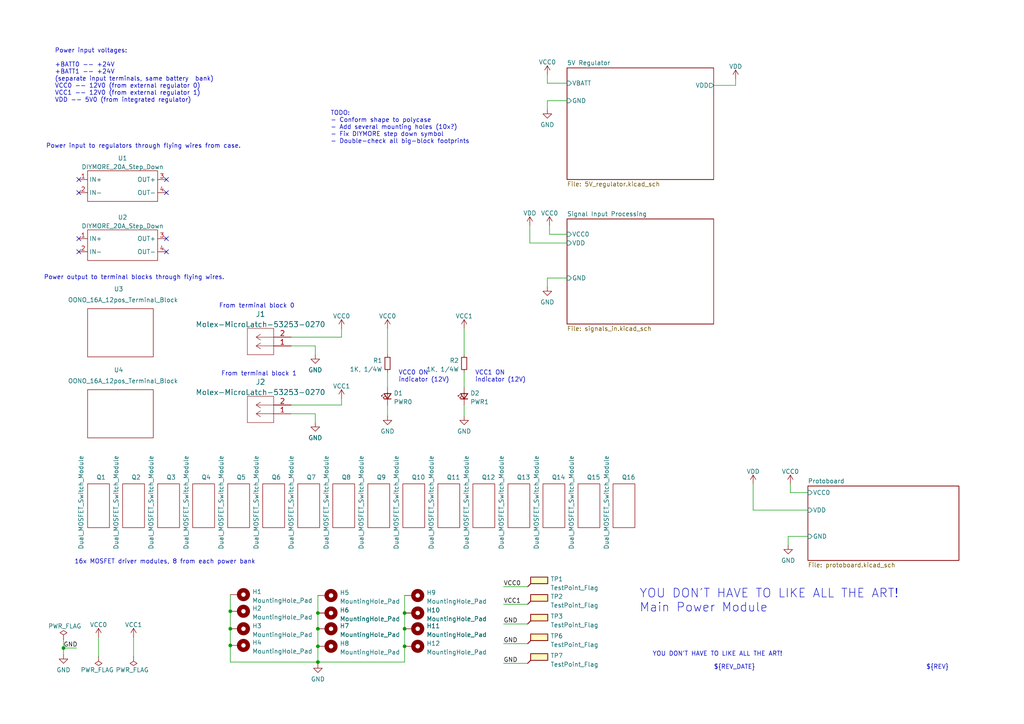
<source format=kicad_sch>
(kicad_sch (version 20211123) (generator eeschema)

  (uuid e63e39d7-6ac0-4ffd-8aa3-1841a4541b55)

  (paper "A4")

  (lib_symbols
    (symbol "Aaron-Connectors:Molex-MicroLatch-53253-0270" (pin_names (offset 0.254) hide) (in_bom yes) (on_board yes)
      (property "Reference" "J" (id 0) (at 8.89 6.35 0)
        (effects (font (size 1.524 1.524)))
      )
      (property "Value" "Molex-MicroLatch-53253-0270" (id 1) (at 10.16 3.81 0)
        (effects (font (size 1.524 1.524)))
      )
      (property "Footprint" "Aaron_THT:Molex-MicroLatch-53253-0270" (id 2) (at 10.16 -6.35 0)
        (effects (font (size 1.524 1.524)) hide)
      )
      (property "Datasheet" "https://www.molex.com/webdocs/datasheets/pdf/en-us/0532530270_PCB_HEADERS.pdf" (id 3) (at 0 -8.89 0)
        (effects (font (size 1.524 1.524)) hide)
      )
      (property "ki_description" "Molex Micro-Latch 1x02 male pins PCB header 2.00mm spacing" (id 4) (at 0 0 0)
        (effects (font (size 1.27 1.27)) hide)
      )
      (property "ki_fp_filters" "CON_532530270_MOL" (id 5) (at 0 0 0)
        (effects (font (size 1.27 1.27)) hide)
      )
      (symbol "Molex-MicroLatch-53253-0270_1_1"
        (polyline
          (pts
            (xy 5.08 -5.08)
            (xy 12.7 -5.08)
          )
          (stroke (width 0.127) (type default) (color 0 0 0 0))
          (fill (type none))
        )
        (polyline
          (pts
            (xy 5.08 2.54)
            (xy 5.08 -5.08)
          )
          (stroke (width 0.127) (type default) (color 0 0 0 0))
          (fill (type none))
        )
        (polyline
          (pts
            (xy 10.16 -2.54)
            (xy 5.08 -2.54)
          )
          (stroke (width 0.127) (type default) (color 0 0 0 0))
          (fill (type none))
        )
        (polyline
          (pts
            (xy 10.16 -2.54)
            (xy 8.89 -3.3782)
          )
          (stroke (width 0.127) (type default) (color 0 0 0 0))
          (fill (type none))
        )
        (polyline
          (pts
            (xy 10.16 -2.54)
            (xy 8.89 -1.7018)
          )
          (stroke (width 0.127) (type default) (color 0 0 0 0))
          (fill (type none))
        )
        (polyline
          (pts
            (xy 10.16 0)
            (xy 5.08 0)
          )
          (stroke (width 0.127) (type default) (color 0 0 0 0))
          (fill (type none))
        )
        (polyline
          (pts
            (xy 10.16 0)
            (xy 8.89 -0.8382)
          )
          (stroke (width 0.127) (type default) (color 0 0 0 0))
          (fill (type none))
        )
        (polyline
          (pts
            (xy 10.16 0)
            (xy 8.89 0.8382)
          )
          (stroke (width 0.127) (type default) (color 0 0 0 0))
          (fill (type none))
        )
        (polyline
          (pts
            (xy 12.7 -5.08)
            (xy 12.7 2.54)
          )
          (stroke (width 0.127) (type default) (color 0 0 0 0))
          (fill (type none))
        )
        (polyline
          (pts
            (xy 12.7 2.54)
            (xy 5.08 2.54)
          )
          (stroke (width 0.127) (type default) (color 0 0 0 0))
          (fill (type none))
        )
        (pin passive line (at 0 0 0) (length 5.08)
          (name "1" (effects (font (size 1.4986 1.4986))))
          (number "1" (effects (font (size 1.4986 1.4986))))
        )
        (pin passive line (at 0 -2.54 0) (length 5.08)
          (name "2" (effects (font (size 1.4986 1.4986))))
          (number "2" (effects (font (size 1.4986 1.4986))))
        )
      )
    )
    (symbol "Connector:TestPoint_Flag" (pin_numbers hide) (pin_names (offset 0.762) hide) (in_bom yes) (on_board yes)
      (property "Reference" "TP" (id 0) (at 3.429 1.778 0)
        (effects (font (size 1.27 1.27)))
      )
      (property "Value" "TestPoint_Flag" (id 1) (at 3.302 4.191 0)
        (effects (font (size 1.27 1.27)))
      )
      (property "Footprint" "" (id 2) (at 5.08 0 0)
        (effects (font (size 1.27 1.27)) hide)
      )
      (property "Datasheet" "~" (id 3) (at 5.08 0 0)
        (effects (font (size 1.27 1.27)) hide)
      )
      (property "ki_keywords" "test point tp" (id 4) (at 0 0 0)
        (effects (font (size 1.27 1.27)) hide)
      )
      (property "ki_description" "test point (alternative flag-style design)" (id 5) (at 0 0 0)
        (effects (font (size 1.27 1.27)) hide)
      )
      (property "ki_fp_filters" "Pin* Test*" (id 6) (at 0 0 0)
        (effects (font (size 1.27 1.27)) hide)
      )
      (symbol "TestPoint_Flag_0_1"
        (polyline
          (pts
            (xy 0 0)
            (xy 0.889 0.889)
          )
          (stroke (width 0.254) (type default) (color 0 0 0 0))
          (fill (type none))
        )
        (rectangle (start 0.889 2.794) (end 5.842 0.889)
          (stroke (width 0.254) (type default) (color 0 0 0 0))
          (fill (type background))
        )
      )
      (symbol "TestPoint_Flag_1_1"
        (pin passive line (at 0 0 90) (length 0)
          (name "1" (effects (font (size 1.27 1.27))))
          (number "1" (effects (font (size 1.27 1.27))))
        )
      )
    )
    (symbol "Device:LED_Small" (pin_numbers hide) (pin_names (offset 0.254) hide) (in_bom yes) (on_board yes)
      (property "Reference" "D" (id 0) (at -1.27 3.175 0)
        (effects (font (size 1.27 1.27)) (justify left))
      )
      (property "Value" "LED_Small" (id 1) (at -4.445 -2.54 0)
        (effects (font (size 1.27 1.27)) (justify left))
      )
      (property "Footprint" "" (id 2) (at 0 0 90)
        (effects (font (size 1.27 1.27)) hide)
      )
      (property "Datasheet" "~" (id 3) (at 0 0 90)
        (effects (font (size 1.27 1.27)) hide)
      )
      (property "ki_keywords" "LED diode light-emitting-diode" (id 4) (at 0 0 0)
        (effects (font (size 1.27 1.27)) hide)
      )
      (property "ki_description" "Light emitting diode, small symbol" (id 5) (at 0 0 0)
        (effects (font (size 1.27 1.27)) hide)
      )
      (property "ki_fp_filters" "LED* LED_SMD:* LED_THT:*" (id 6) (at 0 0 0)
        (effects (font (size 1.27 1.27)) hide)
      )
      (symbol "LED_Small_0_1"
        (polyline
          (pts
            (xy -0.762 -1.016)
            (xy -0.762 1.016)
          )
          (stroke (width 0.254) (type default) (color 0 0 0 0))
          (fill (type none))
        )
        (polyline
          (pts
            (xy 1.016 0)
            (xy -0.762 0)
          )
          (stroke (width 0) (type default) (color 0 0 0 0))
          (fill (type none))
        )
        (polyline
          (pts
            (xy 0.762 -1.016)
            (xy -0.762 0)
            (xy 0.762 1.016)
            (xy 0.762 -1.016)
          )
          (stroke (width 0.254) (type default) (color 0 0 0 0))
          (fill (type none))
        )
        (polyline
          (pts
            (xy 0 0.762)
            (xy -0.508 1.27)
            (xy -0.254 1.27)
            (xy -0.508 1.27)
            (xy -0.508 1.016)
          )
          (stroke (width 0) (type default) (color 0 0 0 0))
          (fill (type none))
        )
        (polyline
          (pts
            (xy 0.508 1.27)
            (xy 0 1.778)
            (xy 0.254 1.778)
            (xy 0 1.778)
            (xy 0 1.524)
          )
          (stroke (width 0) (type default) (color 0 0 0 0))
          (fill (type none))
        )
      )
      (symbol "LED_Small_1_1"
        (pin passive line (at -2.54 0 0) (length 1.778)
          (name "K" (effects (font (size 1.27 1.27))))
          (number "1" (effects (font (size 1.27 1.27))))
        )
        (pin passive line (at 2.54 0 180) (length 1.778)
          (name "A" (effects (font (size 1.27 1.27))))
          (number "2" (effects (font (size 1.27 1.27))))
        )
      )
    )
    (symbol "Device:R_Small" (pin_numbers hide) (pin_names (offset 0.254) hide) (in_bom yes) (on_board yes)
      (property "Reference" "R" (id 0) (at 0.762 0.508 0)
        (effects (font (size 1.27 1.27)) (justify left))
      )
      (property "Value" "R_Small" (id 1) (at 0.762 -1.016 0)
        (effects (font (size 1.27 1.27)) (justify left))
      )
      (property "Footprint" "" (id 2) (at 0 0 0)
        (effects (font (size 1.27 1.27)) hide)
      )
      (property "Datasheet" "~" (id 3) (at 0 0 0)
        (effects (font (size 1.27 1.27)) hide)
      )
      (property "ki_keywords" "R resistor" (id 4) (at 0 0 0)
        (effects (font (size 1.27 1.27)) hide)
      )
      (property "ki_description" "Resistor, small symbol" (id 5) (at 0 0 0)
        (effects (font (size 1.27 1.27)) hide)
      )
      (property "ki_fp_filters" "R_*" (id 6) (at 0 0 0)
        (effects (font (size 1.27 1.27)) hide)
      )
      (symbol "R_Small_0_1"
        (rectangle (start -0.762 1.778) (end 0.762 -1.778)
          (stroke (width 0.2032) (type default) (color 0 0 0 0))
          (fill (type none))
        )
      )
      (symbol "R_Small_1_1"
        (pin passive line (at 0 2.54 270) (length 0.762)
          (name "~" (effects (font (size 1.27 1.27))))
          (number "1" (effects (font (size 1.27 1.27))))
        )
        (pin passive line (at 0 -2.54 90) (length 0.762)
          (name "~" (effects (font (size 1.27 1.27))))
          (number "2" (effects (font (size 1.27 1.27))))
        )
      )
    )
    (symbol "Mechanical:MountingHole_Pad" (pin_numbers hide) (pin_names (offset 1.016) hide) (in_bom yes) (on_board yes)
      (property "Reference" "H" (id 0) (at 0 6.35 0)
        (effects (font (size 1.27 1.27)))
      )
      (property "Value" "MountingHole_Pad" (id 1) (at 0 4.445 0)
        (effects (font (size 1.27 1.27)))
      )
      (property "Footprint" "" (id 2) (at 0 0 0)
        (effects (font (size 1.27 1.27)) hide)
      )
      (property "Datasheet" "~" (id 3) (at 0 0 0)
        (effects (font (size 1.27 1.27)) hide)
      )
      (property "ki_keywords" "mounting hole" (id 4) (at 0 0 0)
        (effects (font (size 1.27 1.27)) hide)
      )
      (property "ki_description" "Mounting Hole with connection" (id 5) (at 0 0 0)
        (effects (font (size 1.27 1.27)) hide)
      )
      (property "ki_fp_filters" "MountingHole*Pad*" (id 6) (at 0 0 0)
        (effects (font (size 1.27 1.27)) hide)
      )
      (symbol "MountingHole_Pad_0_1"
        (circle (center 0 1.27) (radius 1.27)
          (stroke (width 1.27) (type default) (color 0 0 0 0))
          (fill (type none))
        )
      )
      (symbol "MountingHole_Pad_1_1"
        (pin input line (at 0 -2.54 90) (length 2.54)
          (name "1" (effects (font (size 1.27 1.27))))
          (number "1" (effects (font (size 1.27 1.27))))
        )
      )
    )
    (symbol "lta-power-syms:DIYMORE_20A_Step_Down" (in_bom yes) (on_board yes)
      (property "Reference" "U?" (id 0) (at 12.7 6.35 0)
        (effects (font (size 1.27 1.27)) (justify left))
      )
      (property "Value" "DIYMORE_20A_Step_Down" (id 1) (at 2.54 3.81 0)
        (effects (font (size 1.27 1.27)) (justify left))
      )
      (property "Footprint" "" (id 2) (at 11.43 7.62 0)
        (effects (font (size 1.27 1.27)) hide)
      )
      (property "Datasheet" "https://www.amazon.com/dp/B07Y7YB14L?psc=1&ref=ppx_yo2ov_dt_b_product_details" (id 3) (at 11.43 11.43 0)
        (effects (font (size 1.27 1.27)) hide)
      )
      (property "SPN" "B07Y7YB14L" (id 4) (at 11.43 8.89 0)
        (effects (font (size 1.27 1.27)) hide)
      )
      (property "MANUFACTURER" "DIYMORE" (id 5) (at 11.43 13.97 0)
        (effects (font (size 1.27 1.27)) hide)
      )
      (property "Supplier" "Amazon" (id 6) (at 11.43 16.51 0)
        (effects (font (size 1.27 1.27)) hide)
      )
      (property "ki_description" "DIYMORE 20A 300W Adjustable DC 6-40V to 1.2-36V Step-Down Voltage Regulator Buck Converter " (id 7) (at 0 0 0)
        (effects (font (size 1.27 1.27)) hide)
      )
      (symbol "DIYMORE_20A_Step_Down_0_1"
        (rectangle (start 2.54 2.54) (end 22.86 -6.35)
          (stroke (width 0.1524) (type default) (color 0 0 0 0))
          (fill (type none))
        )
      )
      (symbol "DIYMORE_20A_Step_Down_1_1"
        (pin power_in line (at 0 0 0) (length 2.54)
          (name "IN+" (effects (font (size 1.27 1.27))))
          (number "1" (effects (font (size 1.27 1.27))))
        )
        (pin power_in line (at 0 -3.81 0) (length 2.54)
          (name "IN-" (effects (font (size 1.27 1.27))))
          (number "2" (effects (font (size 1.27 1.27))))
        )
        (pin power_out line (at 25.4 0 180) (length 2.54)
          (name "OUT+" (effects (font (size 1.27 1.27))))
          (number "3" (effects (font (size 1.27 1.27))))
        )
        (pin power_out line (at 25.4 -3.81 180) (length 2.54)
          (name "OUT-" (effects (font (size 1.27 1.27))))
          (number "4" (effects (font (size 1.27 1.27))))
        )
      )
    )
    (symbol "lta-power-syms:Dual_MOSFET_Switch_Module" (in_bom yes) (on_board yes)
      (property "Reference" "Q" (id 0) (at 0 0 0)
        (effects (font (size 1.27 1.27)))
      )
      (property "Value" "Dual_MOSFET_Switch_Module" (id 1) (at 0 -2.54 0)
        (effects (font (size 1.27 1.27)))
      )
      (property "Footprint" "" (id 2) (at 0 0 0)
        (effects (font (size 1.27 1.27)) hide)
      )
      (property "Datasheet" "https://protosupplies.com/product/high-power-dual-mosfet-switch-module/" (id 3) (at 0 3.81 0)
        (effects (font (size 1.27 1.27)) hide)
      )
      (property "SPN" "B07XJSRY6B" (id 4) (at 0 6.35 0)
        (effects (font (size 1.27 1.27)) hide)
      )
      (property "Supplier" "Amazon" (id 5) (at 0 8.89 0)
        (effects (font (size 1.27 1.27)) hide)
      )
      (property "ki_keywords" "MOSFET N-MOS Power FET switch" (id 6) (at 0 0 0)
        (effects (font (size 1.27 1.27)) hide)
      )
      (property "ki_description" "High-Power Dual MOSFET Switch Module: Two parallel N-Channel logic compatible MOSFETS with low Rds(on)" (id 7) (at 0 0 0)
        (effects (font (size 1.27 1.27)) hide)
      )
      (symbol "Dual_MOSFET_Switch_Module_0_1"
        (rectangle (start -3.81 -3.81) (end 2.54 -16.51)
          (stroke (width 0.1524) (type default) (color 0 0 0 0))
          (fill (type none))
        )
      )
    )
    (symbol "lta-power-syms:OONO_16A_12pos_Terminal_Block" (in_bom yes) (on_board yes)
      (property "Reference" "U" (id 0) (at 0 2.54 0)
        (effects (font (size 1.27 1.27)))
      )
      (property "Value" "OONO_16A_12pos_Terminal_Block" (id 1) (at 0 0 0)
        (effects (font (size 1.27 1.27)))
      )
      (property "Footprint" "" (id 2) (at 0 0 0)
        (effects (font (size 1.27 1.27)) hide)
      )
      (property "Datasheet" "https://www.amazon.com/dp/B08TBXQ7H6?psc=1&smid=A2OVMUS055KMW5&ref_=chk_typ_imgToDp" (id 3) (at 0 5.08 0)
        (effects (font (size 1.27 1.27)) hide)
      )
      (property "SPN" "B08TBXQ7H6" (id 4) (at 0 7.62 0)
        (effects (font (size 1.27 1.27)) hide)
      )
      (property "Supplier" "Amazon" (id 5) (at 0 10.16 0)
        (effects (font (size 1.27 1.27)) hide)
      )
      (property "ki_description" "OONO 16 Amp 2x12 Position Terminal Block Distribution Module for AC DC" (id 6) (at 0 0 0)
        (effects (font (size 1.27 1.27)) hide)
      )
      (symbol "OONO_16A_12pos_Terminal_Block_0_1"
        (rectangle (start -8.89 -2.54) (end 10.16 -16.51)
          (stroke (width 0.1524) (type default) (color 0 0 0 0))
          (fill (type none))
        )
      )
    )
    (symbol "lta-power-syms:VCC0" (power) (pin_names (offset 0)) (in_bom yes) (on_board yes)
      (property "Reference" "#PWR" (id 0) (at 0 -3.81 0)
        (effects (font (size 1.27 1.27)) hide)
      )
      (property "Value" "VCC0" (id 1) (at 0 3.81 0)
        (effects (font (size 1.27 1.27)))
      )
      (property "Footprint" "" (id 2) (at 0 0 0)
        (effects (font (size 1.27 1.27)) hide)
      )
      (property "Datasheet" "" (id 3) (at 0 0 0)
        (effects (font (size 1.27 1.27)) hide)
      )
      (property "ki_keywords" "power-flag" (id 4) (at 0 0 0)
        (effects (font (size 1.27 1.27)) hide)
      )
      (property "ki_description" "Power symbol creates a global label with name \"VCC0\"" (id 5) (at 0 0 0)
        (effects (font (size 1.27 1.27)) hide)
      )
      (symbol "VCC0_0_1"
        (polyline
          (pts
            (xy -0.762 1.27)
            (xy 0 2.54)
          )
          (stroke (width 0) (type default) (color 0 0 0 0))
          (fill (type none))
        )
        (polyline
          (pts
            (xy 0 0)
            (xy 0 2.54)
          )
          (stroke (width 0) (type default) (color 0 0 0 0))
          (fill (type none))
        )
        (polyline
          (pts
            (xy 0 2.54)
            (xy 0.762 1.27)
          )
          (stroke (width 0) (type default) (color 0 0 0 0))
          (fill (type none))
        )
      )
      (symbol "VCC0_1_1"
        (pin power_in line (at 0 0 90) (length 0) hide
          (name "VCC0" (effects (font (size 1.27 1.27))))
          (number "1" (effects (font (size 1.27 1.27))))
        )
      )
    )
    (symbol "lta-power-syms:VCC1" (power) (pin_names (offset 0)) (in_bom yes) (on_board yes)
      (property "Reference" "#PWR" (id 0) (at 0 -3.81 0)
        (effects (font (size 1.27 1.27)) hide)
      )
      (property "Value" "VCC1" (id 1) (at 0 3.81 0)
        (effects (font (size 1.27 1.27)))
      )
      (property "Footprint" "" (id 2) (at 0 0 0)
        (effects (font (size 1.27 1.27)) hide)
      )
      (property "Datasheet" "" (id 3) (at 0 0 0)
        (effects (font (size 1.27 1.27)) hide)
      )
      (property "ki_keywords" "power-flag" (id 4) (at 0 0 0)
        (effects (font (size 1.27 1.27)) hide)
      )
      (property "ki_description" "Power symbol creates a global label with name \"VCC1\"" (id 5) (at 0 0 0)
        (effects (font (size 1.27 1.27)) hide)
      )
      (symbol "VCC1_0_1"
        (polyline
          (pts
            (xy -0.762 1.27)
            (xy 0 2.54)
          )
          (stroke (width 0) (type default) (color 0 0 0 0))
          (fill (type none))
        )
        (polyline
          (pts
            (xy 0 0)
            (xy 0 2.54)
          )
          (stroke (width 0) (type default) (color 0 0 0 0))
          (fill (type none))
        )
        (polyline
          (pts
            (xy 0 2.54)
            (xy 0.762 1.27)
          )
          (stroke (width 0) (type default) (color 0 0 0 0))
          (fill (type none))
        )
      )
      (symbol "VCC1_1_1"
        (pin power_in line (at 0 0 90) (length 0) hide
          (name "VCC1" (effects (font (size 1.27 1.27))))
          (number "1" (effects (font (size 1.27 1.27))))
        )
      )
    )
    (symbol "power:GND" (power) (pin_names (offset 0)) (in_bom yes) (on_board yes)
      (property "Reference" "#PWR" (id 0) (at 0 -6.35 0)
        (effects (font (size 1.27 1.27)) hide)
      )
      (property "Value" "GND" (id 1) (at 0 -3.81 0)
        (effects (font (size 1.27 1.27)))
      )
      (property "Footprint" "" (id 2) (at 0 0 0)
        (effects (font (size 1.27 1.27)) hide)
      )
      (property "Datasheet" "" (id 3) (at 0 0 0)
        (effects (font (size 1.27 1.27)) hide)
      )
      (property "ki_keywords" "power-flag" (id 4) (at 0 0 0)
        (effects (font (size 1.27 1.27)) hide)
      )
      (property "ki_description" "Power symbol creates a global label with name \"GND\" , ground" (id 5) (at 0 0 0)
        (effects (font (size 1.27 1.27)) hide)
      )
      (symbol "GND_0_1"
        (polyline
          (pts
            (xy 0 0)
            (xy 0 -1.27)
            (xy 1.27 -1.27)
            (xy 0 -2.54)
            (xy -1.27 -1.27)
            (xy 0 -1.27)
          )
          (stroke (width 0) (type default) (color 0 0 0 0))
          (fill (type none))
        )
      )
      (symbol "GND_1_1"
        (pin power_in line (at 0 0 270) (length 0) hide
          (name "GND" (effects (font (size 1.27 1.27))))
          (number "1" (effects (font (size 1.27 1.27))))
        )
      )
    )
    (symbol "power:PWR_FLAG" (power) (pin_numbers hide) (pin_names (offset 0) hide) (in_bom yes) (on_board yes)
      (property "Reference" "#FLG" (id 0) (at 0 1.905 0)
        (effects (font (size 1.27 1.27)) hide)
      )
      (property "Value" "PWR_FLAG" (id 1) (at 0 3.81 0)
        (effects (font (size 1.27 1.27)))
      )
      (property "Footprint" "" (id 2) (at 0 0 0)
        (effects (font (size 1.27 1.27)) hide)
      )
      (property "Datasheet" "~" (id 3) (at 0 0 0)
        (effects (font (size 1.27 1.27)) hide)
      )
      (property "ki_keywords" "power-flag" (id 4) (at 0 0 0)
        (effects (font (size 1.27 1.27)) hide)
      )
      (property "ki_description" "Special symbol for telling ERC where power comes from" (id 5) (at 0 0 0)
        (effects (font (size 1.27 1.27)) hide)
      )
      (symbol "PWR_FLAG_0_0"
        (pin power_out line (at 0 0 90) (length 0)
          (name "pwr" (effects (font (size 1.27 1.27))))
          (number "1" (effects (font (size 1.27 1.27))))
        )
      )
      (symbol "PWR_FLAG_0_1"
        (polyline
          (pts
            (xy 0 0)
            (xy 0 1.27)
            (xy -1.016 1.905)
            (xy 0 2.54)
            (xy 1.016 1.905)
            (xy 0 1.27)
          )
          (stroke (width 0) (type default) (color 0 0 0 0))
          (fill (type none))
        )
      )
    )
    (symbol "power:VDD" (power) (pin_names (offset 0)) (in_bom yes) (on_board yes)
      (property "Reference" "#PWR" (id 0) (at 0 -3.81 0)
        (effects (font (size 1.27 1.27)) hide)
      )
      (property "Value" "VDD" (id 1) (at 0 3.81 0)
        (effects (font (size 1.27 1.27)))
      )
      (property "Footprint" "" (id 2) (at 0 0 0)
        (effects (font (size 1.27 1.27)) hide)
      )
      (property "Datasheet" "" (id 3) (at 0 0 0)
        (effects (font (size 1.27 1.27)) hide)
      )
      (property "ki_keywords" "power-flag" (id 4) (at 0 0 0)
        (effects (font (size 1.27 1.27)) hide)
      )
      (property "ki_description" "Power symbol creates a global label with name \"VDD\"" (id 5) (at 0 0 0)
        (effects (font (size 1.27 1.27)) hide)
      )
      (symbol "VDD_0_1"
        (polyline
          (pts
            (xy -0.762 1.27)
            (xy 0 2.54)
          )
          (stroke (width 0) (type default) (color 0 0 0 0))
          (fill (type none))
        )
        (polyline
          (pts
            (xy 0 0)
            (xy 0 2.54)
          )
          (stroke (width 0) (type default) (color 0 0 0 0))
          (fill (type none))
        )
        (polyline
          (pts
            (xy 0 2.54)
            (xy 0.762 1.27)
          )
          (stroke (width 0) (type default) (color 0 0 0 0))
          (fill (type none))
        )
      )
      (symbol "VDD_1_1"
        (pin power_in line (at 0 0 90) (length 0) hide
          (name "VDD" (effects (font (size 1.27 1.27))))
          (number "1" (effects (font (size 1.27 1.27))))
        )
      )
    )
  )

  (junction (at 66.802 187.198) (diameter 0) (color 0 0 0 0)
    (uuid 08a02abf-06df-42af-aa34-ba13d2dea005)
  )
  (junction (at 66.802 182.372) (diameter 0) (color 0 0 0 0)
    (uuid 12f5edad-6e63-4189-a4a9-5a9b8bba9709)
  )
  (junction (at 18.415 187.96) (diameter 0) (color 0 0 0 0)
    (uuid 180a834e-1be3-42eb-b487-cb437ada48ee)
  )
  (junction (at 117.348 177.8) (diameter 0) (color 0 0 0 0)
    (uuid 3e0dffa9-b3d3-4400-957b-783269ff3979)
  )
  (junction (at 66.802 177.292) (diameter 0) (color 0 0 0 0)
    (uuid 3f214b85-5f1a-4afc-a5c8-3a03888fe53d)
  )
  (junction (at 92.202 177.8) (diameter 0) (color 0 0 0 0)
    (uuid 690338d6-3f8d-4e5d-b308-54896d49e882)
  )
  (junction (at 92.202 187.452) (diameter 0) (color 0 0 0 0)
    (uuid 6a06b472-f311-4027-a47e-469f2a1f29d4)
  )
  (junction (at 117.348 187.452) (diameter 0) (color 0 0 0 0)
    (uuid bc16282e-18e7-4325-ae89-facf3c026579)
  )
  (junction (at 92.202 182.372) (diameter 0) (color 0 0 0 0)
    (uuid bd84cf92-89db-496b-aece-e3a11c9f890b)
  )
  (junction (at 117.348 182.372) (diameter 0) (color 0 0 0 0)
    (uuid d537871d-ef18-4d18-ad91-46c9911af91d)
  )
  (junction (at 92.202 192.024) (diameter 0) (color 0 0 0 0)
    (uuid d9303baf-ffb6-4987-aa22-06542ffa7396)
  )

  (no_connect (at 22.86 73.025) (uuid 29f7ab15-e700-4e1c-b06d-efa0438514a7))
  (no_connect (at 22.86 52.07) (uuid 4fa3da54-01bb-4f33-8cb0-7df8d6974d3e))
  (no_connect (at 48.26 52.07) (uuid 4fa3da54-01bb-4f33-8cb0-7df8d6974d3f))
  (no_connect (at 48.26 55.88) (uuid 4fa3da54-01bb-4f33-8cb0-7df8d6974d40))
  (no_connect (at 22.86 55.88) (uuid 4fa3da54-01bb-4f33-8cb0-7df8d6974d41))
  (no_connect (at 48.26 69.215) (uuid 53947c8e-bcb8-4f4f-aeed-91fa9aeee0b2))
  (no_connect (at 22.86 69.215) (uuid 68046016-0adc-4b76-8406-54d0751f0721))
  (no_connect (at 48.26 73.025) (uuid a1fed6ca-cf10-417d-ad36-d3d0299915aa))

  (wire (pts (xy 112.395 95.25) (xy 112.395 102.87))
    (stroke (width 0) (type default) (color 0 0 0 0))
    (uuid 025351f0-68d9-4ccd-b9c0-c8f3d178c871)
  )
  (wire (pts (xy 228.6 158.115) (xy 228.6 155.575))
    (stroke (width 0) (type default) (color 0 0 0 0))
    (uuid 0295f7f8-f9eb-4c92-b26a-9f9110243d23)
  )
  (wire (pts (xy 117.348 192.024) (xy 92.202 192.024))
    (stroke (width 0) (type default) (color 0 0 0 0))
    (uuid 0409d596-3e11-4e17-bf94-0ad6d11cf33f)
  )
  (wire (pts (xy 146.05 175.26) (xy 153.035 175.26))
    (stroke (width 0) (type default) (color 0 0 0 0))
    (uuid 04fb446b-1b5d-438b-bd06-c9c3d961f367)
  )
  (wire (pts (xy 112.395 107.95) (xy 112.395 112.395))
    (stroke (width 0) (type default) (color 0 0 0 0))
    (uuid 147e404c-b902-472b-b2c2-80bd4a43880c)
  )
  (wire (pts (xy 84.455 100.33) (xy 91.44 100.33))
    (stroke (width 0) (type default) (color 0 0 0 0))
    (uuid 14b064ce-d493-41f9-a427-66a2f084454b)
  )
  (wire (pts (xy 134.62 117.475) (xy 134.62 120.65))
    (stroke (width 0) (type default) (color 0 0 0 0))
    (uuid 19e4c2df-2aec-42ad-a0e4-2383e8fca753)
  )
  (wire (pts (xy 92.202 187.452) (xy 92.202 192.024))
    (stroke (width 0) (type default) (color 0 0 0 0))
    (uuid 1c2af36b-3261-4949-a00d-f15de9620b65)
  )
  (wire (pts (xy 213.36 24.765) (xy 213.36 22.86))
    (stroke (width 0) (type default) (color 0 0 0 0))
    (uuid 2a8dec17-1ec7-4213-aa69-2edbd9e49d85)
  )
  (wire (pts (xy 134.62 107.95) (xy 134.62 112.395))
    (stroke (width 0) (type default) (color 0 0 0 0))
    (uuid 2a9f2f67-67ae-4f41-9646-cc1190cf6c39)
  )
  (wire (pts (xy 159.385 67.945) (xy 164.465 67.945))
    (stroke (width 0) (type default) (color 0 0 0 0))
    (uuid 31f1b1d2-06cf-4d8c-a206-0106666e51ba)
  )
  (wire (pts (xy 117.348 177.8) (xy 117.348 182.372))
    (stroke (width 0) (type default) (color 0 0 0 0))
    (uuid 3d41e5bb-4455-4993-ae39-bd6ab836a81d)
  )
  (wire (pts (xy 92.202 172.72) (xy 92.202 177.8))
    (stroke (width 0) (type default) (color 0 0 0 0))
    (uuid 4b06e9c6-c7d3-47fa-b864-ef61b02f3c25)
  )
  (wire (pts (xy 117.348 172.72) (xy 117.348 177.8))
    (stroke (width 0) (type default) (color 0 0 0 0))
    (uuid 4c30b50f-b3e5-48d5-a560-fa73ff52694c)
  )
  (wire (pts (xy 112.395 117.475) (xy 112.395 120.65))
    (stroke (width 0) (type default) (color 0 0 0 0))
    (uuid 5219950f-bdb9-4e98-8592-4de36d302985)
  )
  (wire (pts (xy 84.455 97.79) (xy 99.06 97.79))
    (stroke (width 0) (type default) (color 0 0 0 0))
    (uuid 56b9b74c-d280-4b44-8951-47ac0ac138b8)
  )
  (wire (pts (xy 229.235 140.335) (xy 229.235 142.875))
    (stroke (width 0) (type default) (color 0 0 0 0))
    (uuid 585faab9-0815-4101-8c93-eaabbef228b6)
  )
  (wire (pts (xy 158.75 24.13) (xy 164.465 24.13))
    (stroke (width 0) (type default) (color 0 0 0 0))
    (uuid 59945e65-59ce-4200-8603-4b8d3cea220b)
  )
  (wire (pts (xy 146.05 180.975) (xy 153.035 180.975))
    (stroke (width 0) (type default) (color 0 0 0 0))
    (uuid 5c48cf9e-d8b9-4fe3-92e5-682956c84fa1)
  )
  (wire (pts (xy 158.75 29.21) (xy 158.75 31.75))
    (stroke (width 0) (type default) (color 0 0 0 0))
    (uuid 5dcc516c-7dee-4d08-a80c-42886744a5ae)
  )
  (wire (pts (xy 91.44 120.015) (xy 91.44 122.555))
    (stroke (width 0) (type default) (color 0 0 0 0))
    (uuid 5fb4f857-a5a7-421a-9ec0-732d0f86806f)
  )
  (wire (pts (xy 159.385 65.405) (xy 159.385 67.945))
    (stroke (width 0) (type default) (color 0 0 0 0))
    (uuid 60613dba-0265-4f1f-9041-59f8f3216176)
  )
  (wire (pts (xy 229.235 142.875) (xy 234.315 142.875))
    (stroke (width 0) (type default) (color 0 0 0 0))
    (uuid 678511a7-4bcb-4241-aaa4-9764b40214c8)
  )
  (wire (pts (xy 18.415 185.42) (xy 18.415 187.96))
    (stroke (width 0) (type default) (color 0 0 0 0))
    (uuid 72c3bb26-e5b8-4f09-848a-f319ac836f41)
  )
  (wire (pts (xy 18.415 187.96) (xy 22.225 187.96))
    (stroke (width 0) (type default) (color 0 0 0 0))
    (uuid 7722fedb-2547-4c05-9b97-63f04fdf79f7)
  )
  (wire (pts (xy 92.202 177.8) (xy 92.202 182.372))
    (stroke (width 0) (type default) (color 0 0 0 0))
    (uuid 78198a94-3c2f-43ed-b3d5-33ee808e62ab)
  )
  (wire (pts (xy 117.348 187.452) (xy 117.348 192.024))
    (stroke (width 0) (type default) (color 0 0 0 0))
    (uuid 818a3f31-91b0-4085-a2d8-ff91759c045e)
  )
  (wire (pts (xy 92.202 192.024) (xy 92.202 192.532))
    (stroke (width 0) (type default) (color 0 0 0 0))
    (uuid 8e34f7fc-628e-45ba-93e4-2c558f4410fd)
  )
  (wire (pts (xy 18.415 187.96) (xy 18.415 189.865))
    (stroke (width 0) (type default) (color 0 0 0 0))
    (uuid 8f5d4d0c-366f-4143-88a8-fb19fc56c4be)
  )
  (wire (pts (xy 66.802 177.292) (xy 66.802 182.372))
    (stroke (width 0) (type default) (color 0 0 0 0))
    (uuid 95895552-405e-47e2-b15b-7f4b0bc8915e)
  )
  (wire (pts (xy 99.06 117.475) (xy 84.455 117.475))
    (stroke (width 0) (type default) (color 0 0 0 0))
    (uuid 9961ea15-c447-4301-bf42-5195683dbe16)
  )
  (wire (pts (xy 146.05 192.405) (xy 153.035 192.405))
    (stroke (width 0) (type default) (color 0 0 0 0))
    (uuid 9b60fdf3-8270-423f-b7e2-976fbe3e6b60)
  )
  (wire (pts (xy 38.735 184.785) (xy 38.735 190.5))
    (stroke (width 0) (type default) (color 0 0 0 0))
    (uuid 9d6fecc0-28d1-40c8-b606-17200e5bb186)
  )
  (wire (pts (xy 207.01 24.765) (xy 213.36 24.765))
    (stroke (width 0) (type default) (color 0 0 0 0))
    (uuid 9f207e23-8e51-4965-9c93-d0350d34f3da)
  )
  (wire (pts (xy 117.348 182.372) (xy 117.348 187.452))
    (stroke (width 0) (type default) (color 0 0 0 0))
    (uuid a0762855-e236-40dc-84df-21e2fde05bd7)
  )
  (wire (pts (xy 99.06 97.79) (xy 99.06 95.25))
    (stroke (width 0) (type default) (color 0 0 0 0))
    (uuid a6385ce2-3420-412e-bbf1-896a068c45f0)
  )
  (wire (pts (xy 153.67 70.485) (xy 153.67 65.405))
    (stroke (width 0) (type default) (color 0 0 0 0))
    (uuid a639bb13-3c84-47ba-acd8-e6a392ed7ea2)
  )
  (wire (pts (xy 66.802 182.372) (xy 66.802 187.198))
    (stroke (width 0) (type default) (color 0 0 0 0))
    (uuid a8df98bf-e2fc-40f2-9d08-e5f6bf06c3c0)
  )
  (wire (pts (xy 91.44 100.33) (xy 91.44 102.87))
    (stroke (width 0) (type default) (color 0 0 0 0))
    (uuid aa919a6e-88bf-4e98-abba-417b78d66aae)
  )
  (wire (pts (xy 66.802 192.024) (xy 92.202 192.024))
    (stroke (width 0) (type default) (color 0 0 0 0))
    (uuid ada6e75a-be1f-4497-a2f6-64441b62a5ad)
  )
  (wire (pts (xy 158.75 80.645) (xy 164.465 80.645))
    (stroke (width 0) (type default) (color 0 0 0 0))
    (uuid ae8b9be1-ce71-4d2f-a90c-02d6ede1300e)
  )
  (wire (pts (xy 158.75 83.185) (xy 158.75 80.645))
    (stroke (width 0) (type default) (color 0 0 0 0))
    (uuid ae9656c6-2936-438e-b3aa-ab9bdb724539)
  )
  (wire (pts (xy 134.62 95.25) (xy 134.62 102.87))
    (stroke (width 0) (type default) (color 0 0 0 0))
    (uuid b2e26d57-449e-4731-bb29-b637469056ff)
  )
  (wire (pts (xy 164.465 29.21) (xy 158.75 29.21))
    (stroke (width 0) (type default) (color 0 0 0 0))
    (uuid b6695223-8dbd-4362-a9ac-b4377991a12a)
  )
  (wire (pts (xy 66.802 172.466) (xy 66.802 177.292))
    (stroke (width 0) (type default) (color 0 0 0 0))
    (uuid bd78af61-76aa-40a6-8252-0876e41cd273)
  )
  (wire (pts (xy 28.575 184.785) (xy 28.575 190.5))
    (stroke (width 0) (type default) (color 0 0 0 0))
    (uuid c13e3e58-230b-45ae-860a-e189f32592dd)
  )
  (wire (pts (xy 66.802 187.198) (xy 66.802 192.024))
    (stroke (width 0) (type default) (color 0 0 0 0))
    (uuid cbd71dcc-ebb1-493a-bb29-e09cbeaad188)
  )
  (wire (pts (xy 228.6 155.575) (xy 234.315 155.575))
    (stroke (width 0) (type default) (color 0 0 0 0))
    (uuid cf7d5ae1-7899-4c68-a3b8-c704906bdef5)
  )
  (wire (pts (xy 92.202 182.372) (xy 92.202 187.452))
    (stroke (width 0) (type default) (color 0 0 0 0))
    (uuid d734198f-ccd5-4c30-9338-bb8808a983f0)
  )
  (wire (pts (xy 158.75 21.59) (xy 158.75 24.13))
    (stroke (width 0) (type default) (color 0 0 0 0))
    (uuid d8f23fbd-dee7-4915-b4e0-4c743dfd808d)
  )
  (wire (pts (xy 218.44 147.955) (xy 218.44 140.335))
    (stroke (width 0) (type default) (color 0 0 0 0))
    (uuid dceaa778-d6a0-405b-a7dd-352485479a9d)
  )
  (wire (pts (xy 234.315 147.955) (xy 218.44 147.955))
    (stroke (width 0) (type default) (color 0 0 0 0))
    (uuid dfe79125-db00-4117-9664-5fe04644df6c)
  )
  (wire (pts (xy 84.455 120.015) (xy 91.44 120.015))
    (stroke (width 0) (type default) (color 0 0 0 0))
    (uuid e5aadacb-b2e7-47c4-b218-859e6f2bed74)
  )
  (wire (pts (xy 99.06 115.57) (xy 99.06 117.475))
    (stroke (width 0) (type default) (color 0 0 0 0))
    (uuid e84c41c4-7977-4aa8-a97f-17829beec612)
  )
  (wire (pts (xy 146.05 186.69) (xy 153.035 186.69))
    (stroke (width 0) (type default) (color 0 0 0 0))
    (uuid f2673113-78c4-42af-b21a-a076505cdf9c)
  )
  (wire (pts (xy 146.05 170.18) (xy 153.035 170.18))
    (stroke (width 0) (type default) (color 0 0 0 0))
    (uuid f5221db4-7c95-4270-a18b-963acae20bec)
  )
  (wire (pts (xy 164.465 70.485) (xy 153.67 70.485))
    (stroke (width 0) (type default) (color 0 0 0 0))
    (uuid fe2a88f0-7f70-4918-87df-29162f99face)
  )

  (text "${REV}\n" (at 268.605 194.31 0)
    (effects (font (size 1.27 1.27)) (justify left bottom))
    (uuid 0a03da23-2d3d-4e35-9f08-6d32ad1c39a6)
  )
  (text "From terminal block 1" (at 64.135 109.22 0)
    (effects (font (size 1.27 1.27)) (justify left bottom))
    (uuid 2235d121-6652-48f5-8338-57c06fb4dc41)
  )
  (text "VCC1 ON\nindicator (12V)\n\n" (at 137.795 113.03 0)
    (effects (font (size 1.27 1.27)) (justify left bottom))
    (uuid 230c985e-c2c4-4d0d-b905-de6bbfa89510)
  )
  (text "TODO:\n- Conform shape to polycase\n- Add several mounting holes (10x?)\n- Fix DIYMORE step down symbol\n- Double-check all big-block footprints"
    (at 95.8439 41.82 0)
    (effects (font (size 1.27 1.27)) (justify left bottom))
    (uuid 24d130e7-ec18-4440-9b47-358abc60e888)
  )
  (text "From terminal block 0" (at 63.5 89.535 0)
    (effects (font (size 1.27 1.27)) (justify left bottom))
    (uuid 374ff5c0-1f16-41ed-8660-856472760ea8)
  )
  (text "Power output to terminal blocks through flying wires."
    (at 12.7 81.28 0)
    (effects (font (size 1.27 1.27)) (justify left bottom))
    (uuid 55b78f09-1b38-4bef-ad4e-66767a41b66f)
  )
  (text "Power input to regulators through flying wires from case."
    (at 13.335 43.18 0)
    (effects (font (size 1.27 1.27)) (justify left bottom))
    (uuid 593d7f97-b1b8-4fa0-9a74-e6a4ba4cea34)
  )
  (text "YOU DON'T HAVE TO LIKE ALL THE ART!" (at 189.23 190.5 0)
    (effects (font (size 1.27 1.27)) (justify left bottom))
    (uuid 5a13bc12-56ed-428b-8f48-93120a8781c8)
  )
  (text "YOU DON'T HAVE TO LIKE ALL THE ART!\nMain Power Module"
    (at 185.42 177.8 0)
    (effects (font (size 2.54 2.54)) (justify left bottom))
    (uuid 6110160c-c856-406b-a698-6958c1ce7716)
  )
  (text "16x MOSFET driver modules, 8 from each power bank" (at 21.5684 163.7321 0)
    (effects (font (size 1.27 1.27)) (justify left bottom))
    (uuid 8f4d5d23-7176-4476-adc8-826f63b2bfb9)
  )
  (text "VCC0 ON\nindicator (12V)\n\n" (at 115.57 113.03 0)
    (effects (font (size 1.27 1.27)) (justify left bottom))
    (uuid be2e86c0-88d9-4c70-945c-6c88876b2fbd)
  )
  (text "Power input voltages:\n\n+BATT0 -- +24V\n+BATT1 -- +24V\n(separate input terminals, same battery  bank)\nVCC0 -- 12V0 (from external regulator 0)\nVCC1 -- 12V0 (from external regulator 1)\nVDD -- 5V0 (from integrated regulator)"
    (at 15.875 29.845 0)
    (effects (font (size 1.27 1.27)) (justify left bottom))
    (uuid da8fbaff-6781-490d-bb41-ce71e65f1e50)
  )
  (text "${REV_DATE}" (at 207.01 194.31 0)
    (effects (font (size 1.27 1.27)) (justify left bottom))
    (uuid f6f459e8-f43d-48ba-9c5d-0e9c86ec61ac)
  )

  (label "GND" (at 18.415 187.96 0)
    (effects (font (size 1.27 1.27)) (justify left bottom))
    (uuid 5da13884-d0f5-4b34-aa0f-b6d2a86aed3f)
  )
  (label "GND" (at 146.05 186.69 0)
    (effects (font (size 1.27 1.27)) (justify left bottom))
    (uuid 6dde8097-542a-4bb5-b762-adeb953248c4)
  )
  (label "GND" (at 146.05 192.405 0)
    (effects (font (size 1.27 1.27)) (justify left bottom))
    (uuid 835206d9-e57a-4039-b59e-116934ba4c9a)
  )
  (label "VCC1" (at 146.05 175.26 0)
    (effects (font (size 1.27 1.27)) (justify left bottom))
    (uuid a1b7d25d-296c-4d4c-b916-9d121bb5490b)
  )
  (label "GND" (at 146.05 180.975 0)
    (effects (font (size 1.27 1.27)) (justify left bottom))
    (uuid ddb15b45-44e5-4762-b2ff-1f70059a16a6)
  )
  (label "VCC0" (at 146.05 170.18 0)
    (effects (font (size 1.27 1.27)) (justify left bottom))
    (uuid de9ea624-cf68-420b-9b87-297dd78c1343)
  )

  (symbol (lib_id "lta-power-syms:Dual_MOSFET_Switch_Module") (at 29.21 136.525 0) (unit 1)
    (in_bom yes) (on_board yes)
    (uuid 00ec6328-2f74-4882-b4d0-703c85483fe2)
    (property "Reference" "Q1" (id 0) (at 27.94 138.43 0)
      (effects (font (size 1.27 1.27)) (justify left))
    )
    (property "Value" "" (id 1) (at 23.495 159.385 90)
      (effects (font (size 1.27 1.27)) (justify left))
    )
    (property "Footprint" "" (id 2) (at 29.21 136.525 0)
      (effects (font (size 1.27 1.27)) hide)
    )
    (property "Datasheet" "https://protosupplies.com/product/high-power-dual-mosfet-switch-module/" (id 3) (at 29.21 132.715 0)
      (effects (font (size 1.27 1.27)) hide)
    )
    (property "SPN" "B07XJSRY6B" (id 4) (at 29.21 130.175 0)
      (effects (font (size 1.27 1.27)) hide)
    )
    (property "Supplier" "Amazon" (id 5) (at 29.21 127.635 0)
      (effects (font (size 1.27 1.27)) hide)
    )
    (property "Comment" "Dual MOSFET driver board w/ mounting holes" (id 6) (at 29.21 136.525 0)
      (effects (font (size 1.27 1.27)) hide)
    )
  )

  (symbol (lib_id "power:VDD") (at 218.44 140.335 0) (unit 1)
    (in_bom yes) (on_board yes) (fields_autoplaced)
    (uuid 02aac263-b1ab-4d6d-bc5d-67d5d328a386)
    (property "Reference" "#PWR016" (id 0) (at 218.44 144.145 0)
      (effects (font (size 1.27 1.27)) hide)
    )
    (property "Value" "VDD" (id 1) (at 218.44 136.7592 0))
    (property "Footprint" "" (id 2) (at 218.44 140.335 0)
      (effects (font (size 1.27 1.27)) hide)
    )
    (property "Datasheet" "" (id 3) (at 218.44 140.335 0)
      (effects (font (size 1.27 1.27)) hide)
    )
    (pin "1" (uuid 23718c9d-e8d0-4612-881a-99cf8e8c2744))
  )

  (symbol (lib_id "Aaron-Connectors:Molex-MicroLatch-53253-0270") (at 84.455 100.33 180) (unit 1)
    (in_bom yes) (on_board yes) (fields_autoplaced)
    (uuid 107f6635-e7b5-4b47-8e84-851e1c8e43e6)
    (property "Reference" "J1" (id 0) (at 75.565 91.1024 0)
      (effects (font (size 1.524 1.524)))
    )
    (property "Value" "" (id 1) (at 75.565 94.0958 0)
      (effects (font (size 1.524 1.524)))
    )
    (property "Footprint" "" (id 2) (at 74.295 93.98 0)
      (effects (font (size 1.524 1.524)) hide)
    )
    (property "Datasheet" "https://www.molex.com/webdocs/datasheets/pdf/en-us/0532530270_PCB_HEADERS.pdf" (id 3) (at 84.455 91.44 0)
      (effects (font (size 1.524 1.524)) hide)
    )
    (property "MANUFACTURER" "Molex" (id 4) (at 84.455 100.33 0)
      (effects (font (size 1.27 1.27)) hide)
    )
    (property "MPN" "532530270" (id 5) (at 84.455 100.33 0)
      (effects (font (size 1.27 1.27)) hide)
    )
    (property "SPN" "WM19004-ND" (id 6) (at 84.455 100.33 0)
      (effects (font (size 1.27 1.27)) hide)
    )
    (property "Supplier" "DigiKey" (id 7) (at 84.455 100.33 0)
      (effects (font (size 1.27 1.27)) hide)
    )
    (property "Comment" "2-pin header for power (regulator out)" (id 8) (at 84.455 100.33 0)
      (effects (font (size 1.27 1.27)) hide)
    )
    (pin "1" (uuid fb813e87-1e64-43e6-ae3e-8c7e1233f1ea))
    (pin "2" (uuid 96e94771-c559-4f8c-a48b-e25353cad37a))
  )

  (symbol (lib_id "lta-power-syms:Dual_MOSFET_Switch_Module") (at 151.13 136.525 0) (unit 1)
    (in_bom yes) (on_board yes)
    (uuid 109fbcd9-a3ab-4bcd-b672-e7d1dba64649)
    (property "Reference" "Q13" (id 0) (at 149.86 138.43 0)
      (effects (font (size 1.27 1.27)) (justify left))
    )
    (property "Value" "" (id 1) (at 145.415 159.385 90)
      (effects (font (size 1.27 1.27)) (justify left))
    )
    (property "Footprint" "" (id 2) (at 151.13 136.525 0)
      (effects (font (size 1.27 1.27)) hide)
    )
    (property "Datasheet" "https://protosupplies.com/product/high-power-dual-mosfet-switch-module/" (id 3) (at 151.13 132.715 0)
      (effects (font (size 1.27 1.27)) hide)
    )
    (property "SPN" "B07XJSRY6B" (id 4) (at 151.13 130.175 0)
      (effects (font (size 1.27 1.27)) hide)
    )
    (property "Supplier" "Amazon" (id 5) (at 151.13 127.635 0)
      (effects (font (size 1.27 1.27)) hide)
    )
    (property "Comment" "Dual MOSFET driver board w/ mounting holes" (id 6) (at 151.13 136.525 0)
      (effects (font (size 1.27 1.27)) hide)
    )
  )

  (symbol (lib_id "lta-power-syms:Dual_MOSFET_Switch_Module") (at 49.53 136.525 0) (unit 1)
    (in_bom yes) (on_board yes)
    (uuid 2669c1d8-974d-4b64-bbed-8664a0d37aa4)
    (property "Reference" "Q3" (id 0) (at 48.26 138.43 0)
      (effects (font (size 1.27 1.27)) (justify left))
    )
    (property "Value" "" (id 1) (at 43.815 159.385 90)
      (effects (font (size 1.27 1.27)) (justify left))
    )
    (property "Footprint" "" (id 2) (at 49.53 136.525 0)
      (effects (font (size 1.27 1.27)) hide)
    )
    (property "Datasheet" "https://protosupplies.com/product/high-power-dual-mosfet-switch-module/" (id 3) (at 49.53 132.715 0)
      (effects (font (size 1.27 1.27)) hide)
    )
    (property "SPN" "B07XJSRY6B" (id 4) (at 49.53 130.175 0)
      (effects (font (size 1.27 1.27)) hide)
    )
    (property "Supplier" "Amazon" (id 5) (at 49.53 127.635 0)
      (effects (font (size 1.27 1.27)) hide)
    )
    (property "Comment" "Dual MOSFET driver board w/ mounting holes" (id 6) (at 49.53 136.525 0)
      (effects (font (size 1.27 1.27)) hide)
    )
  )

  (symbol (lib_id "Connector:TestPoint_Flag") (at 153.035 170.18 0) (unit 1)
    (in_bom no) (on_board yes) (fields_autoplaced)
    (uuid 2d7d1d3f-022c-4600-a8f3-ba4eaabc8d93)
    (property "Reference" "TP1" (id 0) (at 159.639 167.9483 0)
      (effects (font (size 1.27 1.27)) (justify left))
    )
    (property "Value" "" (id 1) (at 159.639 170.4852 0)
      (effects (font (size 1.27 1.27)) (justify left))
    )
    (property "Footprint" "" (id 2) (at 158.115 170.18 0)
      (effects (font (size 1.27 1.27)) hide)
    )
    (property "Datasheet" "~" (id 3) (at 158.115 170.18 0)
      (effects (font (size 1.27 1.27)) hide)
    )
    (pin "1" (uuid 13982d98-dd66-49fd-a42a-16f7fbe5428d))
  )

  (symbol (lib_id "lta-power-syms:Dual_MOSFET_Switch_Module") (at 100.33 136.525 0) (unit 1)
    (in_bom yes) (on_board yes)
    (uuid 2f17e469-43c7-4835-9b5d-366ba7249487)
    (property "Reference" "Q8" (id 0) (at 99.06 138.43 0)
      (effects (font (size 1.27 1.27)) (justify left))
    )
    (property "Value" "" (id 1) (at 94.615 159.385 90)
      (effects (font (size 1.27 1.27)) (justify left))
    )
    (property "Footprint" "" (id 2) (at 100.33 136.525 0)
      (effects (font (size 1.27 1.27)) hide)
    )
    (property "Datasheet" "https://protosupplies.com/product/high-power-dual-mosfet-switch-module/" (id 3) (at 100.33 132.715 0)
      (effects (font (size 1.27 1.27)) hide)
    )
    (property "SPN" "B07XJSRY6B" (id 4) (at 100.33 130.175 0)
      (effects (font (size 1.27 1.27)) hide)
    )
    (property "Supplier" "Amazon" (id 5) (at 100.33 127.635 0)
      (effects (font (size 1.27 1.27)) hide)
    )
    (property "Comment" "Dual MOSFET driver board w/ mounting holes" (id 6) (at 100.33 136.525 0)
      (effects (font (size 1.27 1.27)) hide)
    )
  )

  (symbol (lib_id "Mechanical:MountingHole_Pad") (at 119.888 187.452 270) (unit 1)
    (in_bom yes) (on_board yes) (fields_autoplaced)
    (uuid 2ff88e77-dece-4659-8b63-3c605009fcbe)
    (property "Reference" "H12" (id 0) (at 123.698 186.6173 90)
      (effects (font (size 1.27 1.27)) (justify left))
    )
    (property "Value" "" (id 1) (at 123.698 189.1542 90)
      (effects (font (size 1.27 1.27)) (justify left))
    )
    (property "Footprint" "" (id 2) (at 119.888 187.452 0)
      (effects (font (size 1.27 1.27)) hide)
    )
    (property "Datasheet" "~" (id 3) (at 119.888 187.452 0)
      (effects (font (size 1.27 1.27)) hide)
    )
    (property "Comment" "M5 screw mounting hole, ISO 7380 pad" (id 4) (at 119.888 187.452 0)
      (effects (font (size 1.27 1.27)) hide)
    )
    (pin "1" (uuid bba47310-6ba9-4a3e-8284-50523fb7bf46))
  )

  (symbol (lib_id "power:PWR_FLAG") (at 18.415 185.42 0) (unit 1)
    (in_bom yes) (on_board yes)
    (uuid 3570eca8-815e-4803-8a1e-63a15098df96)
    (property "Reference" "#FLG01" (id 0) (at 18.415 183.515 0)
      (effects (font (size 1.27 1.27)) hide)
    )
    (property "Value" "PWR_FLAG" (id 1) (at 13.97 181.61 0)
      (effects (font (size 1.27 1.27)) (justify left))
    )
    (property "Footprint" "" (id 2) (at 18.415 185.42 0)
      (effects (font (size 1.27 1.27)) hide)
    )
    (property "Datasheet" "~" (id 3) (at 18.415 185.42 0)
      (effects (font (size 1.27 1.27)) hide)
    )
    (pin "1" (uuid fe5a9177-1f13-4f3e-a0a5-db7670fe1f02))
  )

  (symbol (lib_id "power:GND") (at 158.75 31.75 0) (unit 1)
    (in_bom yes) (on_board yes) (fields_autoplaced)
    (uuid 382091b2-c205-4424-afb3-ff8d77956b1f)
    (property "Reference" "#PWR012" (id 0) (at 158.75 38.1 0)
      (effects (font (size 1.27 1.27)) hide)
    )
    (property "Value" "GND" (id 1) (at 158.75 36.1934 0))
    (property "Footprint" "" (id 2) (at 158.75 31.75 0)
      (effects (font (size 1.27 1.27)) hide)
    )
    (property "Datasheet" "" (id 3) (at 158.75 31.75 0)
      (effects (font (size 1.27 1.27)) hide)
    )
    (pin "1" (uuid 3f6b51ba-9856-48ec-a6b1-729b849f5e83))
  )

  (symbol (lib_id "lta-power-syms:Dual_MOSFET_Switch_Module") (at 110.49 136.525 0) (unit 1)
    (in_bom yes) (on_board yes)
    (uuid 3940a59e-04f3-4664-a227-bde195ad00f7)
    (property "Reference" "Q9" (id 0) (at 109.22 138.43 0)
      (effects (font (size 1.27 1.27)) (justify left))
    )
    (property "Value" "" (id 1) (at 104.775 159.385 90)
      (effects (font (size 1.27 1.27)) (justify left))
    )
    (property "Footprint" "" (id 2) (at 110.49 136.525 0)
      (effects (font (size 1.27 1.27)) hide)
    )
    (property "Datasheet" "https://protosupplies.com/product/high-power-dual-mosfet-switch-module/" (id 3) (at 110.49 132.715 0)
      (effects (font (size 1.27 1.27)) hide)
    )
    (property "SPN" "B07XJSRY6B" (id 4) (at 110.49 130.175 0)
      (effects (font (size 1.27 1.27)) hide)
    )
    (property "Supplier" "Amazon" (id 5) (at 110.49 127.635 0)
      (effects (font (size 1.27 1.27)) hide)
    )
    (property "Comment" "Dual MOSFET driver board w/ mounting holes" (id 6) (at 110.49 136.525 0)
      (effects (font (size 1.27 1.27)) hide)
    )
  )

  (symbol (lib_id "Connector:TestPoint_Flag") (at 153.035 192.405 0) (unit 1)
    (in_bom no) (on_board yes) (fields_autoplaced)
    (uuid 39e5b8d9-2cfe-4445-8f3b-18698c20a420)
    (property "Reference" "TP7" (id 0) (at 159.639 190.1733 0)
      (effects (font (size 1.27 1.27)) (justify left))
    )
    (property "Value" "" (id 1) (at 159.639 192.7102 0)
      (effects (font (size 1.27 1.27)) (justify left))
    )
    (property "Footprint" "" (id 2) (at 158.115 192.405 0)
      (effects (font (size 1.27 1.27)) hide)
    )
    (property "Datasheet" "~" (id 3) (at 158.115 192.405 0)
      (effects (font (size 1.27 1.27)) hide)
    )
    (pin "1" (uuid 5ad8a920-d821-46cf-96d8-ec141c5849ae))
  )

  (symbol (lib_id "lta-power-syms:OONO_16A_12pos_Terminal_Block") (at 34.29 110.49 0) (unit 1)
    (in_bom yes) (on_board yes)
    (uuid 3f91e68e-0e3a-4f2d-ac88-8a2f4ef94207)
    (property "Reference" "U4" (id 0) (at 33.02 107.315 0)
      (effects (font (size 1.27 1.27)) (justify left))
    )
    (property "Value" "" (id 1) (at 19.685 110.49 0)
      (effects (font (size 1.27 1.27)) (justify left))
    )
    (property "Footprint" "" (id 2) (at 34.29 110.49 0)
      (effects (font (size 1.27 1.27)) hide)
    )
    (property "Datasheet" "https://www.amazon.com/dp/B08TBXQ7H6?psc=1&smid=A2OVMUS055KMW5&ref_=chk_typ_imgToDp" (id 3) (at 34.29 105.41 0)
      (effects (font (size 1.27 1.27)) hide)
    )
    (property "SPN" "B08TBXQ7H6" (id 4) (at 34.29 102.87 0)
      (effects (font (size 1.27 1.27)) hide)
    )
    (property "Supplier" "Amazon" (id 5) (at 34.29 100.33 0)
      (effects (font (size 1.27 1.27)) hide)
    )
  )

  (symbol (lib_id "Mechanical:MountingHole_Pad") (at 69.342 182.372 270) (unit 1)
    (in_bom yes) (on_board yes) (fields_autoplaced)
    (uuid 410277a1-1275-4bc9-a362-628a3ff19432)
    (property "Reference" "H3" (id 0) (at 73.152 181.5373 90)
      (effects (font (size 1.27 1.27)) (justify left))
    )
    (property "Value" "" (id 1) (at 73.152 184.0742 90)
      (effects (font (size 1.27 1.27)) (justify left))
    )
    (property "Footprint" "" (id 2) (at 69.342 182.372 0)
      (effects (font (size 1.27 1.27)) hide)
    )
    (property "Datasheet" "~" (id 3) (at 69.342 182.372 0)
      (effects (font (size 1.27 1.27)) hide)
    )
    (property "Comment" "M5 screw mounting hole, ISO 7380 pad" (id 4) (at 69.342 182.372 0)
      (effects (font (size 1.27 1.27)) hide)
    )
    (pin "1" (uuid e90d0873-f3c3-4b10-a132-ac8ac6ead654))
  )

  (symbol (lib_id "lta-power-syms:Dual_MOSFET_Switch_Module") (at 181.61 136.525 0) (unit 1)
    (in_bom yes) (on_board yes)
    (uuid 46b0c902-d025-4fa2-956a-2c6efde95e76)
    (property "Reference" "Q16" (id 0) (at 180.34 138.43 0)
      (effects (font (size 1.27 1.27)) (justify left))
    )
    (property "Value" "" (id 1) (at 175.895 159.385 90)
      (effects (font (size 1.27 1.27)) (justify left))
    )
    (property "Footprint" "" (id 2) (at 181.61 136.525 0)
      (effects (font (size 1.27 1.27)) hide)
    )
    (property "Datasheet" "https://protosupplies.com/product/high-power-dual-mosfet-switch-module/" (id 3) (at 181.61 132.715 0)
      (effects (font (size 1.27 1.27)) hide)
    )
    (property "SPN" "B07XJSRY6B" (id 4) (at 181.61 130.175 0)
      (effects (font (size 1.27 1.27)) hide)
    )
    (property "Supplier" "Amazon" (id 5) (at 181.61 127.635 0)
      (effects (font (size 1.27 1.27)) hide)
    )
    (property "Comment" "Dual MOSFET driver board w/ mounting holes" (id 6) (at 181.61 136.525 0)
      (effects (font (size 1.27 1.27)) hide)
    )
  )

  (symbol (lib_id "lta-power-syms:DIYMORE_20A_Step_Down") (at 22.86 69.215 0) (unit 1)
    (in_bom yes) (on_board yes) (fields_autoplaced)
    (uuid 47d71eb2-25bf-4c40-a2c2-92320b1c08d0)
    (property "Reference" "U2" (id 0) (at 35.56 63.026 0))
    (property "Value" "" (id 1) (at 35.56 65.5629 0))
    (property "Footprint" "" (id 2) (at 34.29 61.595 0)
      (effects (font (size 1.27 1.27)) hide)
    )
    (property "Datasheet" "https://www.amazon.com/dp/B07Y7YB14L?psc=1&ref=ppx_yo2ov_dt_b_product_details" (id 3) (at 34.29 57.785 0)
      (effects (font (size 1.27 1.27)) hide)
    )
    (property "SPN" "B07Y7YB14L" (id 4) (at 34.29 60.325 0)
      (effects (font (size 1.27 1.27)) hide)
    )
    (property "MANUFACTURER" "DIYMORE" (id 5) (at 34.29 55.245 0)
      (effects (font (size 1.27 1.27)) hide)
    )
    (property "Supplier" "Amazon" (id 6) (at 34.29 52.705 0)
      (effects (font (size 1.27 1.27)) hide)
    )
    (pin "1" (uuid f85abb3e-77da-47aa-8360-0118dfaac8c5))
    (pin "2" (uuid d9d95fe8-64e7-4148-9542-b2ce097330b1))
    (pin "3" (uuid 19789bd2-965b-46e0-a36e-a4ac164f5422))
    (pin "4" (uuid ea1683e9-cccf-4207-9e21-05d265d94aea))
  )

  (symbol (lib_id "power:GND") (at 91.44 122.555 0) (unit 1)
    (in_bom yes) (on_board yes) (fields_autoplaced)
    (uuid 4a5a539f-2d4a-4e34-89cb-a4c35f008663)
    (property "Reference" "#PWR03" (id 0) (at 91.44 128.905 0)
      (effects (font (size 1.27 1.27)) hide)
    )
    (property "Value" "GND" (id 1) (at 91.44 126.9984 0))
    (property "Footprint" "" (id 2) (at 91.44 122.555 0)
      (effects (font (size 1.27 1.27)) hide)
    )
    (property "Datasheet" "" (id 3) (at 91.44 122.555 0)
      (effects (font (size 1.27 1.27)) hide)
    )
    (pin "1" (uuid d710a2f0-32f1-40b2-b111-1fbac6f73958))
  )

  (symbol (lib_id "lta-power-syms:Dual_MOSFET_Switch_Module") (at 130.81 136.525 0) (unit 1)
    (in_bom yes) (on_board yes)
    (uuid 4c61a352-d0ee-4bd1-9466-bf666b12cfdf)
    (property "Reference" "Q11" (id 0) (at 129.54 138.43 0)
      (effects (font (size 1.27 1.27)) (justify left))
    )
    (property "Value" "" (id 1) (at 125.095 159.385 90)
      (effects (font (size 1.27 1.27)) (justify left))
    )
    (property "Footprint" "" (id 2) (at 130.81 136.525 0)
      (effects (font (size 1.27 1.27)) hide)
    )
    (property "Datasheet" "https://protosupplies.com/product/high-power-dual-mosfet-switch-module/" (id 3) (at 130.81 132.715 0)
      (effects (font (size 1.27 1.27)) hide)
    )
    (property "SPN" "B07XJSRY6B" (id 4) (at 130.81 130.175 0)
      (effects (font (size 1.27 1.27)) hide)
    )
    (property "Supplier" "Amazon" (id 5) (at 130.81 127.635 0)
      (effects (font (size 1.27 1.27)) hide)
    )
    (property "Comment" "Dual MOSFET driver board w/ mounting holes" (id 6) (at 130.81 136.525 0)
      (effects (font (size 1.27 1.27)) hide)
    )
  )

  (symbol (lib_id "lta-power-syms:VCC0") (at 158.75 21.59 0) (unit 1)
    (in_bom yes) (on_board yes) (fields_autoplaced)
    (uuid 50d85624-abb5-4fde-b443-6e719782ee5c)
    (property "Reference" "#PWR011" (id 0) (at 158.75 25.4 0)
      (effects (font (size 1.27 1.27)) hide)
    )
    (property "Value" "VCC0" (id 1) (at 158.75 18.0142 0))
    (property "Footprint" "" (id 2) (at 158.75 21.59 0)
      (effects (font (size 1.27 1.27)) hide)
    )
    (property "Datasheet" "" (id 3) (at 158.75 21.59 0)
      (effects (font (size 1.27 1.27)) hide)
    )
    (pin "1" (uuid 4f06e626-5ba4-48b7-956c-7078fe5febff))
  )

  (symbol (lib_id "Connector:TestPoint_Flag") (at 153.035 186.69 0) (unit 1)
    (in_bom no) (on_board yes) (fields_autoplaced)
    (uuid 597ee075-e9ec-4fca-b149-c6bbd8a8ad60)
    (property "Reference" "TP6" (id 0) (at 159.639 184.4583 0)
      (effects (font (size 1.27 1.27)) (justify left))
    )
    (property "Value" "" (id 1) (at 159.639 186.9952 0)
      (effects (font (size 1.27 1.27)) (justify left))
    )
    (property "Footprint" "" (id 2) (at 158.115 186.69 0)
      (effects (font (size 1.27 1.27)) hide)
    )
    (property "Datasheet" "~" (id 3) (at 158.115 186.69 0)
      (effects (font (size 1.27 1.27)) hide)
    )
    (pin "1" (uuid 89f147b1-3b65-45b6-8c49-760d18b17fd6))
  )

  (symbol (lib_id "power:GND") (at 18.415 189.865 0) (unit 1)
    (in_bom yes) (on_board yes) (fields_autoplaced)
    (uuid 5c7b7eeb-504f-4c64-bd5a-15d8f509c466)
    (property "Reference" "#PWR01" (id 0) (at 18.415 196.215 0)
      (effects (font (size 1.27 1.27)) hide)
    )
    (property "Value" "GND" (id 1) (at 18.415 194.3084 0))
    (property "Footprint" "" (id 2) (at 18.415 189.865 0)
      (effects (font (size 1.27 1.27)) hide)
    )
    (property "Datasheet" "" (id 3) (at 18.415 189.865 0)
      (effects (font (size 1.27 1.27)) hide)
    )
    (pin "1" (uuid a44c81dd-e59e-4c15-a98b-184a1a02c4bf))
  )

  (symbol (lib_id "power:GND") (at 91.44 102.87 0) (unit 1)
    (in_bom yes) (on_board yes) (fields_autoplaced)
    (uuid 65b48e22-81e0-4065-bb8f-abd1debeb9f6)
    (property "Reference" "#PWR02" (id 0) (at 91.44 109.22 0)
      (effects (font (size 1.27 1.27)) hide)
    )
    (property "Value" "GND" (id 1) (at 91.44 107.3134 0))
    (property "Footprint" "" (id 2) (at 91.44 102.87 0)
      (effects (font (size 1.27 1.27)) hide)
    )
    (property "Datasheet" "" (id 3) (at 91.44 102.87 0)
      (effects (font (size 1.27 1.27)) hide)
    )
    (pin "1" (uuid 72c18ffb-0d85-4541-92f7-d8830f967cc5))
  )

  (symbol (lib_id "lta-power-syms:VCC0") (at 99.06 95.25 0) (unit 1)
    (in_bom yes) (on_board yes) (fields_autoplaced)
    (uuid 671da300-53ea-4f90-975f-ba0f0dbbb199)
    (property "Reference" "#PWR04" (id 0) (at 99.06 99.06 0)
      (effects (font (size 1.27 1.27)) hide)
    )
    (property "Value" "VCC0" (id 1) (at 99.06 91.6742 0))
    (property "Footprint" "" (id 2) (at 99.06 95.25 0)
      (effects (font (size 1.27 1.27)) hide)
    )
    (property "Datasheet" "" (id 3) (at 99.06 95.25 0)
      (effects (font (size 1.27 1.27)) hide)
    )
    (pin "1" (uuid 171a0753-6fce-4de2-b42d-a0968dc3dc8b))
  )

  (symbol (lib_id "lta-power-syms:Dual_MOSFET_Switch_Module") (at 39.37 136.525 0) (unit 1)
    (in_bom yes) (on_board yes)
    (uuid 675eb9bc-7999-489e-b8e7-2d842aa6c599)
    (property "Reference" "Q2" (id 0) (at 38.1 138.43 0)
      (effects (font (size 1.27 1.27)) (justify left))
    )
    (property "Value" "" (id 1) (at 33.655 159.385 90)
      (effects (font (size 1.27 1.27)) (justify left))
    )
    (property "Footprint" "" (id 2) (at 39.37 136.525 0)
      (effects (font (size 1.27 1.27)) hide)
    )
    (property "Datasheet" "https://protosupplies.com/product/high-power-dual-mosfet-switch-module/" (id 3) (at 39.37 132.715 0)
      (effects (font (size 1.27 1.27)) hide)
    )
    (property "SPN" "B07XJSRY6B" (id 4) (at 39.37 130.175 0)
      (effects (font (size 1.27 1.27)) hide)
    )
    (property "Supplier" "Amazon" (id 5) (at 39.37 127.635 0)
      (effects (font (size 1.27 1.27)) hide)
    )
    (property "Comment" "Dual MOSFET driver board w/ mounting holes" (id 6) (at 39.37 136.525 0)
      (effects (font (size 1.27 1.27)) hide)
    )
  )

  (symbol (lib_id "Device:R_Small") (at 112.395 105.41 0) (mirror x) (unit 1)
    (in_bom yes) (on_board yes) (fields_autoplaced)
    (uuid 678791a0-08d5-4545-b02a-81ec08aeeba9)
    (property "Reference" "R1" (id 0) (at 110.8965 104.5753 0)
      (effects (font (size 1.27 1.27)) (justify right))
    )
    (property "Value" "" (id 1) (at 110.8965 107.1122 0)
      (effects (font (size 1.27 1.27)) (justify right))
    )
    (property "Footprint" "" (id 2) (at 112.395 105.41 0)
      (effects (font (size 1.27 1.27)) hide)
    )
    (property "Datasheet" "" (id 3) (at 112.395 105.41 0)
      (effects (font (size 1.27 1.27)) hide)
    )
    (property "Comment" "1K THT resistor; +/-5%; 1/4W " (id 4) (at 112.395 105.41 0)
      (effects (font (size 1.27 1.27)) hide)
    )
    (property "MANUFACTURER" "Stackpole" (id 5) (at 112.395 105.41 0)
      (effects (font (size 1.27 1.27)) hide)
    )
    (property "MPN" "CF14JT1K00" (id 6) (at 112.395 105.41 0)
      (effects (font (size 1.27 1.27)) hide)
    )
    (property "SPN" "CF14JT1K00CT-ND" (id 7) (at 112.395 105.41 0)
      (effects (font (size 1.27 1.27)) hide)
    )
    (property "Supplier" "DigiKey" (id 8) (at 112.395 105.41 0)
      (effects (font (size 1.27 1.27)) hide)
    )
    (pin "1" (uuid b7078d44-b7eb-4f03-81a5-35fede83fe7a))
    (pin "2" (uuid 9a983dfd-e27d-4ca4-8faf-a71eff312248))
  )

  (symbol (lib_id "power:GND") (at 134.62 120.65 0) (unit 1)
    (in_bom yes) (on_board yes) (fields_autoplaced)
    (uuid 68029c23-c3eb-4588-8ba9-6427d1f5126f)
    (property "Reference" "#PWR09" (id 0) (at 134.62 127 0)
      (effects (font (size 1.27 1.27)) hide)
    )
    (property "Value" "GND" (id 1) (at 134.62 125.0934 0))
    (property "Footprint" "" (id 2) (at 134.62 120.65 0)
      (effects (font (size 1.27 1.27)) hide)
    )
    (property "Datasheet" "" (id 3) (at 134.62 120.65 0)
      (effects (font (size 1.27 1.27)) hide)
    )
    (pin "1" (uuid e94f81c1-e581-4e89-89af-1d88fbe9c92f))
  )

  (symbol (lib_id "Mechanical:MountingHole_Pad") (at 94.742 187.452 270) (unit 1)
    (in_bom yes) (on_board yes) (fields_autoplaced)
    (uuid 68efbe73-4ccb-46b4-955b-5051a545284c)
    (property "Reference" "H8" (id 0) (at 98.552 186.6173 90)
      (effects (font (size 1.27 1.27)) (justify left))
    )
    (property "Value" "" (id 1) (at 98.552 189.1542 90)
      (effects (font (size 1.27 1.27)) (justify left))
    )
    (property "Footprint" "" (id 2) (at 94.742 187.452 0)
      (effects (font (size 1.27 1.27)) hide)
    )
    (property "Datasheet" "~" (id 3) (at 94.742 187.452 0)
      (effects (font (size 1.27 1.27)) hide)
    )
    (property "Comment" "M5 screw mounting hole, ISO 7380 pad" (id 4) (at 94.742 187.452 0)
      (effects (font (size 1.27 1.27)) hide)
    )
    (pin "1" (uuid 0234b088-3a85-46b5-a6c3-46a1c1422e77))
  )

  (symbol (lib_id "power:PWR_FLAG") (at 38.735 190.5 180) (unit 1)
    (in_bom yes) (on_board yes)
    (uuid 68ffe262-19b8-4931-9d5f-26261ea24310)
    (property "Reference" "#FLG0102" (id 0) (at 38.735 192.405 0)
      (effects (font (size 1.27 1.27)) hide)
    )
    (property "Value" "PWR_FLAG" (id 1) (at 43.18 194.31 0)
      (effects (font (size 1.27 1.27)) (justify left))
    )
    (property "Footprint" "" (id 2) (at 38.735 190.5 0)
      (effects (font (size 1.27 1.27)) hide)
    )
    (property "Datasheet" "~" (id 3) (at 38.735 190.5 0)
      (effects (font (size 1.27 1.27)) hide)
    )
    (pin "1" (uuid c4d8e0c1-8e15-4a14-b6af-50a37bad7237))
  )

  (symbol (lib_id "Mechanical:MountingHole_Pad") (at 69.342 172.466 270) (unit 1)
    (in_bom yes) (on_board yes) (fields_autoplaced)
    (uuid 69dcebde-2a18-481e-b4e9-936bbf72253b)
    (property "Reference" "H1" (id 0) (at 73.152 171.6313 90)
      (effects (font (size 1.27 1.27)) (justify left))
    )
    (property "Value" "" (id 1) (at 73.152 174.1682 90)
      (effects (font (size 1.27 1.27)) (justify left))
    )
    (property "Footprint" "" (id 2) (at 69.342 172.466 0)
      (effects (font (size 1.27 1.27)) hide)
    )
    (property "Datasheet" "~" (id 3) (at 69.342 172.466 0)
      (effects (font (size 1.27 1.27)) hide)
    )
    (property "Comment" "M5 screw mounting hole, ISO 7380 pad" (id 4) (at 69.342 172.466 0)
      (effects (font (size 1.27 1.27)) hide)
    )
    (pin "1" (uuid f3679e7d-4326-4315-94ed-2f4e96b600b6))
  )

  (symbol (lib_id "lta-power-syms:Dual_MOSFET_Switch_Module") (at 80.01 136.525 0) (unit 1)
    (in_bom yes) (on_board yes)
    (uuid 6db5c75a-f537-492e-8d91-3793c29949f3)
    (property "Reference" "Q6" (id 0) (at 78.74 138.43 0)
      (effects (font (size 1.27 1.27)) (justify left))
    )
    (property "Value" "" (id 1) (at 74.295 159.385 90)
      (effects (font (size 1.27 1.27)) (justify left))
    )
    (property "Footprint" "" (id 2) (at 80.01 136.525 0)
      (effects (font (size 1.27 1.27)) hide)
    )
    (property "Datasheet" "https://protosupplies.com/product/high-power-dual-mosfet-switch-module/" (id 3) (at 80.01 132.715 0)
      (effects (font (size 1.27 1.27)) hide)
    )
    (property "SPN" "B07XJSRY6B" (id 4) (at 80.01 130.175 0)
      (effects (font (size 1.27 1.27)) hide)
    )
    (property "Supplier" "Amazon" (id 5) (at 80.01 127.635 0)
      (effects (font (size 1.27 1.27)) hide)
    )
    (property "Comment" "Dual MOSFET driver board w/ mounting holes" (id 6) (at 80.01 136.525 0)
      (effects (font (size 1.27 1.27)) hide)
    )
  )

  (symbol (lib_id "Mechanical:MountingHole_Pad") (at 94.742 182.372 270) (unit 1)
    (in_bom yes) (on_board yes) (fields_autoplaced)
    (uuid 748a9141-ccdc-4b0a-991c-a4aa197e40a2)
    (property "Reference" "H7" (id 0) (at 98.552 181.5373 90)
      (effects (font (size 1.27 1.27)) (justify left))
    )
    (property "Value" "" (id 1) (at 98.552 184.0742 90)
      (effects (font (size 1.27 1.27)) (justify left))
    )
    (property "Footprint" "" (id 2) (at 94.742 182.372 0)
      (effects (font (size 1.27 1.27)) hide)
    )
    (property "Datasheet" "~" (id 3) (at 94.742 182.372 0)
      (effects (font (size 1.27 1.27)) hide)
    )
    (property "Comment" "M5 screw mounting hole, ISO 7380 pad" (id 4) (at 94.742 182.372 0)
      (effects (font (size 1.27 1.27)) hide)
    )
    (pin "1" (uuid 4b583b78-3a15-4146-8585-479776411983))
  )

  (symbol (lib_id "Aaron-Connectors:Molex-MicroLatch-53253-0270") (at 84.455 120.015 180) (unit 1)
    (in_bom yes) (on_board yes) (fields_autoplaced)
    (uuid 7647312f-3912-4769-be89-fd98710b20a8)
    (property "Reference" "J2" (id 0) (at 75.565 110.7874 0)
      (effects (font (size 1.524 1.524)))
    )
    (property "Value" "" (id 1) (at 75.565 113.7808 0)
      (effects (font (size 1.524 1.524)))
    )
    (property "Footprint" "" (id 2) (at 74.295 113.665 0)
      (effects (font (size 1.524 1.524)) hide)
    )
    (property "Datasheet" "https://www.molex.com/webdocs/datasheets/pdf/en-us/0532530270_PCB_HEADERS.pdf" (id 3) (at 84.455 111.125 0)
      (effects (font (size 1.524 1.524)) hide)
    )
    (property "MANUFACTURER" "Molex" (id 4) (at 84.455 120.015 0)
      (effects (font (size 1.27 1.27)) hide)
    )
    (property "MPN" "532530270" (id 5) (at 84.455 120.015 0)
      (effects (font (size 1.27 1.27)) hide)
    )
    (property "SPN" "WM19004-ND" (id 6) (at 84.455 120.015 0)
      (effects (font (size 1.27 1.27)) hide)
    )
    (property "Supplier" "DigiKey" (id 7) (at 84.455 120.015 0)
      (effects (font (size 1.27 1.27)) hide)
    )
    (property "Comment" "2-pin header for power (regulator out)" (id 8) (at 84.455 120.015 0)
      (effects (font (size 1.27 1.27)) hide)
    )
    (pin "1" (uuid ed69280d-dbf4-4c0c-9d87-19806866c151))
    (pin "2" (uuid 37aa7f85-f806-46b2-9697-6421bcf8a24a))
  )

  (symbol (lib_id "power:VDD") (at 153.67 65.405 0) (unit 1)
    (in_bom yes) (on_board yes) (fields_autoplaced)
    (uuid 768af16f-e4a5-494a-ad48-354493bf3a27)
    (property "Reference" "#PWR010" (id 0) (at 153.67 69.215 0)
      (effects (font (size 1.27 1.27)) hide)
    )
    (property "Value" "VDD" (id 1) (at 153.67 61.8292 0))
    (property "Footprint" "" (id 2) (at 153.67 65.405 0)
      (effects (font (size 1.27 1.27)) hide)
    )
    (property "Datasheet" "" (id 3) (at 153.67 65.405 0)
      (effects (font (size 1.27 1.27)) hide)
    )
    (pin "1" (uuid abbb7707-41c2-4aec-9b02-2a396091fedd))
  )

  (symbol (lib_id "lta-power-syms:DIYMORE_20A_Step_Down") (at 22.86 52.07 0) (unit 1)
    (in_bom yes) (on_board yes) (fields_autoplaced)
    (uuid 7ba22205-ba06-4852-a543-152b455e995b)
    (property "Reference" "U1" (id 0) (at 35.56 45.881 0))
    (property "Value" "" (id 1) (at 35.56 48.4179 0))
    (property "Footprint" "" (id 2) (at 34.29 44.45 0)
      (effects (font (size 1.27 1.27)) hide)
    )
    (property "Datasheet" "https://www.amazon.com/dp/B07Y7YB14L?psc=1&ref=ppx_yo2ov_dt_b_product_details" (id 3) (at 34.29 40.64 0)
      (effects (font (size 1.27 1.27)) hide)
    )
    (property "SPN" "B07Y7YB14L" (id 4) (at 34.29 43.18 0)
      (effects (font (size 1.27 1.27)) hide)
    )
    (property "MANUFACTURER" "DIYMORE" (id 5) (at 34.29 38.1 0)
      (effects (font (size 1.27 1.27)) hide)
    )
    (property "Supplier" "Amazon" (id 6) (at 34.29 35.56 0)
      (effects (font (size 1.27 1.27)) hide)
    )
    (pin "1" (uuid 27055ad6-6684-4866-bba8-c00e3e482fe4))
    (pin "2" (uuid e9a4ad61-c16f-4a36-9385-12858092576f))
    (pin "3" (uuid a837f2d3-1377-423d-9e05-10ed8bfdd4d3))
    (pin "4" (uuid a9690b8a-291c-4e4b-9507-2678d734eb14))
  )

  (symbol (lib_id "lta-power-syms:VCC0") (at 159.385 65.405 0) (unit 1)
    (in_bom yes) (on_board yes) (fields_autoplaced)
    (uuid 7c99066a-fbb2-4e00-aa66-6a61474ff0c2)
    (property "Reference" "#PWR014" (id 0) (at 159.385 69.215 0)
      (effects (font (size 1.27 1.27)) hide)
    )
    (property "Value" "VCC0" (id 1) (at 159.385 61.8292 0))
    (property "Footprint" "" (id 2) (at 159.385 65.405 0)
      (effects (font (size 1.27 1.27)) hide)
    )
    (property "Datasheet" "" (id 3) (at 159.385 65.405 0)
      (effects (font (size 1.27 1.27)) hide)
    )
    (pin "1" (uuid ba3df7f0-81dd-4677-acb0-55467c447ed8))
  )

  (symbol (lib_id "Mechanical:MountingHole_Pad") (at 119.888 177.8 270) (unit 1)
    (in_bom yes) (on_board yes) (fields_autoplaced)
    (uuid 83c22e08-cfff-426c-ab15-2a9efc597b88)
    (property "Reference" "H10" (id 0) (at 123.698 176.9653 90)
      (effects (font (size 1.27 1.27)) (justify left))
    )
    (property "Value" "" (id 1) (at 123.698 179.5022 90)
      (effects (font (size 1.27 1.27)) (justify left))
    )
    (property "Footprint" "" (id 2) (at 119.888 177.8 0)
      (effects (font (size 1.27 1.27)) hide)
    )
    (property "Datasheet" "~" (id 3) (at 119.888 177.8 0)
      (effects (font (size 1.27 1.27)) hide)
    )
    (property "Comment" "M5 screw mounting hole, ISO 7380 pad" (id 4) (at 119.888 177.8 0)
      (effects (font (size 1.27 1.27)) hide)
    )
    (pin "1" (uuid 5c4bdb84-08ff-4bb9-a950-16031317830e))
  )

  (symbol (lib_id "power:GND") (at 158.75 83.185 0) (unit 1)
    (in_bom yes) (on_board yes) (fields_autoplaced)
    (uuid 876e2b8b-88b7-4ace-a457-9343fd0765db)
    (property "Reference" "#PWR013" (id 0) (at 158.75 89.535 0)
      (effects (font (size 1.27 1.27)) hide)
    )
    (property "Value" "GND" (id 1) (at 158.75 87.6284 0))
    (property "Footprint" "" (id 2) (at 158.75 83.185 0)
      (effects (font (size 1.27 1.27)) hide)
    )
    (property "Datasheet" "" (id 3) (at 158.75 83.185 0)
      (effects (font (size 1.27 1.27)) hide)
    )
    (pin "1" (uuid 7a7833b6-d125-48bd-ac4c-ddb2c2f4cd50))
  )

  (symbol (lib_id "power:GND") (at 228.6 158.115 0) (unit 1)
    (in_bom yes) (on_board yes) (fields_autoplaced)
    (uuid 8f100bc0-8f5a-46eb-9af6-3be471474806)
    (property "Reference" "#PWR018" (id 0) (at 228.6 164.465 0)
      (effects (font (size 1.27 1.27)) hide)
    )
    (property "Value" "GND" (id 1) (at 228.6 162.5584 0))
    (property "Footprint" "" (id 2) (at 228.6 158.115 0)
      (effects (font (size 1.27 1.27)) hide)
    )
    (property "Datasheet" "" (id 3) (at 228.6 158.115 0)
      (effects (font (size 1.27 1.27)) hide)
    )
    (pin "1" (uuid 75742d6e-9b04-4340-8c83-cfb3dd375944))
  )

  (symbol (lib_id "Mechanical:MountingHole_Pad") (at 69.342 177.292 270) (unit 1)
    (in_bom yes) (on_board yes) (fields_autoplaced)
    (uuid 912f9b40-348d-451b-8ad1-8127d1472b6f)
    (property "Reference" "H2" (id 0) (at 73.152 176.4573 90)
      (effects (font (size 1.27 1.27)) (justify left))
    )
    (property "Value" "" (id 1) (at 73.152 178.9942 90)
      (effects (font (size 1.27 1.27)) (justify left))
    )
    (property "Footprint" "" (id 2) (at 69.342 177.292 0)
      (effects (font (size 1.27 1.27)) hide)
    )
    (property "Datasheet" "~" (id 3) (at 69.342 177.292 0)
      (effects (font (size 1.27 1.27)) hide)
    )
    (property "Comment" "M5 screw mounting hole, ISO 7380 pad" (id 4) (at 69.342 177.292 0)
      (effects (font (size 1.27 1.27)) hide)
    )
    (pin "1" (uuid b3dcd370-90fa-4f11-87df-4090ec75eaa4))
  )

  (symbol (lib_id "Device:LED_Small") (at 112.395 114.935 90) (unit 1)
    (in_bom yes) (on_board yes) (fields_autoplaced)
    (uuid 918a6f77-0bf7-489a-8816-6cb55586b21f)
    (property "Reference" "D1" (id 0) (at 114.173 114.0368 90)
      (effects (font (size 1.27 1.27)) (justify right))
    )
    (property "Value" "" (id 1) (at 114.173 116.5737 90)
      (effects (font (size 1.27 1.27)) (justify right))
    )
    (property "Footprint" "" (id 2) (at 112.395 114.935 90)
      (effects (font (size 1.27 1.27)) hide)
    )
    (property "Datasheet" "https://cree-led.com/media/documents/C5SMF-RJF-RJE-GJF-GJE-BJF-BJE-1240.pdf" (id 3) (at 112.395 114.935 90)
      (effects (font (size 1.27 1.27)) hide)
    )
    (property "MPN" "C5SMF-RJF-CT0W0BB1" (id 4) (at 112.395 114.935 90)
      (effects (font (size 1.27 1.27)) hide)
    )
    (property "MANUFACTURER" "CreeLED" (id 5) (at 112.395 114.935 90)
      (effects (font (size 1.27 1.27)) hide)
    )
    (property "Comment" "Vf=2.0V I_test=20mA red LED 5mm THT" (id 6) (at 112.395 114.935 90)
      (effects (font (size 1.27 1.27)) hide)
    )
    (property "SPN" "C5SMF-RJF-CT0W0BB1-ND" (id 7) (at 112.395 114.935 0)
      (effects (font (size 1.27 1.27)) hide)
    )
    (property "Supplier" "DigiKey" (id 8) (at 112.395 114.935 0)
      (effects (font (size 1.27 1.27)) hide)
    )
    (pin "1" (uuid 3e6e63e1-f80e-447a-adac-dc9f7b63a248))
    (pin "2" (uuid ade55bc3-2943-4bb0-b92a-3dcdda9fcf6a))
  )

  (symbol (lib_id "lta-power-syms:Dual_MOSFET_Switch_Module") (at 171.45 136.525 0) (unit 1)
    (in_bom yes) (on_board yes)
    (uuid 93f45afe-fb66-4e97-b334-63b77ce34b11)
    (property "Reference" "Q15" (id 0) (at 170.18 138.43 0)
      (effects (font (size 1.27 1.27)) (justify left))
    )
    (property "Value" "" (id 1) (at 165.735 159.385 90)
      (effects (font (size 1.27 1.27)) (justify left))
    )
    (property "Footprint" "" (id 2) (at 171.45 136.525 0)
      (effects (font (size 1.27 1.27)) hide)
    )
    (property "Datasheet" "https://protosupplies.com/product/high-power-dual-mosfet-switch-module/" (id 3) (at 171.45 132.715 0)
      (effects (font (size 1.27 1.27)) hide)
    )
    (property "SPN" "B07XJSRY6B" (id 4) (at 171.45 130.175 0)
      (effects (font (size 1.27 1.27)) hide)
    )
    (property "Supplier" "Amazon" (id 5) (at 171.45 127.635 0)
      (effects (font (size 1.27 1.27)) hide)
    )
    (property "Comment" "Dual MOSFET driver board w/ mounting holes" (id 6) (at 171.45 136.525 0)
      (effects (font (size 1.27 1.27)) hide)
    )
  )

  (symbol (lib_id "Connector:TestPoint_Flag") (at 153.035 175.26 0) (unit 1)
    (in_bom no) (on_board yes) (fields_autoplaced)
    (uuid 994d0b44-ee2d-4e73-8ded-010372f8c05d)
    (property "Reference" "TP2" (id 0) (at 159.639 173.0283 0)
      (effects (font (size 1.27 1.27)) (justify left))
    )
    (property "Value" "" (id 1) (at 159.639 175.5652 0)
      (effects (font (size 1.27 1.27)) (justify left))
    )
    (property "Footprint" "" (id 2) (at 158.115 175.26 0)
      (effects (font (size 1.27 1.27)) hide)
    )
    (property "Datasheet" "~" (id 3) (at 158.115 175.26 0)
      (effects (font (size 1.27 1.27)) hide)
    )
    (pin "1" (uuid 1ef34c50-333d-4303-947d-3b2e381ede5c))
  )

  (symbol (lib_id "lta-power-syms:OONO_16A_12pos_Terminal_Block") (at 34.29 86.995 0) (unit 1)
    (in_bom yes) (on_board yes)
    (uuid 9b9442db-e460-4f0c-97a1-28209ce97417)
    (property "Reference" "U3" (id 0) (at 33.02 83.82 0)
      (effects (font (size 1.27 1.27)) (justify left))
    )
    (property "Value" "" (id 1) (at 19.685 86.995 0)
      (effects (font (size 1.27 1.27)) (justify left))
    )
    (property "Footprint" "" (id 2) (at 34.29 86.995 0)
      (effects (font (size 1.27 1.27)) hide)
    )
    (property "Datasheet" "https://www.amazon.com/dp/B08TBXQ7H6?psc=1&smid=A2OVMUS055KMW5&ref_=chk_typ_imgToDp" (id 3) (at 34.29 81.915 0)
      (effects (font (size 1.27 1.27)) hide)
    )
    (property "SPN" "B08TBXQ7H6" (id 4) (at 34.29 79.375 0)
      (effects (font (size 1.27 1.27)) hide)
    )
    (property "Supplier" "Amazon" (id 5) (at 34.29 76.835 0)
      (effects (font (size 1.27 1.27)) hide)
    )
  )

  (symbol (lib_id "Mechanical:MountingHole_Pad") (at 119.888 182.372 270) (unit 1)
    (in_bom yes) (on_board yes) (fields_autoplaced)
    (uuid a27896df-4fd7-4877-a7d1-8b75391338ac)
    (property "Reference" "H11" (id 0) (at 123.698 181.5373 90)
      (effects (font (size 1.27 1.27)) (justify left))
    )
    (property "Value" "" (id 1) (at 123.698 184.0742 90)
      (effects (font (size 1.27 1.27)) (justify left))
    )
    (property "Footprint" "" (id 2) (at 119.888 182.372 0)
      (effects (font (size 1.27 1.27)) hide)
    )
    (property "Datasheet" "~" (id 3) (at 119.888 182.372 0)
      (effects (font (size 1.27 1.27)) hide)
    )
    (property "Comment" "M5 screw mounting hole, ISO 7380 pad" (id 4) (at 119.888 182.372 0)
      (effects (font (size 1.27 1.27)) hide)
    )
    (pin "1" (uuid f2956a08-6028-494e-b829-03e4784ad57f))
  )

  (symbol (lib_id "Device:LED_Small") (at 134.62 114.935 90) (unit 1)
    (in_bom yes) (on_board yes) (fields_autoplaced)
    (uuid a463a5ce-b777-4109-bc29-6b5bd084145a)
    (property "Reference" "D2" (id 0) (at 136.398 114.0368 90)
      (effects (font (size 1.27 1.27)) (justify right))
    )
    (property "Value" "" (id 1) (at 136.398 116.5737 90)
      (effects (font (size 1.27 1.27)) (justify right))
    )
    (property "Footprint" "" (id 2) (at 134.62 114.935 90)
      (effects (font (size 1.27 1.27)) hide)
    )
    (property "Datasheet" "https://cree-led.com/media/documents/C5SMF-RJF-RJE-GJF-GJE-BJF-BJE-1240.pdf" (id 3) (at 134.62 114.935 90)
      (effects (font (size 1.27 1.27)) hide)
    )
    (property "MPN" "C5SMF-RJF-CT0W0BB1" (id 4) (at 134.62 114.935 90)
      (effects (font (size 1.27 1.27)) hide)
    )
    (property "MANUFACTURER" "CreeLED" (id 5) (at 134.62 114.935 90)
      (effects (font (size 1.27 1.27)) hide)
    )
    (property "Comment" "Vf=2.0V I_test=20mA red LED 5mm THT" (id 6) (at 134.62 114.935 90)
      (effects (font (size 1.27 1.27)) hide)
    )
    (property "SPN" "C5SMF-RJF-CT0W0BB1-ND" (id 7) (at 134.62 114.935 0)
      (effects (font (size 1.27 1.27)) hide)
    )
    (property "Supplier" "DigiKey" (id 8) (at 134.62 114.935 0)
      (effects (font (size 1.27 1.27)) hide)
    )
    (pin "1" (uuid e785ba4f-56ad-42e6-8d60-f12616c7f626))
    (pin "2" (uuid 9ccdba3e-6d70-4d9d-b431-a36f683ffcbe))
  )

  (symbol (lib_id "lta-power-syms:VCC1") (at 38.735 184.785 0) (unit 1)
    (in_bom yes) (on_board yes) (fields_autoplaced)
    (uuid a5f3d221-4a87-4c92-abf5-919e9729c67f)
    (property "Reference" "#PWR0102" (id 0) (at 38.735 188.595 0)
      (effects (font (size 1.27 1.27)) hide)
    )
    (property "Value" "VCC1" (id 1) (at 38.735 181.2092 0))
    (property "Footprint" "" (id 2) (at 38.735 184.785 0)
      (effects (font (size 1.27 1.27)) hide)
    )
    (property "Datasheet" "" (id 3) (at 38.735 184.785 0)
      (effects (font (size 1.27 1.27)) hide)
    )
    (pin "1" (uuid 329cc4c2-91b1-4325-a971-d7ced1f88940))
  )

  (symbol (lib_id "lta-power-syms:VCC0") (at 28.575 184.785 0) (unit 1)
    (in_bom yes) (on_board yes) (fields_autoplaced)
    (uuid a70c14b2-3742-4cf9-a432-939ad1b3647e)
    (property "Reference" "#PWR0101" (id 0) (at 28.575 188.595 0)
      (effects (font (size 1.27 1.27)) hide)
    )
    (property "Value" "VCC0" (id 1) (at 28.575 181.2092 0))
    (property "Footprint" "" (id 2) (at 28.575 184.785 0)
      (effects (font (size 1.27 1.27)) hide)
    )
    (property "Datasheet" "" (id 3) (at 28.575 184.785 0)
      (effects (font (size 1.27 1.27)) hide)
    )
    (pin "1" (uuid 030a7a1a-cb44-4d1a-a1b4-7bf0b0546636))
  )

  (symbol (lib_id "power:PWR_FLAG") (at 28.575 190.5 180) (unit 1)
    (in_bom yes) (on_board yes)
    (uuid a843f8b5-4f0f-447b-a9e3-8107d42be9e5)
    (property "Reference" "#FLG0101" (id 0) (at 28.575 192.405 0)
      (effects (font (size 1.27 1.27)) hide)
    )
    (property "Value" "PWR_FLAG" (id 1) (at 33.02 194.31 0)
      (effects (font (size 1.27 1.27)) (justify left))
    )
    (property "Footprint" "" (id 2) (at 28.575 190.5 0)
      (effects (font (size 1.27 1.27)) hide)
    )
    (property "Datasheet" "~" (id 3) (at 28.575 190.5 0)
      (effects (font (size 1.27 1.27)) hide)
    )
    (pin "1" (uuid dc6a7bcb-33d0-4775-88fe-9a814dbe1cd6))
  )

  (symbol (lib_id "power:GND") (at 92.202 192.532 0) (unit 1)
    (in_bom yes) (on_board yes) (fields_autoplaced)
    (uuid ab6e9a8f-cd26-4df2-85d5-0fd93c85398d)
    (property "Reference" "#PWR017" (id 0) (at 92.202 198.882 0)
      (effects (font (size 1.27 1.27)) hide)
    )
    (property "Value" "GND" (id 1) (at 92.202 196.9754 0))
    (property "Footprint" "" (id 2) (at 92.202 192.532 0)
      (effects (font (size 1.27 1.27)) hide)
    )
    (property "Datasheet" "" (id 3) (at 92.202 192.532 0)
      (effects (font (size 1.27 1.27)) hide)
    )
    (pin "1" (uuid 87dcdc3d-887c-4795-b758-bbd218aa1690))
  )

  (symbol (lib_id "lta-power-syms:Dual_MOSFET_Switch_Module") (at 120.65 136.525 0) (unit 1)
    (in_bom yes) (on_board yes)
    (uuid ae4cf8b8-43cc-4de5-af6d-7dd4d7bbed2d)
    (property "Reference" "Q10" (id 0) (at 119.38 138.43 0)
      (effects (font (size 1.27 1.27)) (justify left))
    )
    (property "Value" "" (id 1) (at 114.935 159.385 90)
      (effects (font (size 1.27 1.27)) (justify left))
    )
    (property "Footprint" "" (id 2) (at 120.65 136.525 0)
      (effects (font (size 1.27 1.27)) hide)
    )
    (property "Datasheet" "https://protosupplies.com/product/high-power-dual-mosfet-switch-module/" (id 3) (at 120.65 132.715 0)
      (effects (font (size 1.27 1.27)) hide)
    )
    (property "SPN" "B07XJSRY6B" (id 4) (at 120.65 130.175 0)
      (effects (font (size 1.27 1.27)) hide)
    )
    (property "Supplier" "Amazon" (id 5) (at 120.65 127.635 0)
      (effects (font (size 1.27 1.27)) hide)
    )
    (property "Comment" "Dual MOSFET driver board w/ mounting holes" (id 6) (at 120.65 136.525 0)
      (effects (font (size 1.27 1.27)) hide)
    )
  )

  (symbol (lib_id "power:VDD") (at 213.36 22.86 0) (unit 1)
    (in_bom yes) (on_board yes) (fields_autoplaced)
    (uuid aed05060-9e85-4f55-bebd-acd5bd202152)
    (property "Reference" "#PWR015" (id 0) (at 213.36 26.67 0)
      (effects (font (size 1.27 1.27)) hide)
    )
    (property "Value" "VDD" (id 1) (at 213.36 19.2842 0))
    (property "Footprint" "" (id 2) (at 213.36 22.86 0)
      (effects (font (size 1.27 1.27)) hide)
    )
    (property "Datasheet" "" (id 3) (at 213.36 22.86 0)
      (effects (font (size 1.27 1.27)) hide)
    )
    (pin "1" (uuid 081be51e-154a-4f49-9308-ebd366437e47))
  )

  (symbol (lib_id "Connector:TestPoint_Flag") (at 153.035 180.975 0) (unit 1)
    (in_bom no) (on_board yes) (fields_autoplaced)
    (uuid b65194ad-ae72-4a0f-8c38-8470068dd706)
    (property "Reference" "TP3" (id 0) (at 159.639 178.7433 0)
      (effects (font (size 1.27 1.27)) (justify left))
    )
    (property "Value" "" (id 1) (at 159.639 181.2802 0)
      (effects (font (size 1.27 1.27)) (justify left))
    )
    (property "Footprint" "" (id 2) (at 158.115 180.975 0)
      (effects (font (size 1.27 1.27)) hide)
    )
    (property "Datasheet" "~" (id 3) (at 158.115 180.975 0)
      (effects (font (size 1.27 1.27)) hide)
    )
    (pin "1" (uuid 13ba68ba-95c7-4ae4-9517-155f2d7dcc6a))
  )

  (symbol (lib_id "lta-power-syms:Dual_MOSFET_Switch_Module") (at 90.17 136.525 0) (unit 1)
    (in_bom yes) (on_board yes)
    (uuid bd1331bd-f162-4bc3-9104-9db077f719f5)
    (property "Reference" "Q7" (id 0) (at 88.9 138.43 0)
      (effects (font (size 1.27 1.27)) (justify left))
    )
    (property "Value" "" (id 1) (at 84.455 159.385 90)
      (effects (font (size 1.27 1.27)) (justify left))
    )
    (property "Footprint" "" (id 2) (at 90.17 136.525 0)
      (effects (font (size 1.27 1.27)) hide)
    )
    (property "Datasheet" "https://protosupplies.com/product/high-power-dual-mosfet-switch-module/" (id 3) (at 90.17 132.715 0)
      (effects (font (size 1.27 1.27)) hide)
    )
    (property "SPN" "B07XJSRY6B" (id 4) (at 90.17 130.175 0)
      (effects (font (size 1.27 1.27)) hide)
    )
    (property "Supplier" "Amazon" (id 5) (at 90.17 127.635 0)
      (effects (font (size 1.27 1.27)) hide)
    )
    (property "Comment" "Dual MOSFET driver board w/ mounting holes" (id 6) (at 90.17 136.525 0)
      (effects (font (size 1.27 1.27)) hide)
    )
  )

  (symbol (lib_id "lta-power-syms:VCC0") (at 229.235 140.335 0) (unit 1)
    (in_bom yes) (on_board yes) (fields_autoplaced)
    (uuid bde7288a-04cf-41fc-b976-2945f0404d4d)
    (property "Reference" "#PWR019" (id 0) (at 229.235 144.145 0)
      (effects (font (size 1.27 1.27)) hide)
    )
    (property "Value" "VCC0" (id 1) (at 229.235 136.7592 0))
    (property "Footprint" "" (id 2) (at 229.235 140.335 0)
      (effects (font (size 1.27 1.27)) hide)
    )
    (property "Datasheet" "" (id 3) (at 229.235 140.335 0)
      (effects (font (size 1.27 1.27)) hide)
    )
    (pin "1" (uuid 0d855a93-1b50-4539-bb35-6ea995ec5227))
  )

  (symbol (lib_id "lta-power-syms:VCC0") (at 112.395 95.25 0) (unit 1)
    (in_bom yes) (on_board yes) (fields_autoplaced)
    (uuid c2fd711d-eb1c-42b5-88c0-80e8cff065b7)
    (property "Reference" "#PWR06" (id 0) (at 112.395 99.06 0)
      (effects (font (size 1.27 1.27)) hide)
    )
    (property "Value" "VCC0" (id 1) (at 112.395 91.6742 0))
    (property "Footprint" "" (id 2) (at 112.395 95.25 0)
      (effects (font (size 1.27 1.27)) hide)
    )
    (property "Datasheet" "" (id 3) (at 112.395 95.25 0)
      (effects (font (size 1.27 1.27)) hide)
    )
    (pin "1" (uuid e99496fb-5d21-45d2-b127-9f5736aa93b4))
  )

  (symbol (lib_id "Mechanical:MountingHole_Pad") (at 94.742 172.72 270) (unit 1)
    (in_bom yes) (on_board yes) (fields_autoplaced)
    (uuid cb00bf53-65b3-4c9a-894b-915b5a154ce1)
    (property "Reference" "H5" (id 0) (at 98.552 171.8853 90)
      (effects (font (size 1.27 1.27)) (justify left))
    )
    (property "Value" "" (id 1) (at 98.552 174.4222 90)
      (effects (font (size 1.27 1.27)) (justify left))
    )
    (property "Footprint" "" (id 2) (at 94.742 172.72 0)
      (effects (font (size 1.27 1.27)) hide)
    )
    (property "Datasheet" "~" (id 3) (at 94.742 172.72 0)
      (effects (font (size 1.27 1.27)) hide)
    )
    (property "Comment" "M5 screw mounting hole, ISO 7380 pad" (id 4) (at 94.742 172.72 0)
      (effects (font (size 1.27 1.27)) hide)
    )
    (pin "1" (uuid d6742900-ff87-4773-a270-22ae520f3b11))
  )

  (symbol (lib_id "lta-power-syms:Dual_MOSFET_Switch_Module") (at 140.97 136.525 0) (unit 1)
    (in_bom yes) (on_board yes)
    (uuid ce5ad6ca-6434-4536-bc42-883ea3690d09)
    (property "Reference" "Q12" (id 0) (at 139.7 138.43 0)
      (effects (font (size 1.27 1.27)) (justify left))
    )
    (property "Value" "" (id 1) (at 135.255 159.385 90)
      (effects (font (size 1.27 1.27)) (justify left))
    )
    (property "Footprint" "" (id 2) (at 140.97 136.525 0)
      (effects (font (size 1.27 1.27)) hide)
    )
    (property "Datasheet" "https://protosupplies.com/product/high-power-dual-mosfet-switch-module/" (id 3) (at 140.97 132.715 0)
      (effects (font (size 1.27 1.27)) hide)
    )
    (property "SPN" "B07XJSRY6B" (id 4) (at 140.97 130.175 0)
      (effects (font (size 1.27 1.27)) hide)
    )
    (property "Supplier" "Amazon" (id 5) (at 140.97 127.635 0)
      (effects (font (size 1.27 1.27)) hide)
    )
    (property "Comment" "Dual MOSFET driver board w/ mounting holes" (id 6) (at 140.97 136.525 0)
      (effects (font (size 1.27 1.27)) hide)
    )
  )

  (symbol (lib_id "Mechanical:MountingHole_Pad") (at 94.742 177.8 270) (unit 1)
    (in_bom yes) (on_board yes) (fields_autoplaced)
    (uuid d2899fd2-1b96-4bb1-9327-201731d7e9a4)
    (property "Reference" "H6" (id 0) (at 98.552 176.9653 90)
      (effects (font (size 1.27 1.27)) (justify left))
    )
    (property "Value" "" (id 1) (at 98.552 179.5022 90)
      (effects (font (size 1.27 1.27)) (justify left))
    )
    (property "Footprint" "" (id 2) (at 94.742 177.8 0)
      (effects (font (size 1.27 1.27)) hide)
    )
    (property "Datasheet" "~" (id 3) (at 94.742 177.8 0)
      (effects (font (size 1.27 1.27)) hide)
    )
    (property "Comment" "M5 screw mounting hole, ISO 7380 pad" (id 4) (at 94.742 177.8 0)
      (effects (font (size 1.27 1.27)) hide)
    )
    (pin "1" (uuid baa284c5-c081-499f-ba0b-2a2f119d1762))
  )

  (symbol (lib_id "power:GND") (at 112.395 120.65 0) (unit 1)
    (in_bom yes) (on_board yes) (fields_autoplaced)
    (uuid d9079d34-3dbc-43d2-8d8b-65ac176bd1e6)
    (property "Reference" "#PWR07" (id 0) (at 112.395 127 0)
      (effects (font (size 1.27 1.27)) hide)
    )
    (property "Value" "GND" (id 1) (at 112.395 125.0934 0))
    (property "Footprint" "" (id 2) (at 112.395 120.65 0)
      (effects (font (size 1.27 1.27)) hide)
    )
    (property "Datasheet" "" (id 3) (at 112.395 120.65 0)
      (effects (font (size 1.27 1.27)) hide)
    )
    (pin "1" (uuid b99aa999-323f-4bcf-972c-94d7138dcf4a))
  )

  (symbol (lib_id "lta-power-syms:Dual_MOSFET_Switch_Module") (at 69.85 136.525 0) (unit 1)
    (in_bom yes) (on_board yes)
    (uuid da507b9d-19c8-4d42-ae01-0b8e5d1623a9)
    (property "Reference" "Q5" (id 0) (at 68.58 138.43 0)
      (effects (font (size 1.27 1.27)) (justify left))
    )
    (property "Value" "" (id 1) (at 64.135 159.385 90)
      (effects (font (size 1.27 1.27)) (justify left))
    )
    (property "Footprint" "" (id 2) (at 69.85 136.525 0)
      (effects (font (size 1.27 1.27)) hide)
    )
    (property "Datasheet" "https://protosupplies.com/product/high-power-dual-mosfet-switch-module/" (id 3) (at 69.85 132.715 0)
      (effects (font (size 1.27 1.27)) hide)
    )
    (property "SPN" "B07XJSRY6B" (id 4) (at 69.85 130.175 0)
      (effects (font (size 1.27 1.27)) hide)
    )
    (property "Supplier" "Amazon" (id 5) (at 69.85 127.635 0)
      (effects (font (size 1.27 1.27)) hide)
    )
    (property "Comment" "Dual MOSFET driver board w/ mounting holes" (id 6) (at 69.85 136.525 0)
      (effects (font (size 1.27 1.27)) hide)
    )
  )

  (symbol (lib_id "Mechanical:MountingHole_Pad") (at 69.342 187.198 270) (unit 1)
    (in_bom yes) (on_board yes) (fields_autoplaced)
    (uuid daedb9e1-88c9-4c65-ac1e-637262a2f3b2)
    (property "Reference" "H4" (id 0) (at 73.152 186.3633 90)
      (effects (font (size 1.27 1.27)) (justify left))
    )
    (property "Value" "" (id 1) (at 73.152 188.9002 90)
      (effects (font (size 1.27 1.27)) (justify left))
    )
    (property "Footprint" "" (id 2) (at 69.342 187.198 0)
      (effects (font (size 1.27 1.27)) hide)
    )
    (property "Datasheet" "~" (id 3) (at 69.342 187.198 0)
      (effects (font (size 1.27 1.27)) hide)
    )
    (property "Comment" "M5 screw mounting hole, ISO 7380 pad" (id 4) (at 69.342 187.198 0)
      (effects (font (size 1.27 1.27)) hide)
    )
    (pin "1" (uuid 686fe3cf-def9-49a5-ab34-316e8b496e8e))
  )

  (symbol (lib_id "Mechanical:MountingHole_Pad") (at 119.888 172.72 270) (unit 1)
    (in_bom yes) (on_board yes) (fields_autoplaced)
    (uuid db635bad-02c7-4bee-9f0f-2fd4ceff6162)
    (property "Reference" "H9" (id 0) (at 123.698 171.8853 90)
      (effects (font (size 1.27 1.27)) (justify left))
    )
    (property "Value" "" (id 1) (at 123.698 174.4222 90)
      (effects (font (size 1.27 1.27)) (justify left))
    )
    (property "Footprint" "" (id 2) (at 119.888 172.72 0)
      (effects (font (size 1.27 1.27)) hide)
    )
    (property "Datasheet" "~" (id 3) (at 119.888 172.72 0)
      (effects (font (size 1.27 1.27)) hide)
    )
    (property "Comment" "M5 screw mounting hole, ISO 7380 pad" (id 4) (at 119.888 172.72 0)
      (effects (font (size 1.27 1.27)) hide)
    )
    (pin "1" (uuid 93187180-9f21-401e-89e0-97ed31a5dad1))
  )

  (symbol (lib_id "lta-power-syms:VCC1") (at 99.06 115.57 0) (unit 1)
    (in_bom yes) (on_board yes) (fields_autoplaced)
    (uuid de7959dd-674e-403d-a589-d44c28f7c85b)
    (property "Reference" "#PWR05" (id 0) (at 99.06 119.38 0)
      (effects (font (size 1.27 1.27)) hide)
    )
    (property "Value" "VCC1" (id 1) (at 99.06 111.9942 0))
    (property "Footprint" "" (id 2) (at 99.06 115.57 0)
      (effects (font (size 1.27 1.27)) hide)
    )
    (property "Datasheet" "" (id 3) (at 99.06 115.57 0)
      (effects (font (size 1.27 1.27)) hide)
    )
    (pin "1" (uuid 72aa36bf-84e4-411d-9688-ac3e6059bccd))
  )

  (symbol (lib_id "lta-power-syms:VCC1") (at 134.62 95.25 0) (unit 1)
    (in_bom yes) (on_board yes) (fields_autoplaced)
    (uuid dfca48d6-1f6c-4239-ae72-18453eb81b7e)
    (property "Reference" "#PWR08" (id 0) (at 134.62 99.06 0)
      (effects (font (size 1.27 1.27)) hide)
    )
    (property "Value" "VCC1" (id 1) (at 134.62 91.6742 0))
    (property "Footprint" "" (id 2) (at 134.62 95.25 0)
      (effects (font (size 1.27 1.27)) hide)
    )
    (property "Datasheet" "" (id 3) (at 134.62 95.25 0)
      (effects (font (size 1.27 1.27)) hide)
    )
    (pin "1" (uuid fc3e8593-cc89-4df4-a4f9-4957336e41fa))
  )

  (symbol (lib_id "lta-power-syms:Dual_MOSFET_Switch_Module") (at 161.29 136.525 0) (unit 1)
    (in_bom yes) (on_board yes)
    (uuid e02a303e-8009-4119-9ca8-873e9ec6b6d2)
    (property "Reference" "Q14" (id 0) (at 160.02 138.43 0)
      (effects (font (size 1.27 1.27)) (justify left))
    )
    (property "Value" "" (id 1) (at 155.575 159.385 90)
      (effects (font (size 1.27 1.27)) (justify left))
    )
    (property "Footprint" "" (id 2) (at 161.29 136.525 0)
      (effects (font (size 1.27 1.27)) hide)
    )
    (property "Datasheet" "https://protosupplies.com/product/high-power-dual-mosfet-switch-module/" (id 3) (at 161.29 132.715 0)
      (effects (font (size 1.27 1.27)) hide)
    )
    (property "SPN" "B07XJSRY6B" (id 4) (at 161.29 130.175 0)
      (effects (font (size 1.27 1.27)) hide)
    )
    (property "Supplier" "Amazon" (id 5) (at 161.29 127.635 0)
      (effects (font (size 1.27 1.27)) hide)
    )
    (property "Comment" "Dual MOSFET driver board w/ mounting holes" (id 6) (at 161.29 136.525 0)
      (effects (font (size 1.27 1.27)) hide)
    )
  )

  (symbol (lib_id "Device:R_Small") (at 134.62 105.41 0) (mirror x) (unit 1)
    (in_bom yes) (on_board yes) (fields_autoplaced)
    (uuid e40aad27-1e42-457b-b84b-4a4e75871289)
    (property "Reference" "R2" (id 0) (at 133.1215 104.5753 0)
      (effects (font (size 1.27 1.27)) (justify right))
    )
    (property "Value" "" (id 1) (at 133.1215 107.1122 0)
      (effects (font (size 1.27 1.27)) (justify right))
    )
    (property "Footprint" "" (id 2) (at 134.62 105.41 0)
      (effects (font (size 1.27 1.27)) hide)
    )
    (property "Datasheet" "" (id 3) (at 134.62 105.41 0)
      (effects (font (size 1.27 1.27)) hide)
    )
    (property "Comment" "1K THT resistor; +/-5%; 1/4W " (id 4) (at 134.62 105.41 0)
      (effects (font (size 1.27 1.27)) hide)
    )
    (property "MANUFACTURER" "Stackpole" (id 5) (at 134.62 105.41 0)
      (effects (font (size 1.27 1.27)) hide)
    )
    (property "MPN" "CF14JT1K00" (id 6) (at 134.62 105.41 0)
      (effects (font (size 1.27 1.27)) hide)
    )
    (property "SPN" "CF14JT1K00CT-ND" (id 7) (at 134.62 105.41 0)
      (effects (font (size 1.27 1.27)) hide)
    )
    (property "Supplier" "DigiKey" (id 8) (at 134.62 105.41 0)
      (effects (font (size 1.27 1.27)) hide)
    )
    (pin "1" (uuid 283f9916-32c2-4824-a898-0628eb694da6))
    (pin "2" (uuid 9a887b7b-f87b-492f-8759-3cb231f9da6e))
  )

  (symbol (lib_id "lta-power-syms:Dual_MOSFET_Switch_Module") (at 59.69 136.525 0) (unit 1)
    (in_bom yes) (on_board yes)
    (uuid f395d185-8246-4d4b-be1b-56669f046226)
    (property "Reference" "Q4" (id 0) (at 58.42 138.43 0)
      (effects (font (size 1.27 1.27)) (justify left))
    )
    (property "Value" "" (id 1) (at 53.975 159.385 90)
      (effects (font (size 1.27 1.27)) (justify left))
    )
    (property "Footprint" "" (id 2) (at 59.69 136.525 0)
      (effects (font (size 1.27 1.27)) hide)
    )
    (property "Datasheet" "https://protosupplies.com/product/high-power-dual-mosfet-switch-module/" (id 3) (at 59.69 132.715 0)
      (effects (font (size 1.27 1.27)) hide)
    )
    (property "SPN" "B07XJSRY6B" (id 4) (at 59.69 130.175 0)
      (effects (font (size 1.27 1.27)) hide)
    )
    (property "Supplier" "Amazon" (id 5) (at 59.69 127.635 0)
      (effects (font (size 1.27 1.27)) hide)
    )
    (property "Comment" "Dual MOSFET driver board w/ mounting holes" (id 6) (at 59.69 136.525 0)
      (effects (font (size 1.27 1.27)) hide)
    )
  )

  (sheet (at 164.465 19.685) (size 42.545 32.385) (fields_autoplaced)
    (stroke (width 0.1524) (type solid) (color 0 0 0 0))
    (fill (color 0 0 0 0.0000))
    (uuid 19fe7b1f-5a54-4c9d-b474-e7909459658b)
    (property "Sheet name" "5V Regulator" (id 0) (at 164.465 18.9734 0)
      (effects (font (size 1.27 1.27)) (justify left bottom))
    )
    (property "Sheet file" "5V_regulator.kicad_sch" (id 1) (at 164.465 52.6546 0)
      (effects (font (size 1.27 1.27)) (justify left top))
    )
    (pin "GND" input (at 164.465 29.21 180)
      (effects (font (size 1.27 1.27)) (justify left))
      (uuid d01db8e2-ff5c-4b8b-9fdc-c98abb49de15)
    )
    (pin "VBATT" input (at 164.465 24.13 180)
      (effects (font (size 1.27 1.27)) (justify left))
      (uuid fddf89ef-557e-493f-8d79-05760fbdfd96)
    )
    (pin "VDD" output (at 207.01 24.765 0)
      (effects (font (size 1.27 1.27)) (justify right))
      (uuid 6578d6d2-5cb6-4934-88bf-3b6b82c3682c)
    )
  )

  (sheet (at 164.465 63.5) (size 42.545 30.48) (fields_autoplaced)
    (stroke (width 0.1524) (type solid) (color 0 0 0 0))
    (fill (color 0 0 0 0.0000))
    (uuid a46e5140-5a8f-4597-8811-b75cb296a529)
    (property "Sheet name" "Signal Input Processing" (id 0) (at 164.465 62.7884 0)
      (effects (font (size 1.27 1.27)) (justify left bottom))
    )
    (property "Sheet file" "signals_in.kicad_sch" (id 1) (at 164.465 94.5646 0)
      (effects (font (size 1.27 1.27)) (justify left top))
    )
    (pin "GND" input (at 164.465 80.645 180)
      (effects (font (size 1.27 1.27)) (justify left))
      (uuid 96cbc937-9e20-4a18-ba01-6dc55d4aea8c)
    )
    (pin "VCC0" input (at 164.465 67.945 180)
      (effects (font (size 1.27 1.27)) (justify left))
      (uuid 6edc2301-573f-43f6-a7dc-efeb00cbca25)
    )
    (pin "VDD" input (at 164.465 70.485 180)
      (effects (font (size 1.27 1.27)) (justify left))
      (uuid 7602ad29-3ea6-484d-9c81-acfb4dd88512)
    )
  )

  (sheet (at 234.315 140.97) (size 43.815 21.59) (fields_autoplaced)
    (stroke (width 0.1524) (type solid) (color 0 0 0 0))
    (fill (color 0 0 0 0.0000))
    (uuid d1d0255d-b59a-46e1-971a-bc97bb01bdfd)
    (property "Sheet name" "Protoboard" (id 0) (at 234.315 140.2584 0)
      (effects (font (size 1.27 1.27)) (justify left bottom))
    )
    (property "Sheet file" "protoboard.kicad_sch" (id 1) (at 234.315 163.1446 0)
      (effects (font (size 1.27 1.27)) (justify left top))
    )
    (pin "VDD" input (at 234.315 147.955 180)
      (effects (font (size 1.27 1.27)) (justify left))
      (uuid cb5891b9-8840-4b6f-8d9f-b769e2ac996c)
    )
    (pin "GND" input (at 234.315 155.575 180)
      (effects (font (size 1.27 1.27)) (justify left))
      (uuid 0aebcfdd-205b-4962-b538-0ef20a63c077)
    )
    (pin "VCC0" input (at 234.315 142.875 180)
      (effects (font (size 1.27 1.27)) (justify left))
      (uuid 51b92898-0c2d-40ec-abf8-495068b02808)
    )
  )

  (sheet_instances
    (path "/" (page "1"))
    (path "/19fe7b1f-5a54-4c9d-b474-e7909459658b" (page "2"))
    (path "/a46e5140-5a8f-4597-8811-b75cb296a529" (page "3"))
    (path "/d1d0255d-b59a-46e1-971a-bc97bb01bdfd" (page "4"))
  )

  (symbol_instances
    (path "/3570eca8-815e-4803-8a1e-63a15098df96"
      (reference "#FLG01") (unit 1) (value "PWR_FLAG") (footprint "")
    )
    (path "/19fe7b1f-5a54-4c9d-b474-e7909459658b/2988c8bd-9fb3-4509-a0f4-5dfeb02e4567"
      (reference "#FLG03") (unit 1) (value "PWR_FLAG") (footprint "")
    )
    (path "/a843f8b5-4f0f-447b-a9e3-8107d42be9e5"
      (reference "#FLG0101") (unit 1) (value "PWR_FLAG") (footprint "")
    )
    (path "/68ffe262-19b8-4931-9d5f-26261ea24310"
      (reference "#FLG0102") (unit 1) (value "PWR_FLAG") (footprint "")
    )
    (path "/5c7b7eeb-504f-4c64-bd5a-15d8f509c466"
      (reference "#PWR01") (unit 1) (value "GND") (footprint "")
    )
    (path "/65b48e22-81e0-4065-bb8f-abd1debeb9f6"
      (reference "#PWR02") (unit 1) (value "GND") (footprint "")
    )
    (path "/4a5a539f-2d4a-4e34-89cb-a4c35f008663"
      (reference "#PWR03") (unit 1) (value "GND") (footprint "")
    )
    (path "/671da300-53ea-4f90-975f-ba0f0dbbb199"
      (reference "#PWR04") (unit 1) (value "VCC0") (footprint "")
    )
    (path "/de7959dd-674e-403d-a589-d44c28f7c85b"
      (reference "#PWR05") (unit 1) (value "VCC1") (footprint "")
    )
    (path "/c2fd711d-eb1c-42b5-88c0-80e8cff065b7"
      (reference "#PWR06") (unit 1) (value "VCC0") (footprint "")
    )
    (path "/d9079d34-3dbc-43d2-8d8b-65ac176bd1e6"
      (reference "#PWR07") (unit 1) (value "GND") (footprint "")
    )
    (path "/dfca48d6-1f6c-4239-ae72-18453eb81b7e"
      (reference "#PWR08") (unit 1) (value "VCC1") (footprint "")
    )
    (path "/68029c23-c3eb-4588-8ba9-6427d1f5126f"
      (reference "#PWR09") (unit 1) (value "GND") (footprint "")
    )
    (path "/768af16f-e4a5-494a-ad48-354493bf3a27"
      (reference "#PWR010") (unit 1) (value "VDD") (footprint "")
    )
    (path "/50d85624-abb5-4fde-b443-6e719782ee5c"
      (reference "#PWR011") (unit 1) (value "VCC0") (footprint "")
    )
    (path "/382091b2-c205-4424-afb3-ff8d77956b1f"
      (reference "#PWR012") (unit 1) (value "GND") (footprint "")
    )
    (path "/876e2b8b-88b7-4ace-a457-9343fd0765db"
      (reference "#PWR013") (unit 1) (value "GND") (footprint "")
    )
    (path "/7c99066a-fbb2-4e00-aa66-6a61474ff0c2"
      (reference "#PWR014") (unit 1) (value "VCC0") (footprint "")
    )
    (path "/aed05060-9e85-4f55-bebd-acd5bd202152"
      (reference "#PWR015") (unit 1) (value "VDD") (footprint "")
    )
    (path "/02aac263-b1ab-4d6d-bc5d-67d5d328a386"
      (reference "#PWR016") (unit 1) (value "VDD") (footprint "")
    )
    (path "/ab6e9a8f-cd26-4df2-85d5-0fd93c85398d"
      (reference "#PWR017") (unit 1) (value "GND") (footprint "")
    )
    (path "/8f100bc0-8f5a-46eb-9af6-3be471474806"
      (reference "#PWR018") (unit 1) (value "GND") (footprint "")
    )
    (path "/bde7288a-04cf-41fc-b976-2945f0404d4d"
      (reference "#PWR019") (unit 1) (value "VCC0") (footprint "")
    )
    (path "/19fe7b1f-5a54-4c9d-b474-e7909459658b/7f932210-125e-4a39-b7d3-41d07bdc2f0e"
      (reference "#PWR020") (unit 1) (value "GND") (footprint "")
    )
    (path "/19fe7b1f-5a54-4c9d-b474-e7909459658b/4f8a6d9c-fb50-4422-807c-a892f2390e15"
      (reference "#PWR021") (unit 1) (value "GND") (footprint "")
    )
    (path "/19fe7b1f-5a54-4c9d-b474-e7909459658b/88ee7645-f56f-4ca0-9796-1b853b7a9067"
      (reference "#PWR022") (unit 1) (value "GND") (footprint "")
    )
    (path "/19fe7b1f-5a54-4c9d-b474-e7909459658b/0effd595-d78e-4afc-9d6e-544174632bc4"
      (reference "#PWR023") (unit 1) (value "GND") (footprint "")
    )
    (path "/19fe7b1f-5a54-4c9d-b474-e7909459658b/838c66ee-bef0-4f26-b316-8e250b751d9e"
      (reference "#PWR024") (unit 1) (value "GND") (footprint "")
    )
    (path "/a46e5140-5a8f-4597-8811-b75cb296a529/90437b3b-b09a-41e6-8673-a1e1e2ff5921"
      (reference "#PWR025") (unit 1) (value "GND") (footprint "")
    )
    (path "/a46e5140-5a8f-4597-8811-b75cb296a529/adce1916-e7b3-4e18-bd8d-ba1892dbebf5"
      (reference "#PWR026") (unit 1) (value "GND") (footprint "")
    )
    (path "/a46e5140-5a8f-4597-8811-b75cb296a529/059fa4f6-170c-4bda-ada3-c9e3d3ffb08b"
      (reference "#PWR027") (unit 1) (value "GND") (footprint "")
    )
    (path "/a46e5140-5a8f-4597-8811-b75cb296a529/2f7410b7-4c1a-4018-92e7-173291556691"
      (reference "#PWR028") (unit 1) (value "GND") (footprint "")
    )
    (path "/a46e5140-5a8f-4597-8811-b75cb296a529/4f12cdf7-da73-40b5-b5d2-00a4f3311ce8"
      (reference "#PWR029") (unit 1) (value "GND") (footprint "")
    )
    (path "/a46e5140-5a8f-4597-8811-b75cb296a529/e89cad8d-4316-4eb3-b9cf-60b45c2e6259"
      (reference "#PWR030") (unit 1) (value "GND") (footprint "")
    )
    (path "/a46e5140-5a8f-4597-8811-b75cb296a529/4c274909-c440-426f-bc76-d58302d6bd06"
      (reference "#PWR031") (unit 1) (value "GND") (footprint "")
    )
    (path "/a46e5140-5a8f-4597-8811-b75cb296a529/b12b26b4-d754-4f88-8f6e-f9d5b829b1bc"
      (reference "#PWR034") (unit 1) (value "GND") (footprint "")
    )
    (path "/a46e5140-5a8f-4597-8811-b75cb296a529/9cf67787-3317-4595-9cff-118385f77e8d"
      (reference "#PWR035") (unit 1) (value "GND") (footprint "")
    )
    (path "/a46e5140-5a8f-4597-8811-b75cb296a529/609a92ab-5ade-4b9f-942c-ed8fda22cd9b"
      (reference "#PWR036") (unit 1) (value "GND") (footprint "")
    )
    (path "/a46e5140-5a8f-4597-8811-b75cb296a529/18da90e7-0f37-4e71-967a-9bb22fd4c028"
      (reference "#PWR037") (unit 1) (value "GND") (footprint "")
    )
    (path "/a46e5140-5a8f-4597-8811-b75cb296a529/9429e938-f3bb-4fd9-9974-82e33caf322a"
      (reference "#PWR038") (unit 1) (value "GND") (footprint "")
    )
    (path "/a46e5140-5a8f-4597-8811-b75cb296a529/184e4d46-095d-40c8-94e5-97ba72f8e2cb"
      (reference "#PWR039") (unit 1) (value "GND") (footprint "")
    )
    (path "/a70c14b2-3742-4cf9-a432-939ad1b3647e"
      (reference "#PWR0101") (unit 1) (value "VCC0") (footprint "")
    )
    (path "/a5f3d221-4a87-4c92-abf5-919e9729c67f"
      (reference "#PWR0102") (unit 1) (value "VCC1") (footprint "")
    )
    (path "/19fe7b1f-5a54-4c9d-b474-e7909459658b/4014870e-9221-4c70-abbe-31d4e6264865"
      (reference "C1") (unit 1) (value "220u") (footprint "Capacitor_THT:CP_Radial_D8.0mm_P3.50mm")
    )
    (path "/19fe7b1f-5a54-4c9d-b474-e7909459658b/551104c8-00ba-49fa-b0a6-427432189ef3"
      (reference "C2") (unit 1) (value "68u") (footprint "Capacitor_Tantalum_SMD:CP_EIA-7343-30_AVX-N_Pad2.25x2.55mm_HandSolder")
    )
    (path "/a46e5140-5a8f-4597-8811-b75cb296a529/f2ae61db-e396-4405-a7ba-5e7c86e293c6"
      (reference "C3") (unit 1) (value "1u") (footprint "Capacitor_THT:C_Disc_D3.8mm_W2.6mm_P2.50mm")
    )
    (path "/a46e5140-5a8f-4597-8811-b75cb296a529/248ed16c-1ba5-490c-9271-02fd0c95b1c1"
      (reference "C4") (unit 1) (value "1u") (footprint "Capacitor_THT:C_Disc_D3.8mm_W2.6mm_P2.50mm")
    )
    (path "/a46e5140-5a8f-4597-8811-b75cb296a529/eba42b06-2d29-43a4-ae2f-653a49ec2c61"
      (reference "C5") (unit 1) (value "1u") (footprint "Capacitor_THT:C_Disc_D3.8mm_W2.6mm_P2.50mm")
    )
    (path "/a46e5140-5a8f-4597-8811-b75cb296a529/b503343c-29a9-4acd-90f3-f48a5420e13b"
      (reference "C6") (unit 1) (value "1u") (footprint "Capacitor_THT:C_Disc_D3.8mm_W2.6mm_P2.50mm")
    )
    (path "/a46e5140-5a8f-4597-8811-b75cb296a529/6711cbbc-7be2-4a02-a657-db1ecba3a060"
      (reference "C7") (unit 1) (value "1u") (footprint "Capacitor_THT:C_Disc_D3.8mm_W2.6mm_P2.50mm")
    )
    (path "/a46e5140-5a8f-4597-8811-b75cb296a529/9cf1d2be-7269-4a41-bdf5-e2e307b25387"
      (reference "C8") (unit 1) (value "1u") (footprint "Capacitor_THT:C_Disc_D3.8mm_W2.6mm_P2.50mm")
    )
    (path "/a46e5140-5a8f-4597-8811-b75cb296a529/f21089d6-9ea9-4ecd-b0c3-8845771f79bd"
      (reference "C9") (unit 1) (value "1u") (footprint "Capacitor_THT:C_Disc_D3.8mm_W2.6mm_P2.50mm")
    )
    (path "/a46e5140-5a8f-4597-8811-b75cb296a529/7ea55e1c-a601-4398-9e3b-6fc4e939138f"
      (reference "C10") (unit 1) (value "1u") (footprint "Capacitor_THT:C_Disc_D3.8mm_W2.6mm_P2.50mm")
    )
    (path "/918a6f77-0bf7-489a-8816-6cb55586b21f"
      (reference "D1") (unit 1) (value "PWR0") (footprint "LED_THT:LED_D5.0mm")
    )
    (path "/a463a5ce-b777-4109-bc29-6b5bd084145a"
      (reference "D2") (unit 1) (value "PWR1") (footprint "LED_THT:LED_D5.0mm")
    )
    (path "/19fe7b1f-5a54-4c9d-b474-e7909459658b/e4dee6ff-fb14-46ed-9a7d-3293759905ba"
      (reference "D3") (unit 1) (value "SB530") (footprint "Diode_THT:D_DO-201AD_P15.24mm_Horizontal")
    )
    (path "/19fe7b1f-5a54-4c9d-b474-e7909459658b/a7b3af90-4139-44d8-9764-842a8952aeff"
      (reference "D4") (unit 1) (value "5V0PWR") (footprint "LED_THT:LED_D5.0mm")
    )
    (path "/69dcebde-2a18-481e-b4e9-936bbf72253b"
      (reference "H1") (unit 1) (value "MountingHole_Pad") (footprint "MountingHole:MountingHole_5.3mm_M5_ISO7380_Pad")
    )
    (path "/912f9b40-348d-451b-8ad1-8127d1472b6f"
      (reference "H2") (unit 1) (value "MountingHole_Pad") (footprint "MountingHole:MountingHole_5.3mm_M5_ISO7380_Pad")
    )
    (path "/410277a1-1275-4bc9-a362-628a3ff19432"
      (reference "H3") (unit 1) (value "MountingHole_Pad") (footprint "MountingHole:MountingHole_5.3mm_M5_ISO7380_Pad")
    )
    (path "/daedb9e1-88c9-4c65-ac1e-637262a2f3b2"
      (reference "H4") (unit 1) (value "MountingHole_Pad") (footprint "MountingHole:MountingHole_5.3mm_M5_ISO7380_Pad")
    )
    (path "/cb00bf53-65b3-4c9a-894b-915b5a154ce1"
      (reference "H5") (unit 1) (value "MountingHole_Pad") (footprint "MountingHole:MountingHole_5.3mm_M5_ISO7380_Pad")
    )
    (path "/d2899fd2-1b96-4bb1-9327-201731d7e9a4"
      (reference "H6") (unit 1) (value "MountingHole_Pad") (footprint "MountingHole:MountingHole_5.3mm_M5_ISO7380_Pad")
    )
    (path "/748a9141-ccdc-4b0a-991c-a4aa197e40a2"
      (reference "H7") (unit 1) (value "MountingHole_Pad") (footprint "MountingHole:MountingHole_5.3mm_M5_ISO7380_Pad")
    )
    (path "/68efbe73-4ccb-46b4-955b-5051a545284c"
      (reference "H8") (unit 1) (value "MountingHole_Pad") (footprint "MountingHole:MountingHole_5.3mm_M5_ISO7380_Pad")
    )
    (path "/db635bad-02c7-4bee-9f0f-2fd4ceff6162"
      (reference "H9") (unit 1) (value "MountingHole_Pad") (footprint "MountingHole:MountingHole_5.3mm_M5_ISO7380_Pad")
    )
    (path "/83c22e08-cfff-426c-ab15-2a9efc597b88"
      (reference "H10") (unit 1) (value "MountingHole_Pad") (footprint "MountingHole:MountingHole_5.3mm_M5_ISO7380_Pad")
    )
    (path "/a27896df-4fd7-4877-a7d1-8b75391338ac"
      (reference "H11") (unit 1) (value "MountingHole_Pad") (footprint "MountingHole:MountingHole_5.3mm_M5_ISO7380_Pad")
    )
    (path "/2ff88e77-dece-4659-8b63-3c605009fcbe"
      (reference "H12") (unit 1) (value "MountingHole_Pad") (footprint "MountingHole:MountingHole_5.3mm_M5_ISO7380_Pad")
    )
    (path "/107f6635-e7b5-4b47-8e84-851e1c8e43e6"
      (reference "J1") (unit 1) (value "Molex-MicroLatch-53253-0270") (footprint "Aaron_THT:Molex-MicroLatch-53253-0270")
    )
    (path "/7647312f-3912-4769-be89-fd98710b20a8"
      (reference "J2") (unit 1) (value "Molex-MicroLatch-53253-0270") (footprint "Aaron_THT:Molex-MicroLatch-53253-0270")
    )
    (path "/a46e5140-5a8f-4597-8811-b75cb296a529/0f422100-8c08-4436-a179-93aa9c9c9e72"
      (reference "J3") (unit 1) (value "Molex-MicroLatch-53253-1270") (footprint "Aaron_THT:Molex-MicroLatch-53253-1270")
    )
    (path "/a46e5140-5a8f-4597-8811-b75cb296a529/87e73005-d9ca-46ab-8632-d22d7347dbf5"
      (reference "J4") (unit 1) (value "Molex-MicroLatch-53253-1270") (footprint "Aaron_THT:Molex-MicroLatch-53253-1270")
    )
    (path "/a46e5140-5a8f-4597-8811-b75cb296a529/0237db18-c10a-40e0-b868-31622e9db72f"
      (reference "J5") (unit 1) (value "Conn_01x16") (footprint "Connector_PinHeader_2.54mm:PinHeader_1x16_P2.54mm_Vertical")
    )
    (path "/d1d0255d-b59a-46e1-971a-bc97bb01bdfd/f7088cb5-e1f1-4b67-85dd-ed379a647675"
      (reference "J6") (unit 1) (value "Conn_01x01") (footprint "Aaron_Pads:1mm_PTH_No_Silk")
    )
    (path "/d1d0255d-b59a-46e1-971a-bc97bb01bdfd/3cd14b31-5a01-4cca-babd-ced6384749e3"
      (reference "J8") (unit 1) (value "Conn_01x01") (footprint "Aaron_Pads:1mm_PTH_No_Silk")
    )
    (path "/d1d0255d-b59a-46e1-971a-bc97bb01bdfd/7c7ef90c-e319-49f7-aa4d-332d88d77720"
      (reference "J9") (unit 1) (value "Conn_01x01") (footprint "Aaron_Pads:1mm_PTH_No_Silk")
    )
    (path "/d1d0255d-b59a-46e1-971a-bc97bb01bdfd/31c36630-e8ab-4eb5-a05a-5a45f49bd203"
      (reference "J10") (unit 1) (value "Conn_01x01") (footprint "Aaron_Pads:1mm_PTH_No_Silk")
    )
    (path "/d1d0255d-b59a-46e1-971a-bc97bb01bdfd/2779fb82-ef0d-4076-b92b-6414d0d8a86b"
      (reference "J11") (unit 1) (value "Conn_01x01") (footprint "Aaron_Pads:1mm_PTH_No_Silk")
    )
    (path "/d1d0255d-b59a-46e1-971a-bc97bb01bdfd/d1d1f516-7ddd-480b-b141-4a905e5614ef"
      (reference "J12") (unit 1) (value "Conn_01x01") (footprint "Aaron_Pads:1mm_PTH_No_Silk")
    )
    (path "/d1d0255d-b59a-46e1-971a-bc97bb01bdfd/55975909-27ab-4400-8d08-12544f412bf5"
      (reference "J13") (unit 1) (value "Conn_01x01") (footprint "Aaron_Pads:1mm_PTH_No_Silk")
    )
    (path "/d1d0255d-b59a-46e1-971a-bc97bb01bdfd/bda8c2d3-34b8-4014-b917-63c7ad4b184f"
      (reference "J14") (unit 1) (value "Conn_01x01") (footprint "Aaron_Pads:1mm_PTH_No_Silk")
    )
    (path "/d1d0255d-b59a-46e1-971a-bc97bb01bdfd/8dc8b3e3-5186-4eeb-8427-8d590991cb87"
      (reference "J15") (unit 1) (value "Conn_01x01") (footprint "Aaron_Pads:1mm_PTH_No_Silk")
    )
    (path "/d1d0255d-b59a-46e1-971a-bc97bb01bdfd/d680bc55-ee2f-42e7-94c7-f4c28a71d2f9"
      (reference "J16") (unit 1) (value "Conn_01x01") (footprint "Aaron_Pads:1mm_PTH_No_Silk")
    )
    (path "/d1d0255d-b59a-46e1-971a-bc97bb01bdfd/2ac731a7-e786-4657-9497-a055ab4ce2c8"
      (reference "J17") (unit 1) (value "Conn_01x01") (footprint "Aaron_Pads:1mm_PTH_No_Silk")
    )
    (path "/d1d0255d-b59a-46e1-971a-bc97bb01bdfd/3f4dd513-3148-46dd-aee0-debf6f6c13ff"
      (reference "J18") (unit 1) (value "Conn_01x01") (footprint "Aaron_Pads:1.6mm_PTH_No_Silk")
    )
    (path "/d1d0255d-b59a-46e1-971a-bc97bb01bdfd/9e6830f1-d848-4a21-ae76-52d0df287a69"
      (reference "J19") (unit 1) (value "Conn_01x01") (footprint "Aaron_Pads:1mm_PTH_No_Silk")
    )
    (path "/d1d0255d-b59a-46e1-971a-bc97bb01bdfd/d38b9a5d-b157-41e7-82dd-07ee341a54b9"
      (reference "J20") (unit 1) (value "Conn_01x01") (footprint "Aaron_Pads:1mm_PTH_No_Silk")
    )
    (path "/d1d0255d-b59a-46e1-971a-bc97bb01bdfd/3a5e9765-3816-406c-bc16-6f43c6b19f8c"
      (reference "J22") (unit 1) (value "Conn_01x01") (footprint "Aaron_Pads:1mm_PTH_No_Silk")
    )
    (path "/d1d0255d-b59a-46e1-971a-bc97bb01bdfd/29785faa-53fe-4023-aaea-b6b8c4df06f3"
      (reference "J23") (unit 1) (value "Conn_01x01") (footprint "Aaron_Pads:1mm_PTH_No_Silk")
    )
    (path "/d1d0255d-b59a-46e1-971a-bc97bb01bdfd/e5bd310e-1298-43b6-a167-12a6e4c038be"
      (reference "J24") (unit 1) (value "Conn_01x01") (footprint "Aaron_Pads:1mm_PTH_No_Silk")
    )
    (path "/d1d0255d-b59a-46e1-971a-bc97bb01bdfd/f10c8de7-8c35-41f5-a988-0b659e6ca397"
      (reference "J25") (unit 1) (value "Conn_01x01") (footprint "Aaron_Pads:1mm_PTH_No_Silk")
    )
    (path "/d1d0255d-b59a-46e1-971a-bc97bb01bdfd/6cc6aeb7-7196-4d43-8fc9-cd8ac3479db3"
      (reference "J26") (unit 1) (value "Conn_01x01") (footprint "Aaron_Pads:1mm_PTH_No_Silk")
    )
    (path "/d1d0255d-b59a-46e1-971a-bc97bb01bdfd/1006e486-d0c7-4bd1-9cf8-15197a55459a"
      (reference "J27") (unit 1) (value "Conn_01x01") (footprint "Aaron_Pads:1mm_PTH_No_Silk")
    )
    (path "/d1d0255d-b59a-46e1-971a-bc97bb01bdfd/255815d5-19d7-48ad-83b1-1656650e52dc"
      (reference "J28") (unit 1) (value "Conn_01x01") (footprint "Aaron_Pads:1mm_PTH_No_Silk")
    )
    (path "/d1d0255d-b59a-46e1-971a-bc97bb01bdfd/80daf9f4-7420-477d-9c58-8c942fbbf618"
      (reference "J29") (unit 1) (value "Conn_01x01") (footprint "Aaron_Pads:1mm_PTH_No_Silk")
    )
    (path "/d1d0255d-b59a-46e1-971a-bc97bb01bdfd/08b4da8e-0d87-46db-ae3e-5be046cb79df"
      (reference "J30") (unit 1) (value "Conn_01x01") (footprint "Aaron_Pads:1mm_PTH_No_Silk")
    )
    (path "/d1d0255d-b59a-46e1-971a-bc97bb01bdfd/2f684816-87d1-4120-9934-72adb87bfc8e"
      (reference "J31") (unit 1) (value "Conn_01x01") (footprint "Aaron_Pads:1mm_PTH_No_Silk")
    )
    (path "/d1d0255d-b59a-46e1-971a-bc97bb01bdfd/ddbdee27-1375-4814-817b-8d2fd540f2b9"
      (reference "J34") (unit 1) (value "Conn_01x01") (footprint "Aaron_Pads:1mm_PTH_No_Silk")
    )
    (path "/d1d0255d-b59a-46e1-971a-bc97bb01bdfd/fcbe8407-44e8-4c1a-b0bd-24aa185ec798"
      (reference "J36") (unit 1) (value "Conn_01x01") (footprint "Aaron_Pads:1mm_PTH_No_Silk")
    )
    (path "/d1d0255d-b59a-46e1-971a-bc97bb01bdfd/a0fdcb83-0241-4385-b271-8994936e5e1c"
      (reference "J37") (unit 1) (value "Conn_01x01") (footprint "Aaron_Pads:1mm_PTH_No_Silk")
    )
    (path "/d1d0255d-b59a-46e1-971a-bc97bb01bdfd/36f15e41-547e-4ca4-8686-d4fbd9ef3fcb"
      (reference "J38") (unit 1) (value "Conn_01x01") (footprint "Aaron_Pads:1mm_PTH_No_Silk")
    )
    (path "/d1d0255d-b59a-46e1-971a-bc97bb01bdfd/c9d20d71-d87c-44ed-9cca-3678a53df2bf"
      (reference "J39") (unit 1) (value "Conn_01x01") (footprint "Aaron_Pads:1mm_PTH_No_Silk")
    )
    (path "/d1d0255d-b59a-46e1-971a-bc97bb01bdfd/b704fa02-0ff1-4c22-aec2-45ca1b3f3ac3"
      (reference "J40") (unit 1) (value "Conn_01x01") (footprint "Aaron_Pads:1mm_PTH_No_Silk")
    )
    (path "/d1d0255d-b59a-46e1-971a-bc97bb01bdfd/7ed28be9-4147-433f-9b86-6c8eb3037a10"
      (reference "J41") (unit 1) (value "Conn_01x01") (footprint "Aaron_Pads:1mm_PTH_No_Silk")
    )
    (path "/d1d0255d-b59a-46e1-971a-bc97bb01bdfd/61e65d7f-1794-4496-8e8c-26874df3dcc3"
      (reference "J42") (unit 1) (value "Conn_01x01") (footprint "Aaron_Pads:1mm_PTH_No_Silk")
    )
    (path "/d1d0255d-b59a-46e1-971a-bc97bb01bdfd/a713b7ce-d87b-4f1d-8c50-65a5199d0b86"
      (reference "J43") (unit 1) (value "Conn_01x01") (footprint "Aaron_Pads:1mm_PTH_No_Silk")
    )
    (path "/d1d0255d-b59a-46e1-971a-bc97bb01bdfd/d7474230-e201-4bf2-a04d-5c079f35a224"
      (reference "J44") (unit 1) (value "Conn_01x01") (footprint "Aaron_Pads:1mm_PTH_No_Silk")
    )
    (path "/d1d0255d-b59a-46e1-971a-bc97bb01bdfd/5c28033f-0ebb-47ac-b11d-db329db91049"
      (reference "J45") (unit 1) (value "Conn_01x01") (footprint "Aaron_Pads:1mm_PTH_No_Silk")
    )
    (path "/d1d0255d-b59a-46e1-971a-bc97bb01bdfd/7d87dd70-8182-420d-9efe-61b4d4180779"
      (reference "J46") (unit 1) (value "Conn_01x01") (footprint "Aaron_Pads:1.6mm_PTH_No_Silk")
    )
    (path "/d1d0255d-b59a-46e1-971a-bc97bb01bdfd/cc4cf3c9-468b-4b26-aaad-ebf0bf2d9ac8"
      (reference "J47") (unit 1) (value "Conn_01x01") (footprint "Aaron_Pads:1mm_PTH_No_Silk")
    )
    (path "/d1d0255d-b59a-46e1-971a-bc97bb01bdfd/fd061291-400a-4cee-8689-02343e7000c8"
      (reference "J48") (unit 1) (value "Conn_01x01") (footprint "Aaron_Pads:1mm_PTH_No_Silk")
    )
    (path "/d1d0255d-b59a-46e1-971a-bc97bb01bdfd/fd2304c6-af42-4fb5-8fa8-3d61bf884a5e"
      (reference "J50") (unit 1) (value "Conn_01x01") (footprint "Aaron_Pads:1mm_PTH_No_Silk")
    )
    (path "/d1d0255d-b59a-46e1-971a-bc97bb01bdfd/f3769912-6907-4dab-8071-fd1e98123b9d"
      (reference "J51") (unit 1) (value "Conn_01x01") (footprint "Aaron_Pads:1mm_PTH_No_Silk")
    )
    (path "/d1d0255d-b59a-46e1-971a-bc97bb01bdfd/50b03b56-3ec1-4bb6-84fa-5101673e72ea"
      (reference "J52") (unit 1) (value "Conn_01x01") (footprint "Aaron_Pads:1mm_PTH_No_Silk")
    )
    (path "/d1d0255d-b59a-46e1-971a-bc97bb01bdfd/b74670d8-d8ff-4c00-9cca-228c6ca53612"
      (reference "J53") (unit 1) (value "Conn_01x01") (footprint "Aaron_Pads:1mm_PTH_No_Silk")
    )
    (path "/d1d0255d-b59a-46e1-971a-bc97bb01bdfd/a2268d4a-20e3-4fde-aad8-85338fd320ac"
      (reference "J54") (unit 1) (value "Conn_01x01") (footprint "Aaron_Pads:1mm_PTH_No_Silk")
    )
    (path "/d1d0255d-b59a-46e1-971a-bc97bb01bdfd/665be916-f798-4e14-935d-e16748276284"
      (reference "J55") (unit 1) (value "Conn_01x01") (footprint "Aaron_Pads:1mm_PTH_No_Silk")
    )
    (path "/d1d0255d-b59a-46e1-971a-bc97bb01bdfd/4448b6c6-87e5-491d-a42b-3979ebdb1515"
      (reference "J56") (unit 1) (value "Conn_01x01") (footprint "Aaron_Pads:1mm_PTH_No_Silk")
    )
    (path "/d1d0255d-b59a-46e1-971a-bc97bb01bdfd/389b3711-81ee-4969-b913-aad20aa1b85b"
      (reference "J57") (unit 1) (value "Conn_01x01") (footprint "Aaron_Pads:1mm_PTH_No_Silk")
    )
    (path "/d1d0255d-b59a-46e1-971a-bc97bb01bdfd/7997f5df-e60f-482b-a243-2a0c15af564b"
      (reference "J58") (unit 1) (value "Conn_01x01") (footprint "Aaron_Pads:1mm_PTH_No_Silk")
    )
    (path "/d1d0255d-b59a-46e1-971a-bc97bb01bdfd/c26ca0f8-ecf7-4af8-9eeb-9cc90366027a"
      (reference "J59") (unit 1) (value "Conn_01x01") (footprint "Aaron_Pads:1mm_PTH_No_Silk")
    )
    (path "/d1d0255d-b59a-46e1-971a-bc97bb01bdfd/a3a95ef0-7738-4fd9-baa1-b8e23df35faa"
      (reference "J60") (unit 1) (value "Conn_01x01") (footprint "Aaron_Pads:1.6mm_PTH_No_Silk")
    )
    (path "/d1d0255d-b59a-46e1-971a-bc97bb01bdfd/278f1c99-2c81-4f8e-8712-eee2339a2838"
      (reference "J61") (unit 1) (value "Conn_01x01") (footprint "Aaron_Pads:1mm_PTH_No_Silk")
    )
    (path "/d1d0255d-b59a-46e1-971a-bc97bb01bdfd/af9a83d0-0d8c-4835-b7e2-b6fe3de0df36"
      (reference "J62") (unit 1) (value "Conn_01x01") (footprint "Aaron_Pads:1mm_PTH_No_Silk")
    )
    (path "/d1d0255d-b59a-46e1-971a-bc97bb01bdfd/bfda5ead-40e8-4d5f-b245-27215b487008"
      (reference "J63") (unit 1) (value "Conn_01x01") (footprint "Aaron_Pads:1mm_PTH_No_Silk")
    )
    (path "/d1d0255d-b59a-46e1-971a-bc97bb01bdfd/3cb8d743-8c00-4043-b602-cc315a75dd35"
      (reference "J64") (unit 1) (value "Conn_01x01") (footprint "Aaron_Pads:1mm_PTH_No_Silk")
    )
    (path "/d1d0255d-b59a-46e1-971a-bc97bb01bdfd/62414b1d-d931-4eea-ab3b-575acac2cc64"
      (reference "J65") (unit 1) (value "Conn_01x01") (footprint "Aaron_Pads:1mm_PTH_No_Silk")
    )
    (path "/d1d0255d-b59a-46e1-971a-bc97bb01bdfd/3879dddd-3b7a-4ccc-a551-e9f6dd61aaeb"
      (reference "J66") (unit 1) (value "Conn_01x01") (footprint "Aaron_Pads:1mm_PTH_No_Silk")
    )
    (path "/d1d0255d-b59a-46e1-971a-bc97bb01bdfd/75fda35b-aff2-49bd-b4a5-0ccfaaabc5d6"
      (reference "J67") (unit 1) (value "Conn_01x01") (footprint "Aaron_Pads:1mm_PTH_No_Silk")
    )
    (path "/d1d0255d-b59a-46e1-971a-bc97bb01bdfd/956b89d9-3fea-4119-806e-781797303704"
      (reference "J68") (unit 1) (value "Conn_01x01") (footprint "Aaron_Pads:1mm_PTH_No_Silk")
    )
    (path "/d1d0255d-b59a-46e1-971a-bc97bb01bdfd/ea9d9258-a265-4d76-aeb9-4d3e0d647c85"
      (reference "J69") (unit 1) (value "Conn_01x01") (footprint "Aaron_Pads:1mm_PTH_No_Silk")
    )
    (path "/d1d0255d-b59a-46e1-971a-bc97bb01bdfd/06c2b4f2-5c85-449a-92cc-8a3659fef89a"
      (reference "J70") (unit 1) (value "Conn_01x01") (footprint "Aaron_Pads:1.6mm_PTH_No_Silk")
    )
    (path "/d1d0255d-b59a-46e1-971a-bc97bb01bdfd/45fe8b24-3e8f-4cff-a8cc-6032bbc694ba"
      (reference "J71") (unit 1) (value "Conn_01x01") (footprint "Aaron_Pads:1mm_PTH_No_Silk")
    )
    (path "/d1d0255d-b59a-46e1-971a-bc97bb01bdfd/7a110b1b-43af-493c-9f44-07438322d0a1"
      (reference "J72") (unit 1) (value "Conn_01x01") (footprint "Aaron_Pads:1mm_PTH_No_Silk")
    )
    (path "/d1d0255d-b59a-46e1-971a-bc97bb01bdfd/2fecea8b-b1bf-44d2-a078-92ba5e0c9e13"
      (reference "J74") (unit 1) (value "Conn_01x01") (footprint "Aaron_Pads:1mm_PTH_No_Silk")
    )
    (path "/d1d0255d-b59a-46e1-971a-bc97bb01bdfd/5fd850b7-1ff4-4f88-b142-d302320fd739"
      (reference "J75") (unit 1) (value "Conn_01x01") (footprint "Aaron_Pads:1mm_PTH_No_Silk")
    )
    (path "/d1d0255d-b59a-46e1-971a-bc97bb01bdfd/ca8657c5-f619-4042-8ffd-01faf7307cde"
      (reference "J76") (unit 1) (value "Conn_01x01") (footprint "Aaron_Pads:1mm_PTH_No_Silk")
    )
    (path "/d1d0255d-b59a-46e1-971a-bc97bb01bdfd/e34f29f3-815e-4c27-ac1e-5fe634e77b70"
      (reference "J77") (unit 1) (value "Conn_01x01") (footprint "Aaron_Pads:1mm_PTH_No_Silk")
    )
    (path "/d1d0255d-b59a-46e1-971a-bc97bb01bdfd/824fd8ea-12cb-4294-99d5-824cb398f3e4"
      (reference "J78") (unit 1) (value "Conn_01x01") (footprint "Aaron_Pads:1mm_PTH_No_Silk")
    )
    (path "/d1d0255d-b59a-46e1-971a-bc97bb01bdfd/f110b9b7-3c10-4e2b-8596-d8fbf09a60d4"
      (reference "J79") (unit 1) (value "Conn_01x01") (footprint "Aaron_Pads:1mm_PTH_No_Silk")
    )
    (path "/d1d0255d-b59a-46e1-971a-bc97bb01bdfd/b0a5dd11-65a7-4376-bc83-ed0a395728d6"
      (reference "J80") (unit 1) (value "Conn_01x01") (footprint "Aaron_Pads:1mm_PTH_No_Silk")
    )
    (path "/d1d0255d-b59a-46e1-971a-bc97bb01bdfd/a747b646-90ae-47f8-9df2-937d117d4db4"
      (reference "J81") (unit 1) (value "Conn_01x01") (footprint "Aaron_Pads:1mm_PTH_No_Silk")
    )
    (path "/d1d0255d-b59a-46e1-971a-bc97bb01bdfd/0b38aa0f-9f6c-4829-9bd0-7bdbe7d7ac27"
      (reference "J82") (unit 1) (value "Conn_01x01") (footprint "Aaron_Pads:1mm_PTH_No_Silk")
    )
    (path "/d1d0255d-b59a-46e1-971a-bc97bb01bdfd/515e2af0-d794-4b41-93a1-ae760c45c2b3"
      (reference "J83") (unit 1) (value "Conn_01x01") (footprint "Aaron_Pads:1mm_PTH_No_Silk")
    )
    (path "/d1d0255d-b59a-46e1-971a-bc97bb01bdfd/0fbc1c43-a68f-4c8d-9243-2725a30cb950"
      (reference "J86") (unit 1) (value "Conn_01x01") (footprint "Aaron_Pads:1mm_PTH_No_Silk")
    )
    (path "/d1d0255d-b59a-46e1-971a-bc97bb01bdfd/cc62d6c7-6ba4-4fb9-8218-1c3d1a847587"
      (reference "J88") (unit 1) (value "Conn_01x01") (footprint "Aaron_Pads:1mm_PTH_No_Silk")
    )
    (path "/d1d0255d-b59a-46e1-971a-bc97bb01bdfd/6e96230b-d122-46a8-aa0f-20c1db932fb8"
      (reference "J89") (unit 1) (value "Conn_01x01") (footprint "Aaron_Pads:1mm_PTH_No_Silk")
    )
    (path "/d1d0255d-b59a-46e1-971a-bc97bb01bdfd/f6e08343-d35e-4493-800f-a4f09e347906"
      (reference "J90") (unit 1) (value "Conn_01x01") (footprint "Aaron_Pads:1mm_PTH_No_Silk")
    )
    (path "/d1d0255d-b59a-46e1-971a-bc97bb01bdfd/06540946-5bff-4034-83c2-794c2fab7483"
      (reference "J91") (unit 1) (value "Conn_01x01") (footprint "Aaron_Pads:1mm_PTH_No_Silk")
    )
    (path "/d1d0255d-b59a-46e1-971a-bc97bb01bdfd/bdbfbe94-e17b-42bc-8f41-fd2b82b7e4f7"
      (reference "J92") (unit 1) (value "Conn_01x01") (footprint "Aaron_Pads:1mm_PTH_No_Silk")
    )
    (path "/d1d0255d-b59a-46e1-971a-bc97bb01bdfd/bfe69630-44bd-4972-ad8d-c2677e38f01a"
      (reference "J93") (unit 1) (value "Conn_01x01") (footprint "Aaron_Pads:1mm_PTH_No_Silk")
    )
    (path "/d1d0255d-b59a-46e1-971a-bc97bb01bdfd/217d298f-8b54-485f-aa01-4bba5c633346"
      (reference "J94") (unit 1) (value "Conn_01x01") (footprint "Aaron_Pads:1mm_PTH_No_Silk")
    )
    (path "/d1d0255d-b59a-46e1-971a-bc97bb01bdfd/9791ecbc-11d6-45ed-9e40-60f73e8a82f6"
      (reference "J95") (unit 1) (value "Conn_01x01") (footprint "Aaron_Pads:1mm_PTH_No_Silk")
    )
    (path "/d1d0255d-b59a-46e1-971a-bc97bb01bdfd/8103cd81-a06e-4445-a395-fd5093735106"
      (reference "J96") (unit 1) (value "Conn_01x01") (footprint "Aaron_Pads:1mm_PTH_No_Silk")
    )
    (path "/d1d0255d-b59a-46e1-971a-bc97bb01bdfd/47b398f1-953c-4217-9689-5ec200486daa"
      (reference "J97") (unit 1) (value "Conn_01x01") (footprint "Aaron_Pads:1mm_PTH_No_Silk")
    )
    (path "/d1d0255d-b59a-46e1-971a-bc97bb01bdfd/7daea472-8732-4f22-8263-a0eb5a56e56c"
      (reference "J98") (unit 1) (value "Conn_01x01") (footprint "Aaron_Pads:1.6mm_PTH_No_Silk")
    )
    (path "/d1d0255d-b59a-46e1-971a-bc97bb01bdfd/661cc375-b96a-4f5d-9fc6-d3bfaa51c063"
      (reference "J99") (unit 1) (value "Conn_01x01") (footprint "Aaron_Pads:1mm_PTH_No_Silk")
    )
    (path "/d1d0255d-b59a-46e1-971a-bc97bb01bdfd/48398ddd-295c-4e65-ab2a-efc20c118022"
      (reference "J100") (unit 1) (value "Conn_01x01") (footprint "Aaron_Pads:1mm_PTH_No_Silk")
    )
    (path "/d1d0255d-b59a-46e1-971a-bc97bb01bdfd/3d207d56-7ca7-4f05-841b-7264f1c55da4"
      (reference "J101") (unit 1) (value "Conn_01x01") (footprint "Aaron_Pads:1mm_PTH_No_Silk")
    )
    (path "/d1d0255d-b59a-46e1-971a-bc97bb01bdfd/a82f3b22-7f9c-406d-82cb-39f2dd412094"
      (reference "J102") (unit 1) (value "Conn_01x01") (footprint "Aaron_Pads:1mm_PTH_No_Silk")
    )
    (path "/d1d0255d-b59a-46e1-971a-bc97bb01bdfd/c921d1c6-8bd0-49c5-a8b2-968d1c08a83d"
      (reference "J103") (unit 1) (value "Conn_01x01") (footprint "Aaron_Pads:1mm_PTH_No_Silk")
    )
    (path "/d1d0255d-b59a-46e1-971a-bc97bb01bdfd/dd4be04d-fbbf-4792-8b5d-ba711361546d"
      (reference "J104") (unit 1) (value "Conn_01x01") (footprint "Aaron_Pads:1mm_PTH_No_Silk")
    )
    (path "/d1d0255d-b59a-46e1-971a-bc97bb01bdfd/8ece3236-8872-495b-ac8e-625ac187340a"
      (reference "J105") (unit 1) (value "Conn_01x01") (footprint "Aaron_Pads:1mm_PTH_No_Silk")
    )
    (path "/d1d0255d-b59a-46e1-971a-bc97bb01bdfd/f9cf343d-f48a-4f42-9dba-1d7a011d99dc"
      (reference "J106") (unit 1) (value "Conn_01x01") (footprint "Aaron_Pads:1mm_PTH_No_Silk")
    )
    (path "/d1d0255d-b59a-46e1-971a-bc97bb01bdfd/e5c1d271-2d78-414f-9f35-6c1b4541ead2"
      (reference "J107") (unit 1) (value "Conn_01x01") (footprint "Aaron_Pads:1mm_PTH_No_Silk")
    )
    (path "/d1d0255d-b59a-46e1-971a-bc97bb01bdfd/6c799f37-6cd7-43c9-9f3b-e125edad2270"
      (reference "J108") (unit 1) (value "Conn_01x01") (footprint "Aaron_Pads:1.6mm_PTH_No_Silk")
    )
    (path "/d1d0255d-b59a-46e1-971a-bc97bb01bdfd/f1d24aba-c9f5-411f-ace4-f527523dd79f"
      (reference "J109") (unit 1) (value "Conn_01x01") (footprint "Aaron_Pads:1mm_PTH_No_Silk")
    )
    (path "/d1d0255d-b59a-46e1-971a-bc97bb01bdfd/056e089a-9acf-4881-88a0-09d14b9d28cd"
      (reference "J110") (unit 1) (value "Conn_01x01") (footprint "Aaron_Pads:1mm_PTH_No_Silk")
    )
    (path "/d1d0255d-b59a-46e1-971a-bc97bb01bdfd/d4390314-0006-4b6c-9c3e-9caff3ba60bf"
      (reference "J112") (unit 1) (value "Conn_01x01") (footprint "Aaron_Pads:1mm_PTH_No_Silk")
    )
    (path "/d1d0255d-b59a-46e1-971a-bc97bb01bdfd/0cd0377e-cb98-474e-9c21-a0bee6403bbd"
      (reference "J113") (unit 1) (value "Conn_01x01") (footprint "Aaron_Pads:1mm_PTH_No_Silk")
    )
    (path "/d1d0255d-b59a-46e1-971a-bc97bb01bdfd/9cbc95c7-3963-41d9-a15b-fbed31c90b21"
      (reference "J114") (unit 1) (value "Conn_01x01") (footprint "Aaron_Pads:1mm_PTH_No_Silk")
    )
    (path "/d1d0255d-b59a-46e1-971a-bc97bb01bdfd/817d163e-f995-49f3-bfdb-0abb79ecc0aa"
      (reference "J115") (unit 1) (value "Conn_01x01") (footprint "Aaron_Pads:1mm_PTH_No_Silk")
    )
    (path "/d1d0255d-b59a-46e1-971a-bc97bb01bdfd/97e50f3a-5ac3-47f3-b70f-059e19a53450"
      (reference "J116") (unit 1) (value "Conn_01x01") (footprint "Aaron_Pads:1mm_PTH_No_Silk")
    )
    (path "/d1d0255d-b59a-46e1-971a-bc97bb01bdfd/b99d1469-bc83-4b5e-9b93-8d8d77294756"
      (reference "J117") (unit 1) (value "Conn_01x01") (footprint "Aaron_Pads:1mm_PTH_No_Silk")
    )
    (path "/d1d0255d-b59a-46e1-971a-bc97bb01bdfd/bd2024ae-d378-4a7e-b292-b7002d32925e"
      (reference "J118") (unit 1) (value "Conn_01x01") (footprint "Aaron_Pads:1mm_PTH_No_Silk")
    )
    (path "/d1d0255d-b59a-46e1-971a-bc97bb01bdfd/3b9f7a9d-2042-4290-a4e6-8207fdc17523"
      (reference "J119") (unit 1) (value "Conn_01x01") (footprint "Aaron_Pads:1mm_PTH_No_Silk")
    )
    (path "/d1d0255d-b59a-46e1-971a-bc97bb01bdfd/7deca3bc-24ab-4b08-b300-db3553265dbe"
      (reference "J120") (unit 1) (value "Conn_01x01") (footprint "Aaron_Pads:1mm_PTH_No_Silk")
    )
    (path "/d1d0255d-b59a-46e1-971a-bc97bb01bdfd/c16192da-24f9-4238-ace2-f512df514bd6"
      (reference "J121") (unit 1) (value "Conn_01x01") (footprint "Aaron_Pads:1mm_PTH_No_Silk")
    )
    (path "/d1d0255d-b59a-46e1-971a-bc97bb01bdfd/ec875575-9339-457a-bdc0-c9b7efc9dcd4"
      (reference "J122") (unit 1) (value "Conn_01x01") (footprint "Aaron_Pads:1.6mm_PTH_No_Silk")
    )
    (path "/d1d0255d-b59a-46e1-971a-bc97bb01bdfd/9402028e-389e-4fba-9e01-471ae5898747"
      (reference "J123") (unit 1) (value "Conn_01x01") (footprint "Aaron_Pads:1mm_PTH_No_Silk")
    )
    (path "/d1d0255d-b59a-46e1-971a-bc97bb01bdfd/e9dd07b5-41f7-492f-95a1-84061a6ea4fe"
      (reference "J124") (unit 1) (value "Conn_01x01") (footprint "Aaron_Pads:1mm_PTH_No_Silk")
    )
    (path "/d1d0255d-b59a-46e1-971a-bc97bb01bdfd/e81d0eef-eeeb-4b22-8ff8-8393cefa1a33"
      (reference "J126") (unit 1) (value "Conn_01x01") (footprint "Aaron_Pads:1mm_PTH_No_Silk")
    )
    (path "/d1d0255d-b59a-46e1-971a-bc97bb01bdfd/86f2355b-1ff0-42b9-99cd-c30e3e614ef1"
      (reference "J127") (unit 1) (value "Conn_01x01") (footprint "Aaron_Pads:1mm_PTH_No_Silk")
    )
    (path "/d1d0255d-b59a-46e1-971a-bc97bb01bdfd/05d62877-299e-4570-b22d-488a58baa6d4"
      (reference "J128") (unit 1) (value "Conn_01x01") (footprint "Aaron_Pads:1mm_PTH_No_Silk")
    )
    (path "/d1d0255d-b59a-46e1-971a-bc97bb01bdfd/572ea6e5-f792-4f17-a544-a69829e86999"
      (reference "J129") (unit 1) (value "Conn_01x01") (footprint "Aaron_Pads:1mm_PTH_No_Silk")
    )
    (path "/d1d0255d-b59a-46e1-971a-bc97bb01bdfd/a6944ac0-05dc-4e12-8702-d0c2cb171bdd"
      (reference "J130") (unit 1) (value "Conn_01x01") (footprint "Aaron_Pads:1mm_PTH_No_Silk")
    )
    (path "/d1d0255d-b59a-46e1-971a-bc97bb01bdfd/75caf60b-1039-476a-8e12-7a7b6eefdb8e"
      (reference "J131") (unit 1) (value "Conn_01x01") (footprint "Aaron_Pads:1mm_PTH_No_Silk")
    )
    (path "/d1d0255d-b59a-46e1-971a-bc97bb01bdfd/571be078-c8e1-4652-a360-40d75180dd42"
      (reference "J132") (unit 1) (value "Conn_01x01") (footprint "Aaron_Pads:1mm_PTH_No_Silk")
    )
    (path "/d1d0255d-b59a-46e1-971a-bc97bb01bdfd/4825b6aa-38df-435c-8eef-c58ebbb30ef0"
      (reference "J133") (unit 1) (value "Conn_01x01") (footprint "Aaron_Pads:1mm_PTH_No_Silk")
    )
    (path "/d1d0255d-b59a-46e1-971a-bc97bb01bdfd/598c9e17-2de7-4d72-a42f-a6f128fa66ec"
      (reference "J134") (unit 1) (value "Conn_01x01") (footprint "Aaron_Pads:1mm_PTH_No_Silk")
    )
    (path "/d1d0255d-b59a-46e1-971a-bc97bb01bdfd/9e814e1e-f48f-41c2-a058-c60648abc4b2"
      (reference "J135") (unit 1) (value "Conn_01x01") (footprint "Aaron_Pads:1mm_PTH_No_Silk")
    )
    (path "/d1d0255d-b59a-46e1-971a-bc97bb01bdfd/5f6e5a0d-e5a7-4f03-b20a-ff8f0f8e82f2"
      (reference "J138") (unit 1) (value "Conn_01x01") (footprint "Aaron_Pads:1mm_PTH_No_Silk")
    )
    (path "/d1d0255d-b59a-46e1-971a-bc97bb01bdfd/61937251-2a90-4521-90fe-06b5ac5ea5d6"
      (reference "J140") (unit 1) (value "Conn_01x01") (footprint "Aaron_Pads:1mm_PTH_No_Silk")
    )
    (path "/d1d0255d-b59a-46e1-971a-bc97bb01bdfd/a3d6442d-40c6-4e72-8127-28b8d940508b"
      (reference "J141") (unit 1) (value "Conn_01x01") (footprint "Aaron_Pads:1mm_PTH_No_Silk")
    )
    (path "/d1d0255d-b59a-46e1-971a-bc97bb01bdfd/48f895d4-221c-4c5d-9660-975bff6a6169"
      (reference "J142") (unit 1) (value "Conn_01x01") (footprint "Aaron_Pads:1mm_PTH_No_Silk")
    )
    (path "/d1d0255d-b59a-46e1-971a-bc97bb01bdfd/e534b03a-4d21-4feb-8890-4c32eb5d16b2"
      (reference "J143") (unit 1) (value "Conn_01x01") (footprint "Aaron_Pads:1mm_PTH_No_Silk")
    )
    (path "/d1d0255d-b59a-46e1-971a-bc97bb01bdfd/910a972d-aa89-4abe-90cc-c3d375a9f797"
      (reference "J144") (unit 1) (value "Conn_01x01") (footprint "Aaron_Pads:1mm_PTH_No_Silk")
    )
    (path "/d1d0255d-b59a-46e1-971a-bc97bb01bdfd/a46eb661-30f3-4258-8eed-5151fe83dd3c"
      (reference "J145") (unit 1) (value "Conn_01x01") (footprint "Aaron_Pads:1mm_PTH_No_Silk")
    )
    (path "/d1d0255d-b59a-46e1-971a-bc97bb01bdfd/060df930-776b-4577-8e9c-f6b58b848092"
      (reference "J146") (unit 1) (value "Conn_01x01") (footprint "Aaron_Pads:1mm_PTH_No_Silk")
    )
    (path "/d1d0255d-b59a-46e1-971a-bc97bb01bdfd/36ba9201-53e1-431e-a653-342e3be072da"
      (reference "J147") (unit 1) (value "Conn_01x01") (footprint "Aaron_Pads:1mm_PTH_No_Silk")
    )
    (path "/d1d0255d-b59a-46e1-971a-bc97bb01bdfd/e118da14-7534-4721-b4c5-1794a6e4ce67"
      (reference "J148") (unit 1) (value "Conn_01x01") (footprint "Aaron_Pads:1mm_PTH_No_Silk")
    )
    (path "/d1d0255d-b59a-46e1-971a-bc97bb01bdfd/faf0b79b-df84-4c96-ad4a-53427ff7673e"
      (reference "J149") (unit 1) (value "Conn_01x01") (footprint "Aaron_Pads:1mm_PTH_No_Silk")
    )
    (path "/d1d0255d-b59a-46e1-971a-bc97bb01bdfd/8dd35a19-d9d9-410d-9607-3f6615e9b231"
      (reference "J152") (unit 1) (value "Conn_01x01") (footprint "Aaron_Pads:1mm_PTH_No_Silk")
    )
    (path "/d1d0255d-b59a-46e1-971a-bc97bb01bdfd/0e337a2c-abf7-4ebb-8ad6-efe8129aa6fb"
      (reference "J153") (unit 1) (value "Conn_01x01") (footprint "Aaron_Pads:1mm_PTH_No_Silk")
    )
    (path "/d1d0255d-b59a-46e1-971a-bc97bb01bdfd/1adacc30-1bc5-49d5-9506-fe13d6683eb6"
      (reference "J154") (unit 1) (value "Conn_01x01") (footprint "Aaron_Pads:1mm_PTH_No_Silk")
    )
    (path "/d1d0255d-b59a-46e1-971a-bc97bb01bdfd/b7467736-ce39-48d1-bfd3-41082fdc7839"
      (reference "J155") (unit 1) (value "Conn_01x01") (footprint "Aaron_Pads:1mm_PTH_No_Silk")
    )
    (path "/d1d0255d-b59a-46e1-971a-bc97bb01bdfd/518abd43-2971-4bd9-8c62-0df84d7f0b25"
      (reference "J156") (unit 1) (value "Conn_01x01") (footprint "Aaron_Pads:1mm_PTH_No_Silk")
    )
    (path "/d1d0255d-b59a-46e1-971a-bc97bb01bdfd/c8647364-71cc-4cc5-857e-d8967f129fcf"
      (reference "J157") (unit 1) (value "Conn_01x01") (footprint "Aaron_Pads:1mm_PTH_No_Silk")
    )
    (path "/d1d0255d-b59a-46e1-971a-bc97bb01bdfd/a49c786b-99f2-49a6-a752-76e92da984f4"
      (reference "J158") (unit 1) (value "Conn_01x01") (footprint "Aaron_Pads:1mm_PTH_No_Silk")
    )
    (path "/d1d0255d-b59a-46e1-971a-bc97bb01bdfd/565b973a-6709-4f2c-abe2-542865661ae0"
      (reference "J159") (unit 1) (value "Conn_01x01") (footprint "Aaron_Pads:1mm_PTH_No_Silk")
    )
    (path "/d1d0255d-b59a-46e1-971a-bc97bb01bdfd/8f1e5de9-1250-43f7-ada2-84a583d5eb62"
      (reference "J160") (unit 1) (value "Conn_01x01") (footprint "Aaron_Pads:1.6mm_PTH_No_Silk")
    )
    (path "/d1d0255d-b59a-46e1-971a-bc97bb01bdfd/9b2e46f2-358d-4cc3-bdfd-1de0c90912c8"
      (reference "J161") (unit 1) (value "Conn_01x01") (footprint "Aaron_Pads:1mm_PTH_No_Silk")
    )
    (path "/d1d0255d-b59a-46e1-971a-bc97bb01bdfd/006f948a-4a05-4a78-8230-24c01872c58a"
      (reference "J162") (unit 1) (value "Conn_01x01") (footprint "Aaron_Pads:1mm_PTH_No_Silk")
    )
    (path "/d1d0255d-b59a-46e1-971a-bc97bb01bdfd/d84b55e9-aaf2-496e-b7e0-9438ce5cebb8"
      (reference "J164") (unit 1) (value "Conn_01x01") (footprint "Aaron_Pads:1mm_PTH_No_Silk")
    )
    (path "/d1d0255d-b59a-46e1-971a-bc97bb01bdfd/67141c58-a265-4ff6-8ba1-b761fa16400e"
      (reference "J165") (unit 1) (value "Conn_01x01") (footprint "Aaron_Pads:1mm_PTH_No_Silk")
    )
    (path "/d1d0255d-b59a-46e1-971a-bc97bb01bdfd/3045d0c8-ebda-4820-9c4e-6743524f95a2"
      (reference "J166") (unit 1) (value "Conn_01x01") (footprint "Aaron_Pads:1mm_PTH_No_Silk")
    )
    (path "/d1d0255d-b59a-46e1-971a-bc97bb01bdfd/2ac0c3a0-9324-4f50-8653-6e20f248d7ad"
      (reference "J167") (unit 1) (value "Conn_01x01") (footprint "Aaron_Pads:1mm_PTH_No_Silk")
    )
    (path "/d1d0255d-b59a-46e1-971a-bc97bb01bdfd/164527e9-ed5d-430e-a58b-13cdd2265f49"
      (reference "J168") (unit 1) (value "Conn_01x01") (footprint "Aaron_Pads:1mm_PTH_No_Silk")
    )
    (path "/d1d0255d-b59a-46e1-971a-bc97bb01bdfd/cd47459f-e9e8-4dad-93cf-50c43e01f7fc"
      (reference "J169") (unit 1) (value "Conn_01x01") (footprint "Aaron_Pads:1mm_PTH_No_Silk")
    )
    (path "/d1d0255d-b59a-46e1-971a-bc97bb01bdfd/8ddd4c34-a434-48db-a775-d15194a517a5"
      (reference "J170") (unit 1) (value "Conn_01x01") (footprint "Aaron_Pads:1mm_PTH_No_Silk")
    )
    (path "/d1d0255d-b59a-46e1-971a-bc97bb01bdfd/d66c03eb-4de6-48d7-8d96-e82c3073d782"
      (reference "J171") (unit 1) (value "Conn_01x01") (footprint "Aaron_Pads:1mm_PTH_No_Silk")
    )
    (path "/d1d0255d-b59a-46e1-971a-bc97bb01bdfd/3ab90b6d-e00a-4445-a9cd-9cecfd61558b"
      (reference "J172") (unit 1) (value "Conn_01x01") (footprint "Aaron_Pads:1mm_PTH_No_Silk")
    )
    (path "/d1d0255d-b59a-46e1-971a-bc97bb01bdfd/e46f2bee-febb-4d96-a1ff-f38a1d270567"
      (reference "J173") (unit 1) (value "Conn_01x01") (footprint "Aaron_Pads:1mm_PTH_No_Silk")
    )
    (path "/d1d0255d-b59a-46e1-971a-bc97bb01bdfd/fc8420dc-57c8-4ea3-a303-ab1f8b9d0379"
      (reference "J176") (unit 1) (value "Conn_01x01") (footprint "Aaron_Pads:1mm_PTH_No_Silk")
    )
    (path "/d1d0255d-b59a-46e1-971a-bc97bb01bdfd/8cac041b-2564-4469-8782-d82c09f8b847"
      (reference "J178") (unit 1) (value "Conn_01x01") (footprint "Aaron_Pads:1mm_PTH_No_Silk")
    )
    (path "/d1d0255d-b59a-46e1-971a-bc97bb01bdfd/b811ae5d-53c7-42a4-8789-f2eb0fb7c8ba"
      (reference "J179") (unit 1) (value "Conn_01x01") (footprint "Aaron_Pads:1mm_PTH_No_Silk")
    )
    (path "/d1d0255d-b59a-46e1-971a-bc97bb01bdfd/e6cae12b-94a1-4847-a328-9c24388f54e8"
      (reference "J180") (unit 1) (value "Conn_01x01") (footprint "Aaron_Pads:1mm_PTH_No_Silk")
    )
    (path "/d1d0255d-b59a-46e1-971a-bc97bb01bdfd/7a5088cc-8894-499e-9ee5-ee2a3973bfd9"
      (reference "J181") (unit 1) (value "Conn_01x01") (footprint "Aaron_Pads:1mm_PTH_No_Silk")
    )
    (path "/d1d0255d-b59a-46e1-971a-bc97bb01bdfd/1e5b0777-1718-4e1e-96aa-9a8d1995d21f"
      (reference "J182") (unit 1) (value "Conn_01x01") (footprint "Aaron_Pads:1mm_PTH_No_Silk")
    )
    (path "/d1d0255d-b59a-46e1-971a-bc97bb01bdfd/88fbca20-6b9a-4c0b-bdd3-6944227598c5"
      (reference "J183") (unit 1) (value "Conn_01x01") (footprint "Aaron_Pads:1mm_PTH_No_Silk")
    )
    (path "/d1d0255d-b59a-46e1-971a-bc97bb01bdfd/c29742e7-7d23-4396-90a7-ccd84cba6858"
      (reference "J184") (unit 1) (value "Conn_01x01") (footprint "Aaron_Pads:1mm_PTH_No_Silk")
    )
    (path "/d1d0255d-b59a-46e1-971a-bc97bb01bdfd/bc42c4c4-98b5-4752-bfff-b54c869ffff7"
      (reference "J185") (unit 1) (value "Conn_01x01") (footprint "Aaron_Pads:1mm_PTH_No_Silk")
    )
    (path "/d1d0255d-b59a-46e1-971a-bc97bb01bdfd/6fc9e206-8053-4c48-b1f8-e08a042393a5"
      (reference "J186") (unit 1) (value "Conn_01x01") (footprint "Aaron_Pads:1mm_PTH_No_Silk")
    )
    (path "/d1d0255d-b59a-46e1-971a-bc97bb01bdfd/2925cfcc-4359-4244-8487-fdee5bca564b"
      (reference "J187") (unit 1) (value "Conn_01x01") (footprint "Aaron_Pads:1mm_PTH_No_Silk")
    )
    (path "/d1d0255d-b59a-46e1-971a-bc97bb01bdfd/74fdcb45-a559-4c06-b080-53eac34b7698"
      (reference "J190") (unit 1) (value "Conn_01x01") (footprint "Aaron_Pads:1mm_PTH_No_Silk")
    )
    (path "/d1d0255d-b59a-46e1-971a-bc97bb01bdfd/03453d15-f9d4-40a3-9164-da8430c13c55"
      (reference "J192") (unit 1) (value "Conn_01x01") (footprint "Aaron_Pads:1mm_PTH_No_Silk")
    )
    (path "/d1d0255d-b59a-46e1-971a-bc97bb01bdfd/69526303-4925-4367-b056-5a0d7fc931ef"
      (reference "J193") (unit 1) (value "Conn_01x01") (footprint "Aaron_Pads:1mm_PTH_No_Silk")
    )
    (path "/d1d0255d-b59a-46e1-971a-bc97bb01bdfd/5b711820-352f-4f76-8f1b-15ec9e66df39"
      (reference "J194") (unit 1) (value "Conn_01x01") (footprint "Aaron_Pads:1mm_PTH_No_Silk")
    )
    (path "/d1d0255d-b59a-46e1-971a-bc97bb01bdfd/7c041cec-aba8-4557-a97d-b78cff483ffe"
      (reference "J195") (unit 1) (value "Conn_01x01") (footprint "Aaron_Pads:1mm_PTH_No_Silk")
    )
    (path "/d1d0255d-b59a-46e1-971a-bc97bb01bdfd/9736feee-749a-44ba-9368-f6a74b5f16cb"
      (reference "J196") (unit 1) (value "Conn_01x01") (footprint "Aaron_Pads:1mm_PTH_No_Silk")
    )
    (path "/d1d0255d-b59a-46e1-971a-bc97bb01bdfd/bb45c1af-fd5e-4b60-b6f7-2f03f308d06a"
      (reference "J197") (unit 1) (value "Conn_01x01") (footprint "Aaron_Pads:1mm_PTH_No_Silk")
    )
    (path "/d1d0255d-b59a-46e1-971a-bc97bb01bdfd/06275b7e-6048-42e7-a1ed-1f602da50565"
      (reference "J198") (unit 1) (value "Conn_01x01") (footprint "Aaron_Pads:1mm_PTH_No_Silk")
    )
    (path "/d1d0255d-b59a-46e1-971a-bc97bb01bdfd/061ab53b-d893-465c-97fb-eaad763a8459"
      (reference "J199") (unit 1) (value "Conn_01x01") (footprint "Aaron_Pads:1mm_PTH_No_Silk")
    )
    (path "/d1d0255d-b59a-46e1-971a-bc97bb01bdfd/50c7639b-7cd6-41ac-8bff-62332a14cbe2"
      (reference "J200") (unit 1) (value "Conn_01x01") (footprint "Aaron_Pads:1mm_PTH_No_Silk")
    )
    (path "/d1d0255d-b59a-46e1-971a-bc97bb01bdfd/86329c97-35bf-41da-833e-26b53889d598"
      (reference "J201") (unit 1) (value "Conn_01x01") (footprint "Aaron_Pads:1mm_PTH_No_Silk")
    )
    (path "/d1d0255d-b59a-46e1-971a-bc97bb01bdfd/5a9ff7f4-d50b-4386-9a90-87a59229066f"
      (reference "J204") (unit 1) (value "Conn_01x01") (footprint "Aaron_Pads:1mm_PTH_No_Silk")
    )
    (path "/d1d0255d-b59a-46e1-971a-bc97bb01bdfd/68c9ba86-ae7a-4c31-b135-e41f455fe3df"
      (reference "J205") (unit 1) (value "Conn_01x01") (footprint "Aaron_Pads:1mm_PTH_No_Silk")
    )
    (path "/d1d0255d-b59a-46e1-971a-bc97bb01bdfd/7a57dea3-da1d-484b-b6cd-8076c659cc87"
      (reference "J206") (unit 1) (value "Conn_01x01") (footprint "Aaron_Pads:1mm_PTH_No_Silk")
    )
    (path "/d1d0255d-b59a-46e1-971a-bc97bb01bdfd/38c4fc13-b992-47e7-95d8-911906b8e7fe"
      (reference "J207") (unit 1) (value "Conn_01x01") (footprint "Aaron_Pads:1mm_PTH_No_Silk")
    )
    (path "/d1d0255d-b59a-46e1-971a-bc97bb01bdfd/3436b8d8-f152-402b-8278-2eb502452c63"
      (reference "J208") (unit 1) (value "Conn_01x01") (footprint "Aaron_Pads:1mm_PTH_No_Silk")
    )
    (path "/d1d0255d-b59a-46e1-971a-bc97bb01bdfd/7faabd33-e1c2-4a9b-8166-91181fce4f2e"
      (reference "J209") (unit 1) (value "Conn_01x01") (footprint "Aaron_Pads:1mm_PTH_No_Silk")
    )
    (path "/d1d0255d-b59a-46e1-971a-bc97bb01bdfd/c395e615-4d86-4724-9985-c5c1bb642247"
      (reference "J210") (unit 1) (value "Conn_01x01") (footprint "Aaron_Pads:1mm_PTH_No_Silk")
    )
    (path "/d1d0255d-b59a-46e1-971a-bc97bb01bdfd/9a44f164-e970-4382-a462-7bf7b03e167f"
      (reference "J211") (unit 1) (value "Conn_01x01") (footprint "Aaron_Pads:1mm_PTH_No_Silk")
    )
    (path "/d1d0255d-b59a-46e1-971a-bc97bb01bdfd/cb8c26cf-0084-45f5-bbcb-706f1b610a25"
      (reference "J214") (unit 1) (value "Conn_01x01") (footprint "Aaron_Pads:1mm_PTH_No_Silk")
    )
    (path "/d1d0255d-b59a-46e1-971a-bc97bb01bdfd/cd23ea87-6c7b-4aa0-a462-f4505ee675d3"
      (reference "J216") (unit 1) (value "Conn_01x01") (footprint "Aaron_Pads:1mm_PTH_No_Silk")
    )
    (path "/d1d0255d-b59a-46e1-971a-bc97bb01bdfd/f5e5fbdc-c552-4d6d-aad6-620f0362dba5"
      (reference "J217") (unit 1) (value "Conn_01x01") (footprint "Aaron_Pads:1mm_PTH_No_Silk")
    )
    (path "/d1d0255d-b59a-46e1-971a-bc97bb01bdfd/9d73c298-f8ba-408f-a5bc-685c564261e6"
      (reference "J218") (unit 1) (value "Conn_01x01") (footprint "Aaron_Pads:1mm_PTH_No_Silk")
    )
    (path "/d1d0255d-b59a-46e1-971a-bc97bb01bdfd/723f87a6-839b-4a1e-b4d8-4039d0f392a9"
      (reference "J220") (unit 1) (value "Conn_01x01") (footprint "Aaron_Pads:1mm_PTH_No_Silk")
    )
    (path "/d1d0255d-b59a-46e1-971a-bc97bb01bdfd/54acabbe-9c54-4791-8870-a77bd865f050"
      (reference "J221") (unit 1) (value "Conn_01x01") (footprint "Aaron_Pads:1mm_PTH_No_Silk")
    )
    (path "/d1d0255d-b59a-46e1-971a-bc97bb01bdfd/2a80a783-4a1f-4f65-9cbe-ff59b1abae5f"
      (reference "J222") (unit 1) (value "Conn_01x01") (footprint "Aaron_Pads:1mm_PTH_No_Silk")
    )
    (path "/d1d0255d-b59a-46e1-971a-bc97bb01bdfd/b1232818-247c-4cd9-beca-e66ae50f2b88"
      (reference "J224") (unit 1) (value "Conn_01x01") (footprint "Aaron_Pads:1mm_PTH_No_Silk")
    )
    (path "/d1d0255d-b59a-46e1-971a-bc97bb01bdfd/ff36408b-8752-4aee-a267-2369ce229278"
      (reference "J225") (unit 1) (value "Conn_01x01") (footprint "Aaron_Pads:1mm_PTH_No_Silk")
    )
    (path "/d1d0255d-b59a-46e1-971a-bc97bb01bdfd/ce1c154d-af0a-4d52-8800-f75d0737935e"
      (reference "J226") (unit 1) (value "Conn_01x01") (footprint "Aaron_Pads:1mm_PTH_No_Silk")
    )
    (path "/d1d0255d-b59a-46e1-971a-bc97bb01bdfd/190572ee-e25f-4105-a3d2-e8fe3dc3533e"
      (reference "J228") (unit 1) (value "Conn_01x01") (footprint "Aaron_Pads:1mm_PTH_No_Silk")
    )
    (path "/d1d0255d-b59a-46e1-971a-bc97bb01bdfd/ea1a5824-2fca-4dcb-b037-a4a656b619f4"
      (reference "J229") (unit 1) (value "Conn_01x01") (footprint "Aaron_Pads:1mm_PTH_No_Silk")
    )
    (path "/19fe7b1f-5a54-4c9d-b474-e7909459658b/c5ad2c2b-7d97-4894-b0f0-e840600224dc"
      (reference "L1") (unit 1) (value "150u") (footprint "Aaron_THT:L_Radial_D13.5mm_P7.50mm")
    )
    (path "/00ec6328-2f74-4882-b4d0-703c85483fe2"
      (reference "Q1") (unit 1) (value "Dual_MOSFET_Switch_Module") (footprint "lta-power-footprints:Dual_MOSFET_Driver")
    )
    (path "/675eb9bc-7999-489e-b8e7-2d842aa6c599"
      (reference "Q2") (unit 1) (value "Dual_MOSFET_Switch_Module") (footprint "lta-power-footprints:Dual_MOSFET_Driver")
    )
    (path "/2669c1d8-974d-4b64-bbed-8664a0d37aa4"
      (reference "Q3") (unit 1) (value "Dual_MOSFET_Switch_Module") (footprint "lta-power-footprints:Dual_MOSFET_Driver")
    )
    (path "/f395d185-8246-4d4b-be1b-56669f046226"
      (reference "Q4") (unit 1) (value "Dual_MOSFET_Switch_Module") (footprint "lta-power-footprints:Dual_MOSFET_Driver")
    )
    (path "/da507b9d-19c8-4d42-ae01-0b8e5d1623a9"
      (reference "Q5") (unit 1) (value "Dual_MOSFET_Switch_Module") (footprint "lta-power-footprints:Dual_MOSFET_Driver")
    )
    (path "/6db5c75a-f537-492e-8d91-3793c29949f3"
      (reference "Q6") (unit 1) (value "Dual_MOSFET_Switch_Module") (footprint "lta-power-footprints:Dual_MOSFET_Driver")
    )
    (path "/bd1331bd-f162-4bc3-9104-9db077f719f5"
      (reference "Q7") (unit 1) (value "Dual_MOSFET_Switch_Module") (footprint "lta-power-footprints:Dual_MOSFET_Driver")
    )
    (path "/2f17e469-43c7-4835-9b5d-366ba7249487"
      (reference "Q8") (unit 1) (value "Dual_MOSFET_Switch_Module") (footprint "lta-power-footprints:Dual_MOSFET_Driver")
    )
    (path "/3940a59e-04f3-4664-a227-bde195ad00f7"
      (reference "Q9") (unit 1) (value "Dual_MOSFET_Switch_Module") (footprint "lta-power-footprints:Dual_MOSFET_Driver")
    )
    (path "/ae4cf8b8-43cc-4de5-af6d-7dd4d7bbed2d"
      (reference "Q10") (unit 1) (value "Dual_MOSFET_Switch_Module") (footprint "lta-power-footprints:Dual_MOSFET_Driver")
    )
    (path "/4c61a352-d0ee-4bd1-9466-bf666b12cfdf"
      (reference "Q11") (unit 1) (value "Dual_MOSFET_Switch_Module") (footprint "lta-power-footprints:Dual_MOSFET_Driver")
    )
    (path "/ce5ad6ca-6434-4536-bc42-883ea3690d09"
      (reference "Q12") (unit 1) (value "Dual_MOSFET_Switch_Module") (footprint "lta-power-footprints:Dual_MOSFET_Driver")
    )
    (path "/109fbcd9-a3ab-4bcd-b672-e7d1dba64649"
      (reference "Q13") (unit 1) (value "Dual_MOSFET_Switch_Module") (footprint "lta-power-footprints:Dual_MOSFET_Driver")
    )
    (path "/e02a303e-8009-4119-9ca8-873e9ec6b6d2"
      (reference "Q14") (unit 1) (value "Dual_MOSFET_Switch_Module") (footprint "lta-power-footprints:Dual_MOSFET_Driver")
    )
    (path "/93f45afe-fb66-4e97-b334-63b77ce34b11"
      (reference "Q15") (unit 1) (value "Dual_MOSFET_Switch_Module") (footprint "lta-power-footprints:Dual_MOSFET_Driver")
    )
    (path "/46b0c902-d025-4fa2-956a-2c6efde95e76"
      (reference "Q16") (unit 1) (value "Dual_MOSFET_Switch_Module") (footprint "lta-power-footprints:Dual_MOSFET_Driver")
    )
    (path "/678791a0-08d5-4545-b02a-81ec08aeeba9"
      (reference "R1") (unit 1) (value "1K, 1/4W") (footprint "Resistor_THT:R_Axial_DIN0207_L6.3mm_D2.5mm_P7.62mm_Horizontal")
    )
    (path "/e40aad27-1e42-457b-b84b-4a4e75871289"
      (reference "R2") (unit 1) (value "1K, 1/4W") (footprint "Resistor_THT:R_Axial_DIN0207_L6.3mm_D2.5mm_P7.62mm_Horizontal")
    )
    (path "/19fe7b1f-5a54-4c9d-b474-e7909459658b/65ca3a3c-952d-46d9-89f8-62f50f2ebd7f"
      (reference "R3") (unit 1) (value "10K") (footprint "Resistor_THT:R_Axial_DIN0204_L3.6mm_D1.6mm_P5.08mm_Horizontal")
    )
    (path "/19fe7b1f-5a54-4c9d-b474-e7909459658b/a788c830-8ed3-42cc-8b68-7de44bd7aa54"
      (reference "R4") (unit 1) (value "10K") (footprint "Resistor_THT:R_Axial_DIN0204_L3.6mm_D1.6mm_P5.08mm_Horizontal")
    )
    (path "/19fe7b1f-5a54-4c9d-b474-e7909459658b/e265f6ec-0714-42e6-865a-4d55f5e841dd"
      (reference "R5") (unit 1) (value "330R") (footprint "Resistor_THT:R_Axial_DIN0204_L3.6mm_D1.6mm_P5.08mm_Horizontal")
    )
    (path "/a46e5140-5a8f-4597-8811-b75cb296a529/d9c5c3a9-2dc4-4603-bd5d-c1080210e205"
      (reference "R6") (unit 1) (value "220R") (footprint "Resistor_THT:R_Axial_DIN0204_L3.6mm_D1.6mm_P5.08mm_Horizontal")
    )
    (path "/a46e5140-5a8f-4597-8811-b75cb296a529/fe4d332a-82ef-4ccf-ac4f-a56701c6ec8e"
      (reference "R7") (unit 1) (value "220R") (footprint "Resistor_THT:R_Axial_DIN0204_L3.6mm_D1.6mm_P5.08mm_Horizontal")
    )
    (path "/a46e5140-5a8f-4597-8811-b75cb296a529/7f440ce3-639f-48f0-8b9a-8dd165a1b64f"
      (reference "R8") (unit 1) (value "2K2") (footprint "Resistor_THT:R_Axial_DIN0204_L3.6mm_D1.6mm_P5.08mm_Horizontal")
    )
    (path "/a46e5140-5a8f-4597-8811-b75cb296a529/2a2a8129-0966-4dff-a0a9-48b6d568c1fa"
      (reference "R9") (unit 1) (value "2K2") (footprint "Resistor_THT:R_Axial_DIN0204_L3.6mm_D1.6mm_P5.08mm_Horizontal")
    )
    (path "/a46e5140-5a8f-4597-8811-b75cb296a529/5fdd28f2-f48f-40db-b241-42f38f9102fe"
      (reference "R10") (unit 1) (value "2K2") (footprint "Resistor_THT:R_Axial_DIN0204_L3.6mm_D1.6mm_P5.08mm_Horizontal")
    )
    (path "/a46e5140-5a8f-4597-8811-b75cb296a529/b27f5457-34a3-4314-ae9b-d1a800c4d3c5"
      (reference "R11") (unit 1) (value "2K2") (footprint "Resistor_THT:R_Axial_DIN0204_L3.6mm_D1.6mm_P5.08mm_Horizontal")
    )
    (path "/a46e5140-5a8f-4597-8811-b75cb296a529/562fe774-eac7-4311-b4b8-5f0620833222"
      (reference "R12") (unit 1) (value "33R") (footprint "Resistor_THT:R_Axial_DIN0204_L3.6mm_D1.6mm_P5.08mm_Horizontal")
    )
    (path "/a46e5140-5a8f-4597-8811-b75cb296a529/13c86fd2-d34a-45d3-867d-690be8405890"
      (reference "R13") (unit 1) (value "33R") (footprint "Resistor_THT:R_Axial_DIN0204_L3.6mm_D1.6mm_P5.08mm_Horizontal")
    )
    (path "/a46e5140-5a8f-4597-8811-b75cb296a529/1aa39ffe-e888-4f4d-b57a-40837ad8f2ba"
      (reference "R14") (unit 1) (value "33R") (footprint "Resistor_THT:R_Axial_DIN0204_L3.6mm_D1.6mm_P5.08mm_Horizontal")
    )
    (path "/a46e5140-5a8f-4597-8811-b75cb296a529/d4d2cfe6-00e4-4b73-acf0-b7fbf8d9bd9b"
      (reference "R15") (unit 1) (value "33R") (footprint "Resistor_THT:R_Axial_DIN0204_L3.6mm_D1.6mm_P5.08mm_Horizontal")
    )
    (path "/a46e5140-5a8f-4597-8811-b75cb296a529/1fc28479-7f20-4b9d-b0a7-ae858836662d"
      (reference "R20") (unit 1) (value "33R") (footprint "Resistor_THT:R_Axial_DIN0204_L3.6mm_D1.6mm_P5.08mm_Horizontal")
    )
    (path "/a46e5140-5a8f-4597-8811-b75cb296a529/0de33bad-6c54-4560-b55f-015f7a3cb512"
      (reference "R21") (unit 1) (value "33R") (footprint "Resistor_THT:R_Axial_DIN0204_L3.6mm_D1.6mm_P5.08mm_Horizontal")
    )
    (path "/a46e5140-5a8f-4597-8811-b75cb296a529/134cccb5-8fc6-498d-bea4-b789722836f0"
      (reference "R22") (unit 1) (value "33R") (footprint "Resistor_THT:R_Axial_DIN0204_L3.6mm_D1.6mm_P5.08mm_Horizontal")
    )
    (path "/a46e5140-5a8f-4597-8811-b75cb296a529/2f03c87e-7c09-4712-ad18-da91b5855a03"
      (reference "R23") (unit 1) (value "33R") (footprint "Resistor_THT:R_Axial_DIN0204_L3.6mm_D1.6mm_P5.08mm_Horizontal")
    )
    (path "/a46e5140-5a8f-4597-8811-b75cb296a529/8994aaec-aa6d-4da7-803e-c866cf956cf3"
      (reference "R24") (unit 1) (value "2K2") (footprint "Resistor_THT:R_Axial_DIN0204_L3.6mm_D1.6mm_P5.08mm_Horizontal")
    )
    (path "/a46e5140-5a8f-4597-8811-b75cb296a529/e313f657-14a0-4759-a53f-bd11b438de69"
      (reference "R25") (unit 1) (value "2K2") (footprint "Resistor_THT:R_Axial_DIN0204_L3.6mm_D1.6mm_P5.08mm_Horizontal")
    )
    (path "/a46e5140-5a8f-4597-8811-b75cb296a529/798ec8a1-2a90-4ce8-9ffd-7b8ef12ab0df"
      (reference "R26") (unit 1) (value "2K2") (footprint "Resistor_THT:R_Axial_DIN0204_L3.6mm_D1.6mm_P5.08mm_Horizontal")
    )
    (path "/a46e5140-5a8f-4597-8811-b75cb296a529/98f4d0bc-1425-4b64-8154-84325ad4f597"
      (reference "R27") (unit 1) (value "2K2") (footprint "Resistor_THT:R_Axial_DIN0204_L3.6mm_D1.6mm_P5.08mm_Horizontal")
    )
    (path "/a46e5140-5a8f-4597-8811-b75cb296a529/a946bc55-4ea2-4ca2-afb9-d3d0a85320db"
      (reference "R28") (unit 1) (value "220R") (footprint "Resistor_THT:R_Axial_DIN0204_L3.6mm_D1.6mm_P5.08mm_Horizontal")
    )
    (path "/a46e5140-5a8f-4597-8811-b75cb296a529/98aeceec-7640-4a7b-914d-b673245894d6"
      (reference "R29") (unit 1) (value "220R") (footprint "Resistor_THT:R_Axial_DIN0204_L3.6mm_D1.6mm_P5.08mm_Horizontal")
    )
    (path "/a46e5140-5a8f-4597-8811-b75cb296a529/0ed5869e-7bbd-4755-8ece-b544dc3fc757"
      (reference "R34") (unit 1) (value "220R") (footprint "Resistor_THT:R_Axial_DIN0204_L3.6mm_D1.6mm_P5.08mm_Horizontal")
    )
    (path "/a46e5140-5a8f-4597-8811-b75cb296a529/85739cb7-9f43-4033-84e2-e4fcaf34c9c2"
      (reference "R35") (unit 1) (value "2K2") (footprint "Resistor_THT:R_Axial_DIN0204_L3.6mm_D1.6mm_P5.08mm_Horizontal")
    )
    (path "/a46e5140-5a8f-4597-8811-b75cb296a529/5fd02235-370b-4442-b8b7-de7132e832f1"
      (reference "R36") (unit 1) (value "2K2") (footprint "Resistor_THT:R_Axial_DIN0204_L3.6mm_D1.6mm_P5.08mm_Horizontal")
    )
    (path "/a46e5140-5a8f-4597-8811-b75cb296a529/f7110cae-ed36-4670-a374-449aa0737f43"
      (reference "R37") (unit 1) (value "33R") (footprint "Resistor_THT:R_Axial_DIN0204_L3.6mm_D1.6mm_P5.08mm_Horizontal")
    )
    (path "/a46e5140-5a8f-4597-8811-b75cb296a529/1ff9b710-cf7c-4ca9-8a4e-0ffdce8ea1b9"
      (reference "R38") (unit 1) (value "220R") (footprint "Resistor_THT:R_Axial_DIN0204_L3.6mm_D1.6mm_P5.08mm_Horizontal")
    )
    (path "/a46e5140-5a8f-4597-8811-b75cb296a529/937c5a2f-1da5-4ad5-bd67-e92dbf1a6da0"
      (reference "R39") (unit 1) (value "2K2") (footprint "Resistor_THT:R_Axial_DIN0204_L3.6mm_D1.6mm_P5.08mm_Horizontal")
    )
    (path "/a46e5140-5a8f-4597-8811-b75cb296a529/0a31d78a-651f-4f75-a24c-06e9ddccf53c"
      (reference "R40") (unit 1) (value "2K2") (footprint "Resistor_THT:R_Axial_DIN0204_L3.6mm_D1.6mm_P5.08mm_Horizontal")
    )
    (path "/a46e5140-5a8f-4597-8811-b75cb296a529/bf31f257-e727-4386-81cd-32356a0ea289"
      (reference "R41") (unit 1) (value "33R") (footprint "Resistor_THT:R_Axial_DIN0204_L3.6mm_D1.6mm_P5.08mm_Horizontal")
    )
    (path "/a46e5140-5a8f-4597-8811-b75cb296a529/8f34917f-7eac-4931-b21a-b4ef4f895184"
      (reference "R42") (unit 1) (value "33R") (footprint "Resistor_THT:R_Axial_DIN0204_L3.6mm_D1.6mm_P5.08mm_Horizontal")
    )
    (path "/a46e5140-5a8f-4597-8811-b75cb296a529/66f4cbd0-99d7-437c-8243-fc97145c613a"
      (reference "R43") (unit 1) (value "33R") (footprint "Resistor_THT:R_Axial_DIN0204_L3.6mm_D1.6mm_P5.08mm_Horizontal")
    )
    (path "/a46e5140-5a8f-4597-8811-b75cb296a529/cdabcb37-ecd3-46d2-b8b6-ffe5dbe0dcf8"
      (reference "R44") (unit 1) (value "33R") (footprint "Resistor_THT:R_Axial_DIN0204_L3.6mm_D1.6mm_P5.08mm_Horizontal")
    )
    (path "/a46e5140-5a8f-4597-8811-b75cb296a529/86999b9e-0698-4935-9d02-8ae031a77536"
      (reference "R45") (unit 1) (value "33R") (footprint "Resistor_THT:R_Axial_DIN0204_L3.6mm_D1.6mm_P5.08mm_Horizontal")
    )
    (path "/a46e5140-5a8f-4597-8811-b75cb296a529/68667c01-dfcc-499f-9993-a4f42b67e3da"
      (reference "R46") (unit 1) (value "2K2") (footprint "Resistor_THT:R_Axial_DIN0204_L3.6mm_D1.6mm_P5.08mm_Horizontal")
    )
    (path "/a46e5140-5a8f-4597-8811-b75cb296a529/e18a3a0c-3ded-48fe-97d8-da2fd5ee92db"
      (reference "R47") (unit 1) (value "2K2") (footprint "Resistor_THT:R_Axial_DIN0204_L3.6mm_D1.6mm_P5.08mm_Horizontal")
    )
    (path "/a46e5140-5a8f-4597-8811-b75cb296a529/47d21f17-fcd4-41e9-8a18-d77f43d64c20"
      (reference "R48") (unit 1) (value "220R") (footprint "Resistor_THT:R_Axial_DIN0204_L3.6mm_D1.6mm_P5.08mm_Horizontal")
    )
    (path "/a46e5140-5a8f-4597-8811-b75cb296a529/774d6b29-3006-404c-8e76-295da4d6bb1f"
      (reference "R51") (unit 1) (value "33R") (footprint "Resistor_THT:R_Axial_DIN0204_L3.6mm_D1.6mm_P5.08mm_Horizontal")
    )
    (path "/a46e5140-5a8f-4597-8811-b75cb296a529/d13567c6-dffd-4f10-bf04-f9183fcc4879"
      (reference "R52") (unit 1) (value "33R") (footprint "Resistor_THT:R_Axial_DIN0204_L3.6mm_D1.6mm_P5.08mm_Horizontal")
    )
    (path "/a46e5140-5a8f-4597-8811-b75cb296a529/bc29f44b-ec56-46dc-a605-0adee11df7f2"
      (reference "R53") (unit 1) (value "2K2") (footprint "Resistor_THT:R_Axial_DIN0204_L3.6mm_D1.6mm_P5.08mm_Horizontal")
    )
    (path "/a46e5140-5a8f-4597-8811-b75cb296a529/de231a30-30e0-415e-b8e0-a24d4e7187b5"
      (reference "R54") (unit 1) (value "2K2") (footprint "Resistor_THT:R_Axial_DIN0204_L3.6mm_D1.6mm_P5.08mm_Horizontal")
    )
    (path "/a46e5140-5a8f-4597-8811-b75cb296a529/7c86dec2-65e0-4d57-a201-845a33b6e7dd"
      (reference "R55") (unit 1) (value "220R") (footprint "Resistor_THT:R_Axial_DIN0204_L3.6mm_D1.6mm_P5.08mm_Horizontal")
    )
    (path "/19fe7b1f-5a54-4c9d-b474-e7909459658b/2956747f-6a49-4991-9735-0ffe95ee495a"
      (reference "SW1") (unit 1) (value "SW_SPST") (footprint "Aaron_THT:CUI-DIP-SW_DS01-254-x-01xx")
    )
    (path "/2d7d1d3f-022c-4600-a8f3-ba4eaabc8d93"
      (reference "TP1") (unit 1) (value "TestPoint_Flag") (footprint "Aaron_THT:TestPoint_THTPad_1.0x1.0mm_Drill0.3mm")
    )
    (path "/994d0b44-ee2d-4e73-8ded-010372f8c05d"
      (reference "TP2") (unit 1) (value "TestPoint_Flag") (footprint "Aaron_THT:TestPoint_THTPad_1.0x1.0mm_Drill0.3mm")
    )
    (path "/b65194ad-ae72-4a0f-8c38-8470068dd706"
      (reference "TP3") (unit 1) (value "TestPoint_Flag") (footprint "Aaron_THT:TestPoint_THTPad_1.0x1.0mm_Drill0.3mm")
    )
    (path "/19fe7b1f-5a54-4c9d-b474-e7909459658b/d6b03584-a603-41cc-94db-92ffeb7a1ba3"
      (reference "TP4") (unit 1) (value "TestPoint_Flag") (footprint "Aaron_THT:TestPoint_THTPad_1.0x1.0mm_Drill0.3mm")
    )
    (path "/19fe7b1f-5a54-4c9d-b474-e7909459658b/ac4e5697-b520-498d-ac98-05547a577ced"
      (reference "TP5") (unit 1) (value "TestPoint_Flag") (footprint "Aaron_THT:TestPoint_THTPad_1.0x1.0mm_Drill0.3mm")
    )
    (path "/597ee075-e9ec-4fca-b149-c6bbd8a8ad60"
      (reference "TP6") (unit 1) (value "TestPoint_Flag") (footprint "Aaron_THT:TestPoint_THTPad_1.0x1.0mm_Drill0.3mm")
    )
    (path "/39e5b8d9-2cfe-4445-8f3b-18698c20a420"
      (reference "TP7") (unit 1) (value "TestPoint_Flag") (footprint "Aaron_THT:TestPoint_THTPad_1.0x1.0mm_Drill0.3mm")
    )
    (path "/7ba22205-ba06-4852-a543-152b455e995b"
      (reference "U1") (unit 1) (value "DIYMORE_20A_Step_Down") (footprint "lta-power-footprints:12V_regulator")
    )
    (path "/47d71eb2-25bf-4c40-a2c2-92320b1c08d0"
      (reference "U2") (unit 1) (value "DIYMORE_20A_Step_Down") (footprint "lta-power-footprints:12V_regulator")
    )
    (path "/9b9442db-e460-4f0c-97a1-28209ce97417"
      (reference "U3") (unit 1) (value "OONO_16A_12pos_Terminal_Block") (footprint "lta-power-footprints:12-way_power_distribution_bus")
    )
    (path "/3f91e68e-0e3a-4f2d-ac88-8a2f4ef94207"
      (reference "U4") (unit 1) (value "OONO_16A_12pos_Terminal_Block") (footprint "lta-power-footprints:12-way_power_distribution_bus")
    )
    (path "/19fe7b1f-5a54-4c9d-b474-e7909459658b/91847b53-3ec2-4e7f-82cb-65071afc5ca6"
      (reference "U5") (unit 1) (value "LM2595T-5") (footprint "Aaron_THT:TO-220-5_P3.4x3.7mm_StaggerOdd_Lead3.8mm_Vertical-SilkFix")
    )
    (path "/a46e5140-5a8f-4597-8811-b75cb296a529/544b0205-8dce-4217-82ac-3aedb0f851d3"
      (reference "U6") (unit 1) (value "SN75374N") (footprint "Aaron_TI_Parts:TI_N_R-PDIP-T16")
    )
    (path "/a46e5140-5a8f-4597-8811-b75cb296a529/5609d01f-9402-40b0-8c99-bc81e002cf52"
      (reference "U7") (unit 1) (value "SN75374N") (footprint "Aaron_TI_Parts:TI_N_R-PDIP-T16")
    )
    (path "/a46e5140-5a8f-4597-8811-b75cb296a529/c9a47993-2405-447e-8826-a0f3bd6cec1e"
      (reference "U8") (unit 1) (value "SN75374N") (footprint "Aaron_TI_Parts:TI_N_R-PDIP-T16")
    )
    (path "/a46e5140-5a8f-4597-8811-b75cb296a529/da556652-fac1-48fd-9b46-0001388e81cc"
      (reference "U9") (unit 1) (value "SN75374N") (footprint "Aaron_TI_Parts:TI_N_R-PDIP-T16")
    )
  )
)

</source>
